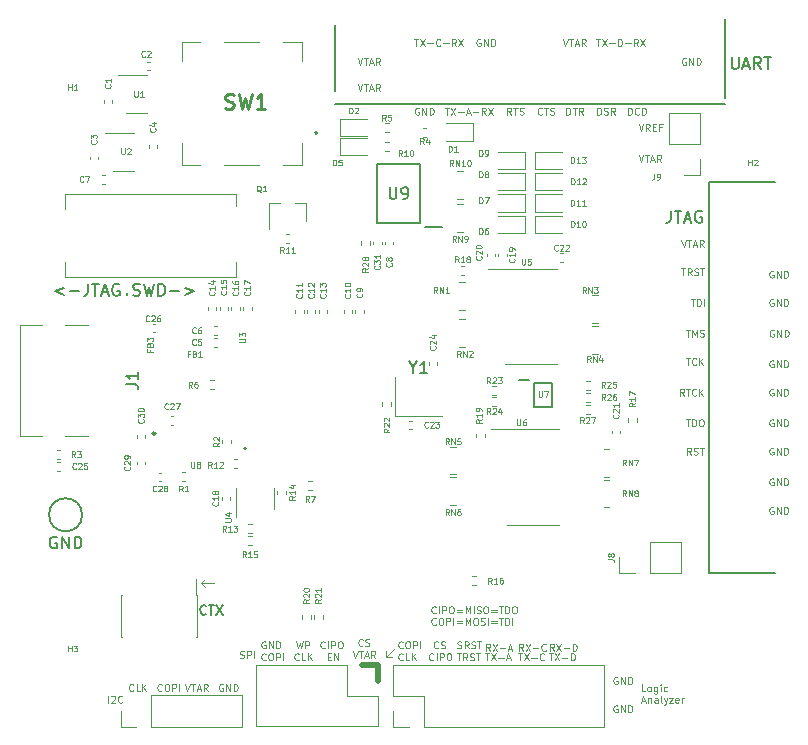
<source format=gbr>
%TF.GenerationSoftware,KiCad,Pcbnew,7.0.7*%
%TF.CreationDate,2024-05-31T12:22:19-07:00*%
%TF.ProjectId,Serberus,53657262-6572-4757-932e-6b696361645f,V2.2*%
%TF.SameCoordinates,Original*%
%TF.FileFunction,Legend,Top*%
%TF.FilePolarity,Positive*%
%FSLAX46Y46*%
G04 Gerber Fmt 4.6, Leading zero omitted, Abs format (unit mm)*
G04 Created by KiCad (PCBNEW 7.0.7) date 2024-05-31 12:22:19*
%MOMM*%
%LPD*%
G01*
G04 APERTURE LIST*
%ADD10C,0.150000*%
%ADD11C,0.100000*%
%ADD12C,0.200000*%
%ADD13C,0.125000*%
%ADD14C,0.254000*%
%ADD15C,0.120000*%
%ADD16C,0.500000*%
%ADD17C,0.225000*%
G04 APERTURE END LIST*
D10*
X122504762Y-92388152D02*
X121742857Y-92673866D01*
X121742857Y-92673866D02*
X122504762Y-92959580D01*
X122980952Y-92673866D02*
X123742857Y-92673866D01*
X124504761Y-92054819D02*
X124504761Y-92769104D01*
X124504761Y-92769104D02*
X124457142Y-92911961D01*
X124457142Y-92911961D02*
X124361904Y-93007200D01*
X124361904Y-93007200D02*
X124219047Y-93054819D01*
X124219047Y-93054819D02*
X124123809Y-93054819D01*
X124838095Y-92054819D02*
X125409523Y-92054819D01*
X125123809Y-93054819D02*
X125123809Y-92054819D01*
X125695238Y-92769104D02*
X126171428Y-92769104D01*
X125600000Y-93054819D02*
X125933333Y-92054819D01*
X125933333Y-92054819D02*
X126266666Y-93054819D01*
X127123809Y-92102438D02*
X127028571Y-92054819D01*
X127028571Y-92054819D02*
X126885714Y-92054819D01*
X126885714Y-92054819D02*
X126742857Y-92102438D01*
X126742857Y-92102438D02*
X126647619Y-92197676D01*
X126647619Y-92197676D02*
X126600000Y-92292914D01*
X126600000Y-92292914D02*
X126552381Y-92483390D01*
X126552381Y-92483390D02*
X126552381Y-92626247D01*
X126552381Y-92626247D02*
X126600000Y-92816723D01*
X126600000Y-92816723D02*
X126647619Y-92911961D01*
X126647619Y-92911961D02*
X126742857Y-93007200D01*
X126742857Y-93007200D02*
X126885714Y-93054819D01*
X126885714Y-93054819D02*
X126980952Y-93054819D01*
X126980952Y-93054819D02*
X127123809Y-93007200D01*
X127123809Y-93007200D02*
X127171428Y-92959580D01*
X127171428Y-92959580D02*
X127171428Y-92626247D01*
X127171428Y-92626247D02*
X126980952Y-92626247D01*
X128314286Y-93007200D02*
X128457143Y-93054819D01*
X128457143Y-93054819D02*
X128695238Y-93054819D01*
X128695238Y-93054819D02*
X128790476Y-93007200D01*
X128790476Y-93007200D02*
X128838095Y-92959580D01*
X128838095Y-92959580D02*
X128885714Y-92864342D01*
X128885714Y-92864342D02*
X128885714Y-92769104D01*
X128885714Y-92769104D02*
X128838095Y-92673866D01*
X128838095Y-92673866D02*
X128790476Y-92626247D01*
X128790476Y-92626247D02*
X128695238Y-92578628D01*
X128695238Y-92578628D02*
X128504762Y-92531009D01*
X128504762Y-92531009D02*
X128409524Y-92483390D01*
X128409524Y-92483390D02*
X128361905Y-92435771D01*
X128361905Y-92435771D02*
X128314286Y-92340533D01*
X128314286Y-92340533D02*
X128314286Y-92245295D01*
X128314286Y-92245295D02*
X128361905Y-92150057D01*
X128361905Y-92150057D02*
X128409524Y-92102438D01*
X128409524Y-92102438D02*
X128504762Y-92054819D01*
X128504762Y-92054819D02*
X128742857Y-92054819D01*
X128742857Y-92054819D02*
X128885714Y-92102438D01*
X129219048Y-92054819D02*
X129457143Y-93054819D01*
X129457143Y-93054819D02*
X129647619Y-92340533D01*
X129647619Y-92340533D02*
X129838095Y-93054819D01*
X129838095Y-93054819D02*
X130076191Y-92054819D01*
X130457143Y-93054819D02*
X130457143Y-92054819D01*
X130457143Y-92054819D02*
X130695238Y-92054819D01*
X130695238Y-92054819D02*
X130838095Y-92102438D01*
X130838095Y-92102438D02*
X130933333Y-92197676D01*
X130933333Y-92197676D02*
X130980952Y-92292914D01*
X130980952Y-92292914D02*
X131028571Y-92483390D01*
X131028571Y-92483390D02*
X131028571Y-92626247D01*
X131028571Y-92626247D02*
X130980952Y-92816723D01*
X130980952Y-92816723D02*
X130933333Y-92911961D01*
X130933333Y-92911961D02*
X130838095Y-93007200D01*
X130838095Y-93007200D02*
X130695238Y-93054819D01*
X130695238Y-93054819D02*
X130457143Y-93054819D01*
X131457143Y-92673866D02*
X132219048Y-92673866D01*
X132695238Y-92388152D02*
X133457143Y-92673866D01*
X133457143Y-92673866D02*
X132695238Y-92959580D01*
X173833333Y-85854819D02*
X173833333Y-86569104D01*
X173833333Y-86569104D02*
X173785714Y-86711961D01*
X173785714Y-86711961D02*
X173690476Y-86807200D01*
X173690476Y-86807200D02*
X173547619Y-86854819D01*
X173547619Y-86854819D02*
X173452381Y-86854819D01*
X174166667Y-85854819D02*
X174738095Y-85854819D01*
X174452381Y-86854819D02*
X174452381Y-85854819D01*
X175023810Y-86569104D02*
X175500000Y-86569104D01*
X174928572Y-86854819D02*
X175261905Y-85854819D01*
X175261905Y-85854819D02*
X175595238Y-86854819D01*
X176452381Y-85902438D02*
X176357143Y-85854819D01*
X176357143Y-85854819D02*
X176214286Y-85854819D01*
X176214286Y-85854819D02*
X176071429Y-85902438D01*
X176071429Y-85902438D02*
X175976191Y-85997676D01*
X175976191Y-85997676D02*
X175928572Y-86092914D01*
X175928572Y-86092914D02*
X175880953Y-86283390D01*
X175880953Y-86283390D02*
X175880953Y-86426247D01*
X175880953Y-86426247D02*
X175928572Y-86616723D01*
X175928572Y-86616723D02*
X175976191Y-86711961D01*
X175976191Y-86711961D02*
X176071429Y-86807200D01*
X176071429Y-86807200D02*
X176214286Y-86854819D01*
X176214286Y-86854819D02*
X176309524Y-86854819D01*
X176309524Y-86854819D02*
X176452381Y-86807200D01*
X176452381Y-86807200D02*
X176500000Y-86759580D01*
X176500000Y-86759580D02*
X176500000Y-86426247D01*
X176500000Y-86426247D02*
X176309524Y-86426247D01*
D11*
X169322931Y-127749942D02*
X169265789Y-127721371D01*
X169265789Y-127721371D02*
X169180074Y-127721371D01*
X169180074Y-127721371D02*
X169094360Y-127749942D01*
X169094360Y-127749942D02*
X169037217Y-127807085D01*
X169037217Y-127807085D02*
X169008646Y-127864228D01*
X169008646Y-127864228D02*
X168980074Y-127978514D01*
X168980074Y-127978514D02*
X168980074Y-128064228D01*
X168980074Y-128064228D02*
X169008646Y-128178514D01*
X169008646Y-128178514D02*
X169037217Y-128235657D01*
X169037217Y-128235657D02*
X169094360Y-128292800D01*
X169094360Y-128292800D02*
X169180074Y-128321371D01*
X169180074Y-128321371D02*
X169237217Y-128321371D01*
X169237217Y-128321371D02*
X169322931Y-128292800D01*
X169322931Y-128292800D02*
X169351503Y-128264228D01*
X169351503Y-128264228D02*
X169351503Y-128064228D01*
X169351503Y-128064228D02*
X169237217Y-128064228D01*
X169608646Y-128321371D02*
X169608646Y-127721371D01*
X169608646Y-127721371D02*
X169951503Y-128321371D01*
X169951503Y-128321371D02*
X169951503Y-127721371D01*
X170237217Y-128321371D02*
X170237217Y-127721371D01*
X170237217Y-127721371D02*
X170380074Y-127721371D01*
X170380074Y-127721371D02*
X170465788Y-127749942D01*
X170465788Y-127749942D02*
X170522931Y-127807085D01*
X170522931Y-127807085D02*
X170551502Y-127864228D01*
X170551502Y-127864228D02*
X170580074Y-127978514D01*
X170580074Y-127978514D02*
X170580074Y-128064228D01*
X170580074Y-128064228D02*
X170551502Y-128178514D01*
X170551502Y-128178514D02*
X170522931Y-128235657D01*
X170522931Y-128235657D02*
X170465788Y-128292800D01*
X170465788Y-128292800D02*
X170380074Y-128321371D01*
X170380074Y-128321371D02*
X170237217Y-128321371D01*
X182522931Y-90949942D02*
X182465789Y-90921371D01*
X182465789Y-90921371D02*
X182380074Y-90921371D01*
X182380074Y-90921371D02*
X182294360Y-90949942D01*
X182294360Y-90949942D02*
X182237217Y-91007085D01*
X182237217Y-91007085D02*
X182208646Y-91064228D01*
X182208646Y-91064228D02*
X182180074Y-91178514D01*
X182180074Y-91178514D02*
X182180074Y-91264228D01*
X182180074Y-91264228D02*
X182208646Y-91378514D01*
X182208646Y-91378514D02*
X182237217Y-91435657D01*
X182237217Y-91435657D02*
X182294360Y-91492800D01*
X182294360Y-91492800D02*
X182380074Y-91521371D01*
X182380074Y-91521371D02*
X182437217Y-91521371D01*
X182437217Y-91521371D02*
X182522931Y-91492800D01*
X182522931Y-91492800D02*
X182551503Y-91464228D01*
X182551503Y-91464228D02*
X182551503Y-91264228D01*
X182551503Y-91264228D02*
X182437217Y-91264228D01*
X182808646Y-91521371D02*
X182808646Y-90921371D01*
X182808646Y-90921371D02*
X183151503Y-91521371D01*
X183151503Y-91521371D02*
X183151503Y-90921371D01*
X183437217Y-91521371D02*
X183437217Y-90921371D01*
X183437217Y-90921371D02*
X183580074Y-90921371D01*
X183580074Y-90921371D02*
X183665788Y-90949942D01*
X183665788Y-90949942D02*
X183722931Y-91007085D01*
X183722931Y-91007085D02*
X183751502Y-91064228D01*
X183751502Y-91064228D02*
X183780074Y-91178514D01*
X183780074Y-91178514D02*
X183780074Y-91264228D01*
X183780074Y-91264228D02*
X183751502Y-91378514D01*
X183751502Y-91378514D02*
X183722931Y-91435657D01*
X183722931Y-91435657D02*
X183665788Y-91492800D01*
X183665788Y-91492800D02*
X183580074Y-91521371D01*
X183580074Y-91521371D02*
X183437217Y-91521371D01*
X160351503Y-77721371D02*
X160151503Y-77435657D01*
X160008646Y-77721371D02*
X160008646Y-77121371D01*
X160008646Y-77121371D02*
X160237217Y-77121371D01*
X160237217Y-77121371D02*
X160294360Y-77149942D01*
X160294360Y-77149942D02*
X160322931Y-77178514D01*
X160322931Y-77178514D02*
X160351503Y-77235657D01*
X160351503Y-77235657D02*
X160351503Y-77321371D01*
X160351503Y-77321371D02*
X160322931Y-77378514D01*
X160322931Y-77378514D02*
X160294360Y-77407085D01*
X160294360Y-77407085D02*
X160237217Y-77435657D01*
X160237217Y-77435657D02*
X160008646Y-77435657D01*
X160522931Y-77121371D02*
X160865789Y-77121371D01*
X160694360Y-77721371D02*
X160694360Y-77121371D01*
X161037217Y-77692800D02*
X161122932Y-77721371D01*
X161122932Y-77721371D02*
X161265789Y-77721371D01*
X161265789Y-77721371D02*
X161322932Y-77692800D01*
X161322932Y-77692800D02*
X161351503Y-77664228D01*
X161351503Y-77664228D02*
X161380074Y-77607085D01*
X161380074Y-77607085D02*
X161380074Y-77549942D01*
X161380074Y-77549942D02*
X161351503Y-77492800D01*
X161351503Y-77492800D02*
X161322932Y-77464228D01*
X161322932Y-77464228D02*
X161265789Y-77435657D01*
X161265789Y-77435657D02*
X161151503Y-77407085D01*
X161151503Y-77407085D02*
X161094360Y-77378514D01*
X161094360Y-77378514D02*
X161065789Y-77349942D01*
X161065789Y-77349942D02*
X161037217Y-77292800D01*
X161037217Y-77292800D02*
X161037217Y-77235657D01*
X161037217Y-77235657D02*
X161065789Y-77178514D01*
X161065789Y-77178514D02*
X161094360Y-77149942D01*
X161094360Y-77149942D02*
X161151503Y-77121371D01*
X161151503Y-77121371D02*
X161294360Y-77121371D01*
X161294360Y-77121371D02*
X161380074Y-77149942D01*
X130751503Y-126464228D02*
X130722931Y-126492800D01*
X130722931Y-126492800D02*
X130637217Y-126521371D01*
X130637217Y-126521371D02*
X130580074Y-126521371D01*
X130580074Y-126521371D02*
X130494360Y-126492800D01*
X130494360Y-126492800D02*
X130437217Y-126435657D01*
X130437217Y-126435657D02*
X130408646Y-126378514D01*
X130408646Y-126378514D02*
X130380074Y-126264228D01*
X130380074Y-126264228D02*
X130380074Y-126178514D01*
X130380074Y-126178514D02*
X130408646Y-126064228D01*
X130408646Y-126064228D02*
X130437217Y-126007085D01*
X130437217Y-126007085D02*
X130494360Y-125949942D01*
X130494360Y-125949942D02*
X130580074Y-125921371D01*
X130580074Y-125921371D02*
X130637217Y-125921371D01*
X130637217Y-125921371D02*
X130722931Y-125949942D01*
X130722931Y-125949942D02*
X130751503Y-125978514D01*
X131122931Y-125921371D02*
X131237217Y-125921371D01*
X131237217Y-125921371D02*
X131294360Y-125949942D01*
X131294360Y-125949942D02*
X131351503Y-126007085D01*
X131351503Y-126007085D02*
X131380074Y-126121371D01*
X131380074Y-126121371D02*
X131380074Y-126321371D01*
X131380074Y-126321371D02*
X131351503Y-126435657D01*
X131351503Y-126435657D02*
X131294360Y-126492800D01*
X131294360Y-126492800D02*
X131237217Y-126521371D01*
X131237217Y-126521371D02*
X131122931Y-126521371D01*
X131122931Y-126521371D02*
X131065789Y-126492800D01*
X131065789Y-126492800D02*
X131008646Y-126435657D01*
X131008646Y-126435657D02*
X130980074Y-126321371D01*
X130980074Y-126321371D02*
X130980074Y-126121371D01*
X130980074Y-126121371D02*
X131008646Y-126007085D01*
X131008646Y-126007085D02*
X131065789Y-125949942D01*
X131065789Y-125949942D02*
X131122931Y-125921371D01*
X131637217Y-126521371D02*
X131637217Y-125921371D01*
X131637217Y-125921371D02*
X131865788Y-125921371D01*
X131865788Y-125921371D02*
X131922931Y-125949942D01*
X131922931Y-125949942D02*
X131951502Y-125978514D01*
X131951502Y-125978514D02*
X131980074Y-126035657D01*
X131980074Y-126035657D02*
X131980074Y-126121371D01*
X131980074Y-126121371D02*
X131951502Y-126178514D01*
X131951502Y-126178514D02*
X131922931Y-126207085D01*
X131922931Y-126207085D02*
X131865788Y-126235657D01*
X131865788Y-126235657D02*
X131637217Y-126235657D01*
X132237217Y-126521371D02*
X132237217Y-125921371D01*
X151151503Y-122864228D02*
X151122931Y-122892800D01*
X151122931Y-122892800D02*
X151037217Y-122921371D01*
X151037217Y-122921371D02*
X150980074Y-122921371D01*
X150980074Y-122921371D02*
X150894360Y-122892800D01*
X150894360Y-122892800D02*
X150837217Y-122835657D01*
X150837217Y-122835657D02*
X150808646Y-122778514D01*
X150808646Y-122778514D02*
X150780074Y-122664228D01*
X150780074Y-122664228D02*
X150780074Y-122578514D01*
X150780074Y-122578514D02*
X150808646Y-122464228D01*
X150808646Y-122464228D02*
X150837217Y-122407085D01*
X150837217Y-122407085D02*
X150894360Y-122349942D01*
X150894360Y-122349942D02*
X150980074Y-122321371D01*
X150980074Y-122321371D02*
X151037217Y-122321371D01*
X151037217Y-122321371D02*
X151122931Y-122349942D01*
X151122931Y-122349942D02*
X151151503Y-122378514D01*
X151522931Y-122321371D02*
X151637217Y-122321371D01*
X151637217Y-122321371D02*
X151694360Y-122349942D01*
X151694360Y-122349942D02*
X151751503Y-122407085D01*
X151751503Y-122407085D02*
X151780074Y-122521371D01*
X151780074Y-122521371D02*
X151780074Y-122721371D01*
X151780074Y-122721371D02*
X151751503Y-122835657D01*
X151751503Y-122835657D02*
X151694360Y-122892800D01*
X151694360Y-122892800D02*
X151637217Y-122921371D01*
X151637217Y-122921371D02*
X151522931Y-122921371D01*
X151522931Y-122921371D02*
X151465789Y-122892800D01*
X151465789Y-122892800D02*
X151408646Y-122835657D01*
X151408646Y-122835657D02*
X151380074Y-122721371D01*
X151380074Y-122721371D02*
X151380074Y-122521371D01*
X151380074Y-122521371D02*
X151408646Y-122407085D01*
X151408646Y-122407085D02*
X151465789Y-122349942D01*
X151465789Y-122349942D02*
X151522931Y-122321371D01*
X152037217Y-122921371D02*
X152037217Y-122321371D01*
X152037217Y-122321371D02*
X152265788Y-122321371D01*
X152265788Y-122321371D02*
X152322931Y-122349942D01*
X152322931Y-122349942D02*
X152351502Y-122378514D01*
X152351502Y-122378514D02*
X152380074Y-122435657D01*
X152380074Y-122435657D02*
X152380074Y-122521371D01*
X152380074Y-122521371D02*
X152351502Y-122578514D01*
X152351502Y-122578514D02*
X152322931Y-122607085D01*
X152322931Y-122607085D02*
X152265788Y-122635657D01*
X152265788Y-122635657D02*
X152037217Y-122635657D01*
X152637217Y-122921371D02*
X152637217Y-122321371D01*
X182522931Y-93349942D02*
X182465789Y-93321371D01*
X182465789Y-93321371D02*
X182380074Y-93321371D01*
X182380074Y-93321371D02*
X182294360Y-93349942D01*
X182294360Y-93349942D02*
X182237217Y-93407085D01*
X182237217Y-93407085D02*
X182208646Y-93464228D01*
X182208646Y-93464228D02*
X182180074Y-93578514D01*
X182180074Y-93578514D02*
X182180074Y-93664228D01*
X182180074Y-93664228D02*
X182208646Y-93778514D01*
X182208646Y-93778514D02*
X182237217Y-93835657D01*
X182237217Y-93835657D02*
X182294360Y-93892800D01*
X182294360Y-93892800D02*
X182380074Y-93921371D01*
X182380074Y-93921371D02*
X182437217Y-93921371D01*
X182437217Y-93921371D02*
X182522931Y-93892800D01*
X182522931Y-93892800D02*
X182551503Y-93864228D01*
X182551503Y-93864228D02*
X182551503Y-93664228D01*
X182551503Y-93664228D02*
X182437217Y-93664228D01*
X182808646Y-93921371D02*
X182808646Y-93321371D01*
X182808646Y-93321371D02*
X183151503Y-93921371D01*
X183151503Y-93921371D02*
X183151503Y-93321371D01*
X183437217Y-93921371D02*
X183437217Y-93321371D01*
X183437217Y-93321371D02*
X183580074Y-93321371D01*
X183580074Y-93321371D02*
X183665788Y-93349942D01*
X183665788Y-93349942D02*
X183722931Y-93407085D01*
X183722931Y-93407085D02*
X183751502Y-93464228D01*
X183751502Y-93464228D02*
X183780074Y-93578514D01*
X183780074Y-93578514D02*
X183780074Y-93664228D01*
X183780074Y-93664228D02*
X183751502Y-93778514D01*
X183751502Y-93778514D02*
X183722931Y-93835657D01*
X183722931Y-93835657D02*
X183665788Y-93892800D01*
X183665788Y-93892800D02*
X183580074Y-93921371D01*
X183580074Y-93921371D02*
X183437217Y-93921371D01*
X144551503Y-122864228D02*
X144522931Y-122892800D01*
X144522931Y-122892800D02*
X144437217Y-122921371D01*
X144437217Y-122921371D02*
X144380074Y-122921371D01*
X144380074Y-122921371D02*
X144294360Y-122892800D01*
X144294360Y-122892800D02*
X144237217Y-122835657D01*
X144237217Y-122835657D02*
X144208646Y-122778514D01*
X144208646Y-122778514D02*
X144180074Y-122664228D01*
X144180074Y-122664228D02*
X144180074Y-122578514D01*
X144180074Y-122578514D02*
X144208646Y-122464228D01*
X144208646Y-122464228D02*
X144237217Y-122407085D01*
X144237217Y-122407085D02*
X144294360Y-122349942D01*
X144294360Y-122349942D02*
X144380074Y-122321371D01*
X144380074Y-122321371D02*
X144437217Y-122321371D01*
X144437217Y-122321371D02*
X144522931Y-122349942D01*
X144522931Y-122349942D02*
X144551503Y-122378514D01*
X144808646Y-122921371D02*
X144808646Y-122321371D01*
X145094360Y-122921371D02*
X145094360Y-122321371D01*
X145094360Y-122321371D02*
X145322931Y-122321371D01*
X145322931Y-122321371D02*
X145380074Y-122349942D01*
X145380074Y-122349942D02*
X145408645Y-122378514D01*
X145408645Y-122378514D02*
X145437217Y-122435657D01*
X145437217Y-122435657D02*
X145437217Y-122521371D01*
X145437217Y-122521371D02*
X145408645Y-122578514D01*
X145408645Y-122578514D02*
X145380074Y-122607085D01*
X145380074Y-122607085D02*
X145322931Y-122635657D01*
X145322931Y-122635657D02*
X145094360Y-122635657D01*
X145808645Y-122321371D02*
X145922931Y-122321371D01*
X145922931Y-122321371D02*
X145980074Y-122349942D01*
X145980074Y-122349942D02*
X146037217Y-122407085D01*
X146037217Y-122407085D02*
X146065788Y-122521371D01*
X146065788Y-122521371D02*
X146065788Y-122721371D01*
X146065788Y-122721371D02*
X146037217Y-122835657D01*
X146037217Y-122835657D02*
X145980074Y-122892800D01*
X145980074Y-122892800D02*
X145922931Y-122921371D01*
X145922931Y-122921371D02*
X145808645Y-122921371D01*
X145808645Y-122921371D02*
X145751503Y-122892800D01*
X145751503Y-122892800D02*
X145694360Y-122835657D01*
X145694360Y-122835657D02*
X145665788Y-122721371D01*
X145665788Y-122721371D02*
X145665788Y-122521371D01*
X145665788Y-122521371D02*
X145694360Y-122407085D01*
X145694360Y-122407085D02*
X145751503Y-122349942D01*
X145751503Y-122349942D02*
X145808645Y-122321371D01*
X155780074Y-122892800D02*
X155865789Y-122921371D01*
X155865789Y-122921371D02*
X156008646Y-122921371D01*
X156008646Y-122921371D02*
X156065789Y-122892800D01*
X156065789Y-122892800D02*
X156094360Y-122864228D01*
X156094360Y-122864228D02*
X156122931Y-122807085D01*
X156122931Y-122807085D02*
X156122931Y-122749942D01*
X156122931Y-122749942D02*
X156094360Y-122692800D01*
X156094360Y-122692800D02*
X156065789Y-122664228D01*
X156065789Y-122664228D02*
X156008646Y-122635657D01*
X156008646Y-122635657D02*
X155894360Y-122607085D01*
X155894360Y-122607085D02*
X155837217Y-122578514D01*
X155837217Y-122578514D02*
X155808646Y-122549942D01*
X155808646Y-122549942D02*
X155780074Y-122492800D01*
X155780074Y-122492800D02*
X155780074Y-122435657D01*
X155780074Y-122435657D02*
X155808646Y-122378514D01*
X155808646Y-122378514D02*
X155837217Y-122349942D01*
X155837217Y-122349942D02*
X155894360Y-122321371D01*
X155894360Y-122321371D02*
X156037217Y-122321371D01*
X156037217Y-122321371D02*
X156122931Y-122349942D01*
X156722932Y-122921371D02*
X156522932Y-122635657D01*
X156380075Y-122921371D02*
X156380075Y-122321371D01*
X156380075Y-122321371D02*
X156608646Y-122321371D01*
X156608646Y-122321371D02*
X156665789Y-122349942D01*
X156665789Y-122349942D02*
X156694360Y-122378514D01*
X156694360Y-122378514D02*
X156722932Y-122435657D01*
X156722932Y-122435657D02*
X156722932Y-122521371D01*
X156722932Y-122521371D02*
X156694360Y-122578514D01*
X156694360Y-122578514D02*
X156665789Y-122607085D01*
X156665789Y-122607085D02*
X156608646Y-122635657D01*
X156608646Y-122635657D02*
X156380075Y-122635657D01*
X156951503Y-122892800D02*
X157037218Y-122921371D01*
X157037218Y-122921371D02*
X157180075Y-122921371D01*
X157180075Y-122921371D02*
X157237218Y-122892800D01*
X157237218Y-122892800D02*
X157265789Y-122864228D01*
X157265789Y-122864228D02*
X157294360Y-122807085D01*
X157294360Y-122807085D02*
X157294360Y-122749942D01*
X157294360Y-122749942D02*
X157265789Y-122692800D01*
X157265789Y-122692800D02*
X157237218Y-122664228D01*
X157237218Y-122664228D02*
X157180075Y-122635657D01*
X157180075Y-122635657D02*
X157065789Y-122607085D01*
X157065789Y-122607085D02*
X157008646Y-122578514D01*
X157008646Y-122578514D02*
X156980075Y-122549942D01*
X156980075Y-122549942D02*
X156951503Y-122492800D01*
X156951503Y-122492800D02*
X156951503Y-122435657D01*
X156951503Y-122435657D02*
X156980075Y-122378514D01*
X156980075Y-122378514D02*
X157008646Y-122349942D01*
X157008646Y-122349942D02*
X157065789Y-122321371D01*
X157065789Y-122321371D02*
X157208646Y-122321371D01*
X157208646Y-122321371D02*
X157294360Y-122349942D01*
X157465789Y-122321371D02*
X157808647Y-122321371D01*
X157637218Y-122921371D02*
X157637218Y-122321371D01*
X158551503Y-123121371D02*
X158351503Y-122835657D01*
X158208646Y-123121371D02*
X158208646Y-122521371D01*
X158208646Y-122521371D02*
X158437217Y-122521371D01*
X158437217Y-122521371D02*
X158494360Y-122549942D01*
X158494360Y-122549942D02*
X158522931Y-122578514D01*
X158522931Y-122578514D02*
X158551503Y-122635657D01*
X158551503Y-122635657D02*
X158551503Y-122721371D01*
X158551503Y-122721371D02*
X158522931Y-122778514D01*
X158522931Y-122778514D02*
X158494360Y-122807085D01*
X158494360Y-122807085D02*
X158437217Y-122835657D01*
X158437217Y-122835657D02*
X158208646Y-122835657D01*
X158751503Y-122521371D02*
X159151503Y-123121371D01*
X159151503Y-122521371D02*
X158751503Y-123121371D01*
X159380075Y-122892800D02*
X159837218Y-122892800D01*
X160094360Y-122949942D02*
X160380075Y-122949942D01*
X160037217Y-123121371D02*
X160237217Y-122521371D01*
X160237217Y-122521371D02*
X160437217Y-123121371D01*
X147322931Y-75121371D02*
X147522931Y-75721371D01*
X147522931Y-75721371D02*
X147722931Y-75121371D01*
X147837217Y-75121371D02*
X148180075Y-75121371D01*
X148008646Y-75721371D02*
X148008646Y-75121371D01*
X148351503Y-75549942D02*
X148637218Y-75549942D01*
X148294360Y-75721371D02*
X148494360Y-75121371D01*
X148494360Y-75121371D02*
X148694360Y-75721371D01*
X149237218Y-75721371D02*
X149037218Y-75435657D01*
X148894361Y-75721371D02*
X148894361Y-75121371D01*
X148894361Y-75121371D02*
X149122932Y-75121371D01*
X149122932Y-75121371D02*
X149180075Y-75149942D01*
X149180075Y-75149942D02*
X149208646Y-75178514D01*
X149208646Y-75178514D02*
X149237218Y-75235657D01*
X149237218Y-75235657D02*
X149237218Y-75321371D01*
X149237218Y-75321371D02*
X149208646Y-75378514D01*
X149208646Y-75378514D02*
X149180075Y-75407085D01*
X149180075Y-75407085D02*
X149122932Y-75435657D01*
X149122932Y-75435657D02*
X148894361Y-75435657D01*
X153751503Y-123864228D02*
X153722931Y-123892800D01*
X153722931Y-123892800D02*
X153637217Y-123921371D01*
X153637217Y-123921371D02*
X153580074Y-123921371D01*
X153580074Y-123921371D02*
X153494360Y-123892800D01*
X153494360Y-123892800D02*
X153437217Y-123835657D01*
X153437217Y-123835657D02*
X153408646Y-123778514D01*
X153408646Y-123778514D02*
X153380074Y-123664228D01*
X153380074Y-123664228D02*
X153380074Y-123578514D01*
X153380074Y-123578514D02*
X153408646Y-123464228D01*
X153408646Y-123464228D02*
X153437217Y-123407085D01*
X153437217Y-123407085D02*
X153494360Y-123349942D01*
X153494360Y-123349942D02*
X153580074Y-123321371D01*
X153580074Y-123321371D02*
X153637217Y-123321371D01*
X153637217Y-123321371D02*
X153722931Y-123349942D01*
X153722931Y-123349942D02*
X153751503Y-123378514D01*
X154008646Y-123921371D02*
X154008646Y-123321371D01*
X154294360Y-123921371D02*
X154294360Y-123321371D01*
X154294360Y-123321371D02*
X154522931Y-123321371D01*
X154522931Y-123321371D02*
X154580074Y-123349942D01*
X154580074Y-123349942D02*
X154608645Y-123378514D01*
X154608645Y-123378514D02*
X154637217Y-123435657D01*
X154637217Y-123435657D02*
X154637217Y-123521371D01*
X154637217Y-123521371D02*
X154608645Y-123578514D01*
X154608645Y-123578514D02*
X154580074Y-123607085D01*
X154580074Y-123607085D02*
X154522931Y-123635657D01*
X154522931Y-123635657D02*
X154294360Y-123635657D01*
X155008645Y-123321371D02*
X155122931Y-123321371D01*
X155122931Y-123321371D02*
X155180074Y-123349942D01*
X155180074Y-123349942D02*
X155237217Y-123407085D01*
X155237217Y-123407085D02*
X155265788Y-123521371D01*
X155265788Y-123521371D02*
X155265788Y-123721371D01*
X155265788Y-123721371D02*
X155237217Y-123835657D01*
X155237217Y-123835657D02*
X155180074Y-123892800D01*
X155180074Y-123892800D02*
X155122931Y-123921371D01*
X155122931Y-123921371D02*
X155008645Y-123921371D01*
X155008645Y-123921371D02*
X154951503Y-123892800D01*
X154951503Y-123892800D02*
X154894360Y-123835657D01*
X154894360Y-123835657D02*
X154865788Y-123721371D01*
X154865788Y-123721371D02*
X154865788Y-123521371D01*
X154865788Y-123521371D02*
X154894360Y-123407085D01*
X154894360Y-123407085D02*
X154951503Y-123349942D01*
X154951503Y-123349942D02*
X155008645Y-123321371D01*
X147322931Y-72921371D02*
X147522931Y-73521371D01*
X147522931Y-73521371D02*
X147722931Y-72921371D01*
X147837217Y-72921371D02*
X148180075Y-72921371D01*
X148008646Y-73521371D02*
X148008646Y-72921371D01*
X148351503Y-73349942D02*
X148637218Y-73349942D01*
X148294360Y-73521371D02*
X148494360Y-72921371D01*
X148494360Y-72921371D02*
X148694360Y-73521371D01*
X149237218Y-73521371D02*
X149037218Y-73235657D01*
X148894361Y-73521371D02*
X148894361Y-72921371D01*
X148894361Y-72921371D02*
X149122932Y-72921371D01*
X149122932Y-72921371D02*
X149180075Y-72949942D01*
X149180075Y-72949942D02*
X149208646Y-72978514D01*
X149208646Y-72978514D02*
X149237218Y-73035657D01*
X149237218Y-73035657D02*
X149237218Y-73121371D01*
X149237218Y-73121371D02*
X149208646Y-73178514D01*
X149208646Y-73178514D02*
X149180075Y-73207085D01*
X149180075Y-73207085D02*
X149122932Y-73235657D01*
X149122932Y-73235657D02*
X148894361Y-73235657D01*
X174722931Y-90721371D02*
X175065789Y-90721371D01*
X174894360Y-91321371D02*
X174894360Y-90721371D01*
X175608646Y-91321371D02*
X175408646Y-91035657D01*
X175265789Y-91321371D02*
X175265789Y-90721371D01*
X175265789Y-90721371D02*
X175494360Y-90721371D01*
X175494360Y-90721371D02*
X175551503Y-90749942D01*
X175551503Y-90749942D02*
X175580074Y-90778514D01*
X175580074Y-90778514D02*
X175608646Y-90835657D01*
X175608646Y-90835657D02*
X175608646Y-90921371D01*
X175608646Y-90921371D02*
X175580074Y-90978514D01*
X175580074Y-90978514D02*
X175551503Y-91007085D01*
X175551503Y-91007085D02*
X175494360Y-91035657D01*
X175494360Y-91035657D02*
X175265789Y-91035657D01*
X175837217Y-91292800D02*
X175922932Y-91321371D01*
X175922932Y-91321371D02*
X176065789Y-91321371D01*
X176065789Y-91321371D02*
X176122932Y-91292800D01*
X176122932Y-91292800D02*
X176151503Y-91264228D01*
X176151503Y-91264228D02*
X176180074Y-91207085D01*
X176180074Y-91207085D02*
X176180074Y-91149942D01*
X176180074Y-91149942D02*
X176151503Y-91092800D01*
X176151503Y-91092800D02*
X176122932Y-91064228D01*
X176122932Y-91064228D02*
X176065789Y-91035657D01*
X176065789Y-91035657D02*
X175951503Y-91007085D01*
X175951503Y-91007085D02*
X175894360Y-90978514D01*
X175894360Y-90978514D02*
X175865789Y-90949942D01*
X175865789Y-90949942D02*
X175837217Y-90892800D01*
X175837217Y-90892800D02*
X175837217Y-90835657D01*
X175837217Y-90835657D02*
X175865789Y-90778514D01*
X175865789Y-90778514D02*
X175894360Y-90749942D01*
X175894360Y-90749942D02*
X175951503Y-90721371D01*
X175951503Y-90721371D02*
X176094360Y-90721371D01*
X176094360Y-90721371D02*
X176180074Y-90749942D01*
X176351503Y-90721371D02*
X176694361Y-90721371D01*
X176522932Y-91321371D02*
X176522932Y-90721371D01*
X126208646Y-127521371D02*
X126208646Y-126921371D01*
X126465788Y-126978514D02*
X126494360Y-126949942D01*
X126494360Y-126949942D02*
X126551503Y-126921371D01*
X126551503Y-126921371D02*
X126694360Y-126921371D01*
X126694360Y-126921371D02*
X126751503Y-126949942D01*
X126751503Y-126949942D02*
X126780074Y-126978514D01*
X126780074Y-126978514D02*
X126808645Y-127035657D01*
X126808645Y-127035657D02*
X126808645Y-127092800D01*
X126808645Y-127092800D02*
X126780074Y-127178514D01*
X126780074Y-127178514D02*
X126437217Y-127521371D01*
X126437217Y-127521371D02*
X126808645Y-127521371D01*
X127408646Y-127464228D02*
X127380074Y-127492800D01*
X127380074Y-127492800D02*
X127294360Y-127521371D01*
X127294360Y-127521371D02*
X127237217Y-127521371D01*
X127237217Y-127521371D02*
X127151503Y-127492800D01*
X127151503Y-127492800D02*
X127094360Y-127435657D01*
X127094360Y-127435657D02*
X127065789Y-127378514D01*
X127065789Y-127378514D02*
X127037217Y-127264228D01*
X127037217Y-127264228D02*
X127037217Y-127178514D01*
X127037217Y-127178514D02*
X127065789Y-127064228D01*
X127065789Y-127064228D02*
X127094360Y-127007085D01*
X127094360Y-127007085D02*
X127151503Y-126949942D01*
X127151503Y-126949942D02*
X127237217Y-126921371D01*
X127237217Y-126921371D02*
X127294360Y-126921371D01*
X127294360Y-126921371D02*
X127380074Y-126949942D01*
X127380074Y-126949942D02*
X127408646Y-126978514D01*
X139551503Y-123864228D02*
X139522931Y-123892800D01*
X139522931Y-123892800D02*
X139437217Y-123921371D01*
X139437217Y-123921371D02*
X139380074Y-123921371D01*
X139380074Y-123921371D02*
X139294360Y-123892800D01*
X139294360Y-123892800D02*
X139237217Y-123835657D01*
X139237217Y-123835657D02*
X139208646Y-123778514D01*
X139208646Y-123778514D02*
X139180074Y-123664228D01*
X139180074Y-123664228D02*
X139180074Y-123578514D01*
X139180074Y-123578514D02*
X139208646Y-123464228D01*
X139208646Y-123464228D02*
X139237217Y-123407085D01*
X139237217Y-123407085D02*
X139294360Y-123349942D01*
X139294360Y-123349942D02*
X139380074Y-123321371D01*
X139380074Y-123321371D02*
X139437217Y-123321371D01*
X139437217Y-123321371D02*
X139522931Y-123349942D01*
X139522931Y-123349942D02*
X139551503Y-123378514D01*
X139922931Y-123321371D02*
X140037217Y-123321371D01*
X140037217Y-123321371D02*
X140094360Y-123349942D01*
X140094360Y-123349942D02*
X140151503Y-123407085D01*
X140151503Y-123407085D02*
X140180074Y-123521371D01*
X140180074Y-123521371D02*
X140180074Y-123721371D01*
X140180074Y-123721371D02*
X140151503Y-123835657D01*
X140151503Y-123835657D02*
X140094360Y-123892800D01*
X140094360Y-123892800D02*
X140037217Y-123921371D01*
X140037217Y-123921371D02*
X139922931Y-123921371D01*
X139922931Y-123921371D02*
X139865789Y-123892800D01*
X139865789Y-123892800D02*
X139808646Y-123835657D01*
X139808646Y-123835657D02*
X139780074Y-123721371D01*
X139780074Y-123721371D02*
X139780074Y-123521371D01*
X139780074Y-123521371D02*
X139808646Y-123407085D01*
X139808646Y-123407085D02*
X139865789Y-123349942D01*
X139865789Y-123349942D02*
X139922931Y-123321371D01*
X140437217Y-123921371D02*
X140437217Y-123321371D01*
X140437217Y-123321371D02*
X140665788Y-123321371D01*
X140665788Y-123321371D02*
X140722931Y-123349942D01*
X140722931Y-123349942D02*
X140751502Y-123378514D01*
X140751502Y-123378514D02*
X140780074Y-123435657D01*
X140780074Y-123435657D02*
X140780074Y-123521371D01*
X140780074Y-123521371D02*
X140751502Y-123578514D01*
X140751502Y-123578514D02*
X140722931Y-123607085D01*
X140722931Y-123607085D02*
X140665788Y-123635657D01*
X140665788Y-123635657D02*
X140437217Y-123635657D01*
X141037217Y-123921371D02*
X141037217Y-123321371D01*
X147751503Y-122664228D02*
X147722931Y-122692800D01*
X147722931Y-122692800D02*
X147637217Y-122721371D01*
X147637217Y-122721371D02*
X147580074Y-122721371D01*
X147580074Y-122721371D02*
X147494360Y-122692800D01*
X147494360Y-122692800D02*
X147437217Y-122635657D01*
X147437217Y-122635657D02*
X147408646Y-122578514D01*
X147408646Y-122578514D02*
X147380074Y-122464228D01*
X147380074Y-122464228D02*
X147380074Y-122378514D01*
X147380074Y-122378514D02*
X147408646Y-122264228D01*
X147408646Y-122264228D02*
X147437217Y-122207085D01*
X147437217Y-122207085D02*
X147494360Y-122149942D01*
X147494360Y-122149942D02*
X147580074Y-122121371D01*
X147580074Y-122121371D02*
X147637217Y-122121371D01*
X147637217Y-122121371D02*
X147722931Y-122149942D01*
X147722931Y-122149942D02*
X147751503Y-122178514D01*
X147980074Y-122692800D02*
X148065789Y-122721371D01*
X148065789Y-122721371D02*
X148208646Y-122721371D01*
X148208646Y-122721371D02*
X148265789Y-122692800D01*
X148265789Y-122692800D02*
X148294360Y-122664228D01*
X148294360Y-122664228D02*
X148322931Y-122607085D01*
X148322931Y-122607085D02*
X148322931Y-122549942D01*
X148322931Y-122549942D02*
X148294360Y-122492800D01*
X148294360Y-122492800D02*
X148265789Y-122464228D01*
X148265789Y-122464228D02*
X148208646Y-122435657D01*
X148208646Y-122435657D02*
X148094360Y-122407085D01*
X148094360Y-122407085D02*
X148037217Y-122378514D01*
X148037217Y-122378514D02*
X148008646Y-122349942D01*
X148008646Y-122349942D02*
X147980074Y-122292800D01*
X147980074Y-122292800D02*
X147980074Y-122235657D01*
X147980074Y-122235657D02*
X148008646Y-122178514D01*
X148008646Y-122178514D02*
X148037217Y-122149942D01*
X148037217Y-122149942D02*
X148094360Y-122121371D01*
X148094360Y-122121371D02*
X148237217Y-122121371D01*
X148237217Y-122121371D02*
X148322931Y-122149942D01*
X132722931Y-125921371D02*
X132922931Y-126521371D01*
X132922931Y-126521371D02*
X133122931Y-125921371D01*
X133237217Y-125921371D02*
X133580075Y-125921371D01*
X133408646Y-126521371D02*
X133408646Y-125921371D01*
X133751503Y-126349942D02*
X134037218Y-126349942D01*
X133694360Y-126521371D02*
X133894360Y-125921371D01*
X133894360Y-125921371D02*
X134094360Y-126521371D01*
X134637218Y-126521371D02*
X134437218Y-126235657D01*
X134294361Y-126521371D02*
X134294361Y-125921371D01*
X134294361Y-125921371D02*
X134522932Y-125921371D01*
X134522932Y-125921371D02*
X134580075Y-125949942D01*
X134580075Y-125949942D02*
X134608646Y-125978514D01*
X134608646Y-125978514D02*
X134637218Y-126035657D01*
X134637218Y-126035657D02*
X134637218Y-126121371D01*
X134637218Y-126121371D02*
X134608646Y-126178514D01*
X134608646Y-126178514D02*
X134580075Y-126207085D01*
X134580075Y-126207085D02*
X134522932Y-126235657D01*
X134522932Y-126235657D02*
X134294361Y-126235657D01*
X137380074Y-123692800D02*
X137465789Y-123721371D01*
X137465789Y-123721371D02*
X137608646Y-123721371D01*
X137608646Y-123721371D02*
X137665789Y-123692800D01*
X137665789Y-123692800D02*
X137694360Y-123664228D01*
X137694360Y-123664228D02*
X137722931Y-123607085D01*
X137722931Y-123607085D02*
X137722931Y-123549942D01*
X137722931Y-123549942D02*
X137694360Y-123492800D01*
X137694360Y-123492800D02*
X137665789Y-123464228D01*
X137665789Y-123464228D02*
X137608646Y-123435657D01*
X137608646Y-123435657D02*
X137494360Y-123407085D01*
X137494360Y-123407085D02*
X137437217Y-123378514D01*
X137437217Y-123378514D02*
X137408646Y-123349942D01*
X137408646Y-123349942D02*
X137380074Y-123292800D01*
X137380074Y-123292800D02*
X137380074Y-123235657D01*
X137380074Y-123235657D02*
X137408646Y-123178514D01*
X137408646Y-123178514D02*
X137437217Y-123149942D01*
X137437217Y-123149942D02*
X137494360Y-123121371D01*
X137494360Y-123121371D02*
X137637217Y-123121371D01*
X137637217Y-123121371D02*
X137722931Y-123149942D01*
X137980075Y-123721371D02*
X137980075Y-123121371D01*
X137980075Y-123121371D02*
X138208646Y-123121371D01*
X138208646Y-123121371D02*
X138265789Y-123149942D01*
X138265789Y-123149942D02*
X138294360Y-123178514D01*
X138294360Y-123178514D02*
X138322932Y-123235657D01*
X138322932Y-123235657D02*
X138322932Y-123321371D01*
X138322932Y-123321371D02*
X138294360Y-123378514D01*
X138294360Y-123378514D02*
X138265789Y-123407085D01*
X138265789Y-123407085D02*
X138208646Y-123435657D01*
X138208646Y-123435657D02*
X137980075Y-123435657D01*
X138580075Y-123721371D02*
X138580075Y-123121371D01*
D12*
X121838095Y-113499838D02*
X121742857Y-113452219D01*
X121742857Y-113452219D02*
X121600000Y-113452219D01*
X121600000Y-113452219D02*
X121457143Y-113499838D01*
X121457143Y-113499838D02*
X121361905Y-113595076D01*
X121361905Y-113595076D02*
X121314286Y-113690314D01*
X121314286Y-113690314D02*
X121266667Y-113880790D01*
X121266667Y-113880790D02*
X121266667Y-114023647D01*
X121266667Y-114023647D02*
X121314286Y-114214123D01*
X121314286Y-114214123D02*
X121361905Y-114309361D01*
X121361905Y-114309361D02*
X121457143Y-114404600D01*
X121457143Y-114404600D02*
X121600000Y-114452219D01*
X121600000Y-114452219D02*
X121695238Y-114452219D01*
X121695238Y-114452219D02*
X121838095Y-114404600D01*
X121838095Y-114404600D02*
X121885714Y-114356980D01*
X121885714Y-114356980D02*
X121885714Y-114023647D01*
X121885714Y-114023647D02*
X121695238Y-114023647D01*
X122314286Y-114452219D02*
X122314286Y-113452219D01*
X122314286Y-113452219D02*
X122885714Y-114452219D01*
X122885714Y-114452219D02*
X122885714Y-113452219D01*
X123361905Y-114452219D02*
X123361905Y-113452219D01*
X123361905Y-113452219D02*
X123600000Y-113452219D01*
X123600000Y-113452219D02*
X123742857Y-113499838D01*
X123742857Y-113499838D02*
X123838095Y-113595076D01*
X123838095Y-113595076D02*
X123885714Y-113690314D01*
X123885714Y-113690314D02*
X123933333Y-113880790D01*
X123933333Y-113880790D02*
X123933333Y-114023647D01*
X123933333Y-114023647D02*
X123885714Y-114214123D01*
X123885714Y-114214123D02*
X123838095Y-114309361D01*
X123838095Y-114309361D02*
X123742857Y-114404600D01*
X123742857Y-114404600D02*
X123600000Y-114452219D01*
X123600000Y-114452219D02*
X123361905Y-114452219D01*
D11*
X175122931Y-103521371D02*
X175465789Y-103521371D01*
X175294360Y-104121371D02*
X175294360Y-103521371D01*
X175665789Y-104121371D02*
X175665789Y-103521371D01*
X175665789Y-103521371D02*
X175808646Y-103521371D01*
X175808646Y-103521371D02*
X175894360Y-103549942D01*
X175894360Y-103549942D02*
X175951503Y-103607085D01*
X175951503Y-103607085D02*
X175980074Y-103664228D01*
X175980074Y-103664228D02*
X176008646Y-103778514D01*
X176008646Y-103778514D02*
X176008646Y-103864228D01*
X176008646Y-103864228D02*
X175980074Y-103978514D01*
X175980074Y-103978514D02*
X175951503Y-104035657D01*
X175951503Y-104035657D02*
X175894360Y-104092800D01*
X175894360Y-104092800D02*
X175808646Y-104121371D01*
X175808646Y-104121371D02*
X175665789Y-104121371D01*
X176380074Y-103521371D02*
X176494360Y-103521371D01*
X176494360Y-103521371D02*
X176551503Y-103549942D01*
X176551503Y-103549942D02*
X176608646Y-103607085D01*
X176608646Y-103607085D02*
X176637217Y-103721371D01*
X176637217Y-103721371D02*
X176637217Y-103921371D01*
X176637217Y-103921371D02*
X176608646Y-104035657D01*
X176608646Y-104035657D02*
X176551503Y-104092800D01*
X176551503Y-104092800D02*
X176494360Y-104121371D01*
X176494360Y-104121371D02*
X176380074Y-104121371D01*
X176380074Y-104121371D02*
X176322932Y-104092800D01*
X176322932Y-104092800D02*
X176265789Y-104035657D01*
X176265789Y-104035657D02*
X176237217Y-103921371D01*
X176237217Y-103921371D02*
X176237217Y-103721371D01*
X176237217Y-103721371D02*
X176265789Y-103607085D01*
X176265789Y-103607085D02*
X176322932Y-103549942D01*
X176322932Y-103549942D02*
X176380074Y-103521371D01*
X167608646Y-77721371D02*
X167608646Y-77121371D01*
X167608646Y-77121371D02*
X167751503Y-77121371D01*
X167751503Y-77121371D02*
X167837217Y-77149942D01*
X167837217Y-77149942D02*
X167894360Y-77207085D01*
X167894360Y-77207085D02*
X167922931Y-77264228D01*
X167922931Y-77264228D02*
X167951503Y-77378514D01*
X167951503Y-77378514D02*
X167951503Y-77464228D01*
X167951503Y-77464228D02*
X167922931Y-77578514D01*
X167922931Y-77578514D02*
X167894360Y-77635657D01*
X167894360Y-77635657D02*
X167837217Y-77692800D01*
X167837217Y-77692800D02*
X167751503Y-77721371D01*
X167751503Y-77721371D02*
X167608646Y-77721371D01*
X168180074Y-77692800D02*
X168265789Y-77721371D01*
X168265789Y-77721371D02*
X168408646Y-77721371D01*
X168408646Y-77721371D02*
X168465789Y-77692800D01*
X168465789Y-77692800D02*
X168494360Y-77664228D01*
X168494360Y-77664228D02*
X168522931Y-77607085D01*
X168522931Y-77607085D02*
X168522931Y-77549942D01*
X168522931Y-77549942D02*
X168494360Y-77492800D01*
X168494360Y-77492800D02*
X168465789Y-77464228D01*
X168465789Y-77464228D02*
X168408646Y-77435657D01*
X168408646Y-77435657D02*
X168294360Y-77407085D01*
X168294360Y-77407085D02*
X168237217Y-77378514D01*
X168237217Y-77378514D02*
X168208646Y-77349942D01*
X168208646Y-77349942D02*
X168180074Y-77292800D01*
X168180074Y-77292800D02*
X168180074Y-77235657D01*
X168180074Y-77235657D02*
X168208646Y-77178514D01*
X168208646Y-77178514D02*
X168237217Y-77149942D01*
X168237217Y-77149942D02*
X168294360Y-77121371D01*
X168294360Y-77121371D02*
X168437217Y-77121371D01*
X168437217Y-77121371D02*
X168522931Y-77149942D01*
X169122932Y-77721371D02*
X168922932Y-77435657D01*
X168780075Y-77721371D02*
X168780075Y-77121371D01*
X168780075Y-77121371D02*
X169008646Y-77121371D01*
X169008646Y-77121371D02*
X169065789Y-77149942D01*
X169065789Y-77149942D02*
X169094360Y-77178514D01*
X169094360Y-77178514D02*
X169122932Y-77235657D01*
X169122932Y-77235657D02*
X169122932Y-77321371D01*
X169122932Y-77321371D02*
X169094360Y-77378514D01*
X169094360Y-77378514D02*
X169065789Y-77407085D01*
X169065789Y-77407085D02*
X169008646Y-77435657D01*
X169008646Y-77435657D02*
X168780075Y-77435657D01*
D10*
X179004762Y-72854819D02*
X179004762Y-73664342D01*
X179004762Y-73664342D02*
X179052381Y-73759580D01*
X179052381Y-73759580D02*
X179100000Y-73807200D01*
X179100000Y-73807200D02*
X179195238Y-73854819D01*
X179195238Y-73854819D02*
X179385714Y-73854819D01*
X179385714Y-73854819D02*
X179480952Y-73807200D01*
X179480952Y-73807200D02*
X179528571Y-73759580D01*
X179528571Y-73759580D02*
X179576190Y-73664342D01*
X179576190Y-73664342D02*
X179576190Y-72854819D01*
X180004762Y-73569104D02*
X180480952Y-73569104D01*
X179909524Y-73854819D02*
X180242857Y-72854819D01*
X180242857Y-72854819D02*
X180576190Y-73854819D01*
X181480952Y-73854819D02*
X181147619Y-73378628D01*
X180909524Y-73854819D02*
X180909524Y-72854819D01*
X180909524Y-72854819D02*
X181290476Y-72854819D01*
X181290476Y-72854819D02*
X181385714Y-72902438D01*
X181385714Y-72902438D02*
X181433333Y-72950057D01*
X181433333Y-72950057D02*
X181480952Y-73045295D01*
X181480952Y-73045295D02*
X181480952Y-73188152D01*
X181480952Y-73188152D02*
X181433333Y-73283390D01*
X181433333Y-73283390D02*
X181385714Y-73331009D01*
X181385714Y-73331009D02*
X181290476Y-73378628D01*
X181290476Y-73378628D02*
X180909524Y-73378628D01*
X181766667Y-72854819D02*
X182338095Y-72854819D01*
X182052381Y-73854819D02*
X182052381Y-72854819D01*
D11*
X160922931Y-123321371D02*
X161265789Y-123321371D01*
X161094360Y-123921371D02*
X161094360Y-123321371D01*
X161408646Y-123321371D02*
X161808646Y-123921371D01*
X161808646Y-123321371D02*
X161408646Y-123921371D01*
X162037218Y-123692800D02*
X162494361Y-123692800D01*
X163122932Y-123864228D02*
X163094360Y-123892800D01*
X163094360Y-123892800D02*
X163008646Y-123921371D01*
X163008646Y-123921371D02*
X162951503Y-123921371D01*
X162951503Y-123921371D02*
X162865789Y-123892800D01*
X162865789Y-123892800D02*
X162808646Y-123835657D01*
X162808646Y-123835657D02*
X162780075Y-123778514D01*
X162780075Y-123778514D02*
X162751503Y-123664228D01*
X162751503Y-123664228D02*
X162751503Y-123578514D01*
X162751503Y-123578514D02*
X162780075Y-123464228D01*
X162780075Y-123464228D02*
X162808646Y-123407085D01*
X162808646Y-123407085D02*
X162865789Y-123349942D01*
X162865789Y-123349942D02*
X162951503Y-123321371D01*
X162951503Y-123321371D02*
X163008646Y-123321371D01*
X163008646Y-123321371D02*
X163094360Y-123349942D01*
X163094360Y-123349942D02*
X163122932Y-123378514D01*
X158122931Y-123321371D02*
X158465789Y-123321371D01*
X158294360Y-123921371D02*
X158294360Y-123321371D01*
X158608646Y-123321371D02*
X159008646Y-123921371D01*
X159008646Y-123321371D02*
X158608646Y-123921371D01*
X159237218Y-123692800D02*
X159694361Y-123692800D01*
X159951503Y-123749942D02*
X160237218Y-123749942D01*
X159894360Y-123921371D02*
X160094360Y-123321371D01*
X160094360Y-123321371D02*
X160294360Y-123921371D01*
X146922931Y-123121371D02*
X147122931Y-123721371D01*
X147122931Y-123721371D02*
X147322931Y-123121371D01*
X147437217Y-123121371D02*
X147780075Y-123121371D01*
X147608646Y-123721371D02*
X147608646Y-123121371D01*
X147951503Y-123549942D02*
X148237218Y-123549942D01*
X147894360Y-123721371D02*
X148094360Y-123121371D01*
X148094360Y-123121371D02*
X148294360Y-123721371D01*
X148837218Y-123721371D02*
X148637218Y-123435657D01*
X148494361Y-123721371D02*
X148494361Y-123121371D01*
X148494361Y-123121371D02*
X148722932Y-123121371D01*
X148722932Y-123121371D02*
X148780075Y-123149942D01*
X148780075Y-123149942D02*
X148808646Y-123178514D01*
X148808646Y-123178514D02*
X148837218Y-123235657D01*
X148837218Y-123235657D02*
X148837218Y-123321371D01*
X148837218Y-123321371D02*
X148808646Y-123378514D01*
X148808646Y-123378514D02*
X148780075Y-123407085D01*
X148780075Y-123407085D02*
X148722932Y-123435657D01*
X148722932Y-123435657D02*
X148494361Y-123435657D01*
X155722931Y-123321371D02*
X156065789Y-123321371D01*
X155894360Y-123921371D02*
X155894360Y-123321371D01*
X156608646Y-123921371D02*
X156408646Y-123635657D01*
X156265789Y-123921371D02*
X156265789Y-123321371D01*
X156265789Y-123321371D02*
X156494360Y-123321371D01*
X156494360Y-123321371D02*
X156551503Y-123349942D01*
X156551503Y-123349942D02*
X156580074Y-123378514D01*
X156580074Y-123378514D02*
X156608646Y-123435657D01*
X156608646Y-123435657D02*
X156608646Y-123521371D01*
X156608646Y-123521371D02*
X156580074Y-123578514D01*
X156580074Y-123578514D02*
X156551503Y-123607085D01*
X156551503Y-123607085D02*
X156494360Y-123635657D01*
X156494360Y-123635657D02*
X156265789Y-123635657D01*
X156837217Y-123892800D02*
X156922932Y-123921371D01*
X156922932Y-123921371D02*
X157065789Y-123921371D01*
X157065789Y-123921371D02*
X157122932Y-123892800D01*
X157122932Y-123892800D02*
X157151503Y-123864228D01*
X157151503Y-123864228D02*
X157180074Y-123807085D01*
X157180074Y-123807085D02*
X157180074Y-123749942D01*
X157180074Y-123749942D02*
X157151503Y-123692800D01*
X157151503Y-123692800D02*
X157122932Y-123664228D01*
X157122932Y-123664228D02*
X157065789Y-123635657D01*
X157065789Y-123635657D02*
X156951503Y-123607085D01*
X156951503Y-123607085D02*
X156894360Y-123578514D01*
X156894360Y-123578514D02*
X156865789Y-123549942D01*
X156865789Y-123549942D02*
X156837217Y-123492800D01*
X156837217Y-123492800D02*
X156837217Y-123435657D01*
X156837217Y-123435657D02*
X156865789Y-123378514D01*
X156865789Y-123378514D02*
X156894360Y-123349942D01*
X156894360Y-123349942D02*
X156951503Y-123321371D01*
X156951503Y-123321371D02*
X157094360Y-123321371D01*
X157094360Y-123321371D02*
X157180074Y-123349942D01*
X157351503Y-123321371D02*
X157694361Y-123321371D01*
X157522932Y-123921371D02*
X157522932Y-123321371D01*
X175122931Y-72949942D02*
X175065789Y-72921371D01*
X175065789Y-72921371D02*
X174980074Y-72921371D01*
X174980074Y-72921371D02*
X174894360Y-72949942D01*
X174894360Y-72949942D02*
X174837217Y-73007085D01*
X174837217Y-73007085D02*
X174808646Y-73064228D01*
X174808646Y-73064228D02*
X174780074Y-73178514D01*
X174780074Y-73178514D02*
X174780074Y-73264228D01*
X174780074Y-73264228D02*
X174808646Y-73378514D01*
X174808646Y-73378514D02*
X174837217Y-73435657D01*
X174837217Y-73435657D02*
X174894360Y-73492800D01*
X174894360Y-73492800D02*
X174980074Y-73521371D01*
X174980074Y-73521371D02*
X175037217Y-73521371D01*
X175037217Y-73521371D02*
X175122931Y-73492800D01*
X175122931Y-73492800D02*
X175151503Y-73464228D01*
X175151503Y-73464228D02*
X175151503Y-73264228D01*
X175151503Y-73264228D02*
X175037217Y-73264228D01*
X175408646Y-73521371D02*
X175408646Y-72921371D01*
X175408646Y-72921371D02*
X175751503Y-73521371D01*
X175751503Y-73521371D02*
X175751503Y-72921371D01*
X176037217Y-73521371D02*
X176037217Y-72921371D01*
X176037217Y-72921371D02*
X176180074Y-72921371D01*
X176180074Y-72921371D02*
X176265788Y-72949942D01*
X176265788Y-72949942D02*
X176322931Y-73007085D01*
X176322931Y-73007085D02*
X176351502Y-73064228D01*
X176351502Y-73064228D02*
X176380074Y-73178514D01*
X176380074Y-73178514D02*
X176380074Y-73264228D01*
X176380074Y-73264228D02*
X176351502Y-73378514D01*
X176351502Y-73378514D02*
X176322931Y-73435657D01*
X176322931Y-73435657D02*
X176265788Y-73492800D01*
X176265788Y-73492800D02*
X176180074Y-73521371D01*
X176180074Y-73521371D02*
X176037217Y-73521371D01*
X153951503Y-120864228D02*
X153922931Y-120892800D01*
X153922931Y-120892800D02*
X153837217Y-120921371D01*
X153837217Y-120921371D02*
X153780074Y-120921371D01*
X153780074Y-120921371D02*
X153694360Y-120892800D01*
X153694360Y-120892800D02*
X153637217Y-120835657D01*
X153637217Y-120835657D02*
X153608646Y-120778514D01*
X153608646Y-120778514D02*
X153580074Y-120664228D01*
X153580074Y-120664228D02*
X153580074Y-120578514D01*
X153580074Y-120578514D02*
X153608646Y-120464228D01*
X153608646Y-120464228D02*
X153637217Y-120407085D01*
X153637217Y-120407085D02*
X153694360Y-120349942D01*
X153694360Y-120349942D02*
X153780074Y-120321371D01*
X153780074Y-120321371D02*
X153837217Y-120321371D01*
X153837217Y-120321371D02*
X153922931Y-120349942D01*
X153922931Y-120349942D02*
X153951503Y-120378514D01*
X154322931Y-120321371D02*
X154437217Y-120321371D01*
X154437217Y-120321371D02*
X154494360Y-120349942D01*
X154494360Y-120349942D02*
X154551503Y-120407085D01*
X154551503Y-120407085D02*
X154580074Y-120521371D01*
X154580074Y-120521371D02*
X154580074Y-120721371D01*
X154580074Y-120721371D02*
X154551503Y-120835657D01*
X154551503Y-120835657D02*
X154494360Y-120892800D01*
X154494360Y-120892800D02*
X154437217Y-120921371D01*
X154437217Y-120921371D02*
X154322931Y-120921371D01*
X154322931Y-120921371D02*
X154265789Y-120892800D01*
X154265789Y-120892800D02*
X154208646Y-120835657D01*
X154208646Y-120835657D02*
X154180074Y-120721371D01*
X154180074Y-120721371D02*
X154180074Y-120521371D01*
X154180074Y-120521371D02*
X154208646Y-120407085D01*
X154208646Y-120407085D02*
X154265789Y-120349942D01*
X154265789Y-120349942D02*
X154322931Y-120321371D01*
X154837217Y-120921371D02*
X154837217Y-120321371D01*
X154837217Y-120321371D02*
X155065788Y-120321371D01*
X155065788Y-120321371D02*
X155122931Y-120349942D01*
X155122931Y-120349942D02*
X155151502Y-120378514D01*
X155151502Y-120378514D02*
X155180074Y-120435657D01*
X155180074Y-120435657D02*
X155180074Y-120521371D01*
X155180074Y-120521371D02*
X155151502Y-120578514D01*
X155151502Y-120578514D02*
X155122931Y-120607085D01*
X155122931Y-120607085D02*
X155065788Y-120635657D01*
X155065788Y-120635657D02*
X154837217Y-120635657D01*
X155437217Y-120921371D02*
X155437217Y-120321371D01*
X155722931Y-120607085D02*
X156180074Y-120607085D01*
X156180074Y-120778514D02*
X155722931Y-120778514D01*
X156465788Y-120921371D02*
X156465788Y-120321371D01*
X156465788Y-120321371D02*
X156665788Y-120749942D01*
X156665788Y-120749942D02*
X156865788Y-120321371D01*
X156865788Y-120321371D02*
X156865788Y-120921371D01*
X157265787Y-120321371D02*
X157380073Y-120321371D01*
X157380073Y-120321371D02*
X157437216Y-120349942D01*
X157437216Y-120349942D02*
X157494359Y-120407085D01*
X157494359Y-120407085D02*
X157522930Y-120521371D01*
X157522930Y-120521371D02*
X157522930Y-120721371D01*
X157522930Y-120721371D02*
X157494359Y-120835657D01*
X157494359Y-120835657D02*
X157437216Y-120892800D01*
X157437216Y-120892800D02*
X157380073Y-120921371D01*
X157380073Y-120921371D02*
X157265787Y-120921371D01*
X157265787Y-120921371D02*
X157208645Y-120892800D01*
X157208645Y-120892800D02*
X157151502Y-120835657D01*
X157151502Y-120835657D02*
X157122930Y-120721371D01*
X157122930Y-120721371D02*
X157122930Y-120521371D01*
X157122930Y-120521371D02*
X157151502Y-120407085D01*
X157151502Y-120407085D02*
X157208645Y-120349942D01*
X157208645Y-120349942D02*
X157265787Y-120321371D01*
X157751501Y-120892800D02*
X157837216Y-120921371D01*
X157837216Y-120921371D02*
X157980073Y-120921371D01*
X157980073Y-120921371D02*
X158037216Y-120892800D01*
X158037216Y-120892800D02*
X158065787Y-120864228D01*
X158065787Y-120864228D02*
X158094358Y-120807085D01*
X158094358Y-120807085D02*
X158094358Y-120749942D01*
X158094358Y-120749942D02*
X158065787Y-120692800D01*
X158065787Y-120692800D02*
X158037216Y-120664228D01*
X158037216Y-120664228D02*
X157980073Y-120635657D01*
X157980073Y-120635657D02*
X157865787Y-120607085D01*
X157865787Y-120607085D02*
X157808644Y-120578514D01*
X157808644Y-120578514D02*
X157780073Y-120549942D01*
X157780073Y-120549942D02*
X157751501Y-120492800D01*
X157751501Y-120492800D02*
X157751501Y-120435657D01*
X157751501Y-120435657D02*
X157780073Y-120378514D01*
X157780073Y-120378514D02*
X157808644Y-120349942D01*
X157808644Y-120349942D02*
X157865787Y-120321371D01*
X157865787Y-120321371D02*
X158008644Y-120321371D01*
X158008644Y-120321371D02*
X158094358Y-120349942D01*
X158351502Y-120921371D02*
X158351502Y-120321371D01*
X158637216Y-120607085D02*
X159094359Y-120607085D01*
X159094359Y-120778514D02*
X158637216Y-120778514D01*
X159294358Y-120321371D02*
X159637216Y-120321371D01*
X159465787Y-120921371D02*
X159465787Y-120321371D01*
X159837216Y-120921371D02*
X159837216Y-120321371D01*
X159837216Y-120321371D02*
X159980073Y-120321371D01*
X159980073Y-120321371D02*
X160065787Y-120349942D01*
X160065787Y-120349942D02*
X160122930Y-120407085D01*
X160122930Y-120407085D02*
X160151501Y-120464228D01*
X160151501Y-120464228D02*
X160180073Y-120578514D01*
X160180073Y-120578514D02*
X160180073Y-120664228D01*
X160180073Y-120664228D02*
X160151501Y-120778514D01*
X160151501Y-120778514D02*
X160122930Y-120835657D01*
X160122930Y-120835657D02*
X160065787Y-120892800D01*
X160065787Y-120892800D02*
X159980073Y-120921371D01*
X159980073Y-120921371D02*
X159837216Y-120921371D01*
X160437216Y-120921371D02*
X160437216Y-120321371D01*
X152522931Y-77149942D02*
X152465789Y-77121371D01*
X152465789Y-77121371D02*
X152380074Y-77121371D01*
X152380074Y-77121371D02*
X152294360Y-77149942D01*
X152294360Y-77149942D02*
X152237217Y-77207085D01*
X152237217Y-77207085D02*
X152208646Y-77264228D01*
X152208646Y-77264228D02*
X152180074Y-77378514D01*
X152180074Y-77378514D02*
X152180074Y-77464228D01*
X152180074Y-77464228D02*
X152208646Y-77578514D01*
X152208646Y-77578514D02*
X152237217Y-77635657D01*
X152237217Y-77635657D02*
X152294360Y-77692800D01*
X152294360Y-77692800D02*
X152380074Y-77721371D01*
X152380074Y-77721371D02*
X152437217Y-77721371D01*
X152437217Y-77721371D02*
X152522931Y-77692800D01*
X152522931Y-77692800D02*
X152551503Y-77664228D01*
X152551503Y-77664228D02*
X152551503Y-77464228D01*
X152551503Y-77464228D02*
X152437217Y-77464228D01*
X152808646Y-77721371D02*
X152808646Y-77121371D01*
X152808646Y-77121371D02*
X153151503Y-77721371D01*
X153151503Y-77721371D02*
X153151503Y-77121371D01*
X153437217Y-77721371D02*
X153437217Y-77121371D01*
X153437217Y-77121371D02*
X153580074Y-77121371D01*
X153580074Y-77121371D02*
X153665788Y-77149942D01*
X153665788Y-77149942D02*
X153722931Y-77207085D01*
X153722931Y-77207085D02*
X153751502Y-77264228D01*
X153751502Y-77264228D02*
X153780074Y-77378514D01*
X153780074Y-77378514D02*
X153780074Y-77464228D01*
X153780074Y-77464228D02*
X153751502Y-77578514D01*
X153751502Y-77578514D02*
X153722931Y-77635657D01*
X153722931Y-77635657D02*
X153665788Y-77692800D01*
X153665788Y-77692800D02*
X153580074Y-77721371D01*
X153580074Y-77721371D02*
X153437217Y-77721371D01*
X182561740Y-95949942D02*
X182504598Y-95921371D01*
X182504598Y-95921371D02*
X182418883Y-95921371D01*
X182418883Y-95921371D02*
X182333169Y-95949942D01*
X182333169Y-95949942D02*
X182276026Y-96007085D01*
X182276026Y-96007085D02*
X182247455Y-96064228D01*
X182247455Y-96064228D02*
X182218883Y-96178514D01*
X182218883Y-96178514D02*
X182218883Y-96264228D01*
X182218883Y-96264228D02*
X182247455Y-96378514D01*
X182247455Y-96378514D02*
X182276026Y-96435657D01*
X182276026Y-96435657D02*
X182333169Y-96492800D01*
X182333169Y-96492800D02*
X182418883Y-96521371D01*
X182418883Y-96521371D02*
X182476026Y-96521371D01*
X182476026Y-96521371D02*
X182561740Y-96492800D01*
X182561740Y-96492800D02*
X182590312Y-96464228D01*
X182590312Y-96464228D02*
X182590312Y-96264228D01*
X182590312Y-96264228D02*
X182476026Y-96264228D01*
X182847455Y-96521371D02*
X182847455Y-95921371D01*
X182847455Y-95921371D02*
X183190312Y-96521371D01*
X183190312Y-96521371D02*
X183190312Y-95921371D01*
X183476026Y-96521371D02*
X183476026Y-95921371D01*
X183476026Y-95921371D02*
X183618883Y-95921371D01*
X183618883Y-95921371D02*
X183704597Y-95949942D01*
X183704597Y-95949942D02*
X183761740Y-96007085D01*
X183761740Y-96007085D02*
X183790311Y-96064228D01*
X183790311Y-96064228D02*
X183818883Y-96178514D01*
X183818883Y-96178514D02*
X183818883Y-96264228D01*
X183818883Y-96264228D02*
X183790311Y-96378514D01*
X183790311Y-96378514D02*
X183761740Y-96435657D01*
X183761740Y-96435657D02*
X183704597Y-96492800D01*
X183704597Y-96492800D02*
X183618883Y-96521371D01*
X183618883Y-96521371D02*
X183476026Y-96521371D01*
X182522931Y-105949942D02*
X182465789Y-105921371D01*
X182465789Y-105921371D02*
X182380074Y-105921371D01*
X182380074Y-105921371D02*
X182294360Y-105949942D01*
X182294360Y-105949942D02*
X182237217Y-106007085D01*
X182237217Y-106007085D02*
X182208646Y-106064228D01*
X182208646Y-106064228D02*
X182180074Y-106178514D01*
X182180074Y-106178514D02*
X182180074Y-106264228D01*
X182180074Y-106264228D02*
X182208646Y-106378514D01*
X182208646Y-106378514D02*
X182237217Y-106435657D01*
X182237217Y-106435657D02*
X182294360Y-106492800D01*
X182294360Y-106492800D02*
X182380074Y-106521371D01*
X182380074Y-106521371D02*
X182437217Y-106521371D01*
X182437217Y-106521371D02*
X182522931Y-106492800D01*
X182522931Y-106492800D02*
X182551503Y-106464228D01*
X182551503Y-106464228D02*
X182551503Y-106264228D01*
X182551503Y-106264228D02*
X182437217Y-106264228D01*
X182808646Y-106521371D02*
X182808646Y-105921371D01*
X182808646Y-105921371D02*
X183151503Y-106521371D01*
X183151503Y-106521371D02*
X183151503Y-105921371D01*
X183437217Y-106521371D02*
X183437217Y-105921371D01*
X183437217Y-105921371D02*
X183580074Y-105921371D01*
X183580074Y-105921371D02*
X183665788Y-105949942D01*
X183665788Y-105949942D02*
X183722931Y-106007085D01*
X183722931Y-106007085D02*
X183751502Y-106064228D01*
X183751502Y-106064228D02*
X183780074Y-106178514D01*
X183780074Y-106178514D02*
X183780074Y-106264228D01*
X183780074Y-106264228D02*
X183751502Y-106378514D01*
X183751502Y-106378514D02*
X183722931Y-106435657D01*
X183722931Y-106435657D02*
X183665788Y-106492800D01*
X183665788Y-106492800D02*
X183580074Y-106521371D01*
X183580074Y-106521371D02*
X183437217Y-106521371D01*
X175122931Y-95921371D02*
X175465789Y-95921371D01*
X175294360Y-96521371D02*
X175294360Y-95921371D01*
X175665789Y-96521371D02*
X175665789Y-95921371D01*
X175665789Y-95921371D02*
X175865789Y-96349942D01*
X175865789Y-96349942D02*
X176065789Y-95921371D01*
X176065789Y-95921371D02*
X176065789Y-96521371D01*
X176322931Y-96492800D02*
X176408646Y-96521371D01*
X176408646Y-96521371D02*
X176551503Y-96521371D01*
X176551503Y-96521371D02*
X176608646Y-96492800D01*
X176608646Y-96492800D02*
X176637217Y-96464228D01*
X176637217Y-96464228D02*
X176665788Y-96407085D01*
X176665788Y-96407085D02*
X176665788Y-96349942D01*
X176665788Y-96349942D02*
X176637217Y-96292800D01*
X176637217Y-96292800D02*
X176608646Y-96264228D01*
X176608646Y-96264228D02*
X176551503Y-96235657D01*
X176551503Y-96235657D02*
X176437217Y-96207085D01*
X176437217Y-96207085D02*
X176380074Y-96178514D01*
X176380074Y-96178514D02*
X176351503Y-96149942D01*
X176351503Y-96149942D02*
X176322931Y-96092800D01*
X176322931Y-96092800D02*
X176322931Y-96035657D01*
X176322931Y-96035657D02*
X176351503Y-95978514D01*
X176351503Y-95978514D02*
X176380074Y-95949942D01*
X176380074Y-95949942D02*
X176437217Y-95921371D01*
X176437217Y-95921371D02*
X176580074Y-95921371D01*
X176580074Y-95921371D02*
X176665788Y-95949942D01*
X175551503Y-106521371D02*
X175351503Y-106235657D01*
X175208646Y-106521371D02*
X175208646Y-105921371D01*
X175208646Y-105921371D02*
X175437217Y-105921371D01*
X175437217Y-105921371D02*
X175494360Y-105949942D01*
X175494360Y-105949942D02*
X175522931Y-105978514D01*
X175522931Y-105978514D02*
X175551503Y-106035657D01*
X175551503Y-106035657D02*
X175551503Y-106121371D01*
X175551503Y-106121371D02*
X175522931Y-106178514D01*
X175522931Y-106178514D02*
X175494360Y-106207085D01*
X175494360Y-106207085D02*
X175437217Y-106235657D01*
X175437217Y-106235657D02*
X175208646Y-106235657D01*
X175780074Y-106492800D02*
X175865789Y-106521371D01*
X175865789Y-106521371D02*
X176008646Y-106521371D01*
X176008646Y-106521371D02*
X176065789Y-106492800D01*
X176065789Y-106492800D02*
X176094360Y-106464228D01*
X176094360Y-106464228D02*
X176122931Y-106407085D01*
X176122931Y-106407085D02*
X176122931Y-106349942D01*
X176122931Y-106349942D02*
X176094360Y-106292800D01*
X176094360Y-106292800D02*
X176065789Y-106264228D01*
X176065789Y-106264228D02*
X176008646Y-106235657D01*
X176008646Y-106235657D02*
X175894360Y-106207085D01*
X175894360Y-106207085D02*
X175837217Y-106178514D01*
X175837217Y-106178514D02*
X175808646Y-106149942D01*
X175808646Y-106149942D02*
X175780074Y-106092800D01*
X175780074Y-106092800D02*
X175780074Y-106035657D01*
X175780074Y-106035657D02*
X175808646Y-105978514D01*
X175808646Y-105978514D02*
X175837217Y-105949942D01*
X175837217Y-105949942D02*
X175894360Y-105921371D01*
X175894360Y-105921371D02*
X176037217Y-105921371D01*
X176037217Y-105921371D02*
X176122931Y-105949942D01*
X176294360Y-105921371D02*
X176637218Y-105921371D01*
X176465789Y-106521371D02*
X176465789Y-105921371D01*
X151151503Y-123864228D02*
X151122931Y-123892800D01*
X151122931Y-123892800D02*
X151037217Y-123921371D01*
X151037217Y-123921371D02*
X150980074Y-123921371D01*
X150980074Y-123921371D02*
X150894360Y-123892800D01*
X150894360Y-123892800D02*
X150837217Y-123835657D01*
X150837217Y-123835657D02*
X150808646Y-123778514D01*
X150808646Y-123778514D02*
X150780074Y-123664228D01*
X150780074Y-123664228D02*
X150780074Y-123578514D01*
X150780074Y-123578514D02*
X150808646Y-123464228D01*
X150808646Y-123464228D02*
X150837217Y-123407085D01*
X150837217Y-123407085D02*
X150894360Y-123349942D01*
X150894360Y-123349942D02*
X150980074Y-123321371D01*
X150980074Y-123321371D02*
X151037217Y-123321371D01*
X151037217Y-123321371D02*
X151122931Y-123349942D01*
X151122931Y-123349942D02*
X151151503Y-123378514D01*
X151694360Y-123921371D02*
X151408646Y-123921371D01*
X151408646Y-123921371D02*
X151408646Y-123321371D01*
X151894360Y-123921371D02*
X151894360Y-123321371D01*
X152237217Y-123921371D02*
X151980074Y-123578514D01*
X152237217Y-123321371D02*
X151894360Y-123664228D01*
X171122931Y-81121371D02*
X171322931Y-81721371D01*
X171322931Y-81721371D02*
X171522931Y-81121371D01*
X171637217Y-81121371D02*
X171980075Y-81121371D01*
X171808646Y-81721371D02*
X171808646Y-81121371D01*
X172151503Y-81549942D02*
X172437218Y-81549942D01*
X172094360Y-81721371D02*
X172294360Y-81121371D01*
X172294360Y-81121371D02*
X172494360Y-81721371D01*
X173037218Y-81721371D02*
X172837218Y-81435657D01*
X172694361Y-81721371D02*
X172694361Y-81121371D01*
X172694361Y-81121371D02*
X172922932Y-81121371D01*
X172922932Y-81121371D02*
X172980075Y-81149942D01*
X172980075Y-81149942D02*
X173008646Y-81178514D01*
X173008646Y-81178514D02*
X173037218Y-81235657D01*
X173037218Y-81235657D02*
X173037218Y-81321371D01*
X173037218Y-81321371D02*
X173008646Y-81378514D01*
X173008646Y-81378514D02*
X172980075Y-81407085D01*
X172980075Y-81407085D02*
X172922932Y-81435657D01*
X172922932Y-81435657D02*
X172694361Y-81435657D01*
X182522931Y-110949942D02*
X182465789Y-110921371D01*
X182465789Y-110921371D02*
X182380074Y-110921371D01*
X182380074Y-110921371D02*
X182294360Y-110949942D01*
X182294360Y-110949942D02*
X182237217Y-111007085D01*
X182237217Y-111007085D02*
X182208646Y-111064228D01*
X182208646Y-111064228D02*
X182180074Y-111178514D01*
X182180074Y-111178514D02*
X182180074Y-111264228D01*
X182180074Y-111264228D02*
X182208646Y-111378514D01*
X182208646Y-111378514D02*
X182237217Y-111435657D01*
X182237217Y-111435657D02*
X182294360Y-111492800D01*
X182294360Y-111492800D02*
X182380074Y-111521371D01*
X182380074Y-111521371D02*
X182437217Y-111521371D01*
X182437217Y-111521371D02*
X182522931Y-111492800D01*
X182522931Y-111492800D02*
X182551503Y-111464228D01*
X182551503Y-111464228D02*
X182551503Y-111264228D01*
X182551503Y-111264228D02*
X182437217Y-111264228D01*
X182808646Y-111521371D02*
X182808646Y-110921371D01*
X182808646Y-110921371D02*
X183151503Y-111521371D01*
X183151503Y-111521371D02*
X183151503Y-110921371D01*
X183437217Y-111521371D02*
X183437217Y-110921371D01*
X183437217Y-110921371D02*
X183580074Y-110921371D01*
X183580074Y-110921371D02*
X183665788Y-110949942D01*
X183665788Y-110949942D02*
X183722931Y-111007085D01*
X183722931Y-111007085D02*
X183751502Y-111064228D01*
X183751502Y-111064228D02*
X183780074Y-111178514D01*
X183780074Y-111178514D02*
X183780074Y-111264228D01*
X183780074Y-111264228D02*
X183751502Y-111378514D01*
X183751502Y-111378514D02*
X183722931Y-111435657D01*
X183722931Y-111435657D02*
X183665788Y-111492800D01*
X183665788Y-111492800D02*
X183580074Y-111521371D01*
X183580074Y-111521371D02*
X183437217Y-111521371D01*
X171122931Y-78521371D02*
X171322931Y-79121371D01*
X171322931Y-79121371D02*
X171522931Y-78521371D01*
X172065789Y-79121371D02*
X171865789Y-78835657D01*
X171722932Y-79121371D02*
X171722932Y-78521371D01*
X171722932Y-78521371D02*
X171951503Y-78521371D01*
X171951503Y-78521371D02*
X172008646Y-78549942D01*
X172008646Y-78549942D02*
X172037217Y-78578514D01*
X172037217Y-78578514D02*
X172065789Y-78635657D01*
X172065789Y-78635657D02*
X172065789Y-78721371D01*
X172065789Y-78721371D02*
X172037217Y-78778514D01*
X172037217Y-78778514D02*
X172008646Y-78807085D01*
X172008646Y-78807085D02*
X171951503Y-78835657D01*
X171951503Y-78835657D02*
X171722932Y-78835657D01*
X172322932Y-78807085D02*
X172522932Y-78807085D01*
X172608646Y-79121371D02*
X172322932Y-79121371D01*
X172322932Y-79121371D02*
X172322932Y-78521371D01*
X172322932Y-78521371D02*
X172608646Y-78521371D01*
X173065789Y-78807085D02*
X172865789Y-78807085D01*
X172865789Y-79121371D02*
X172865789Y-78521371D01*
X172865789Y-78521371D02*
X173151503Y-78521371D01*
X167522931Y-71321371D02*
X167865789Y-71321371D01*
X167694360Y-71921371D02*
X167694360Y-71321371D01*
X168008646Y-71321371D02*
X168408646Y-71921371D01*
X168408646Y-71321371D02*
X168008646Y-71921371D01*
X168637218Y-71692800D02*
X169094361Y-71692800D01*
X169380075Y-71921371D02*
X169380075Y-71321371D01*
X169380075Y-71321371D02*
X169522932Y-71321371D01*
X169522932Y-71321371D02*
X169608646Y-71349942D01*
X169608646Y-71349942D02*
X169665789Y-71407085D01*
X169665789Y-71407085D02*
X169694360Y-71464228D01*
X169694360Y-71464228D02*
X169722932Y-71578514D01*
X169722932Y-71578514D02*
X169722932Y-71664228D01*
X169722932Y-71664228D02*
X169694360Y-71778514D01*
X169694360Y-71778514D02*
X169665789Y-71835657D01*
X169665789Y-71835657D02*
X169608646Y-71892800D01*
X169608646Y-71892800D02*
X169522932Y-71921371D01*
X169522932Y-71921371D02*
X169380075Y-71921371D01*
X169980075Y-71692800D02*
X170437218Y-71692800D01*
X171065789Y-71921371D02*
X170865789Y-71635657D01*
X170722932Y-71921371D02*
X170722932Y-71321371D01*
X170722932Y-71321371D02*
X170951503Y-71321371D01*
X170951503Y-71321371D02*
X171008646Y-71349942D01*
X171008646Y-71349942D02*
X171037217Y-71378514D01*
X171037217Y-71378514D02*
X171065789Y-71435657D01*
X171065789Y-71435657D02*
X171065789Y-71521371D01*
X171065789Y-71521371D02*
X171037217Y-71578514D01*
X171037217Y-71578514D02*
X171008646Y-71607085D01*
X171008646Y-71607085D02*
X170951503Y-71635657D01*
X170951503Y-71635657D02*
X170722932Y-71635657D01*
X171265789Y-71321371D02*
X171665789Y-71921371D01*
X171665789Y-71321371D02*
X171265789Y-71921371D01*
X170208646Y-77721371D02*
X170208646Y-77121371D01*
X170208646Y-77121371D02*
X170351503Y-77121371D01*
X170351503Y-77121371D02*
X170437217Y-77149942D01*
X170437217Y-77149942D02*
X170494360Y-77207085D01*
X170494360Y-77207085D02*
X170522931Y-77264228D01*
X170522931Y-77264228D02*
X170551503Y-77378514D01*
X170551503Y-77378514D02*
X170551503Y-77464228D01*
X170551503Y-77464228D02*
X170522931Y-77578514D01*
X170522931Y-77578514D02*
X170494360Y-77635657D01*
X170494360Y-77635657D02*
X170437217Y-77692800D01*
X170437217Y-77692800D02*
X170351503Y-77721371D01*
X170351503Y-77721371D02*
X170208646Y-77721371D01*
X171151503Y-77664228D02*
X171122931Y-77692800D01*
X171122931Y-77692800D02*
X171037217Y-77721371D01*
X171037217Y-77721371D02*
X170980074Y-77721371D01*
X170980074Y-77721371D02*
X170894360Y-77692800D01*
X170894360Y-77692800D02*
X170837217Y-77635657D01*
X170837217Y-77635657D02*
X170808646Y-77578514D01*
X170808646Y-77578514D02*
X170780074Y-77464228D01*
X170780074Y-77464228D02*
X170780074Y-77378514D01*
X170780074Y-77378514D02*
X170808646Y-77264228D01*
X170808646Y-77264228D02*
X170837217Y-77207085D01*
X170837217Y-77207085D02*
X170894360Y-77149942D01*
X170894360Y-77149942D02*
X170980074Y-77121371D01*
X170980074Y-77121371D02*
X171037217Y-77121371D01*
X171037217Y-77121371D02*
X171122931Y-77149942D01*
X171122931Y-77149942D02*
X171151503Y-77178514D01*
X171408646Y-77721371D02*
X171408646Y-77121371D01*
X171408646Y-77121371D02*
X171551503Y-77121371D01*
X171551503Y-77121371D02*
X171637217Y-77149942D01*
X171637217Y-77149942D02*
X171694360Y-77207085D01*
X171694360Y-77207085D02*
X171722931Y-77264228D01*
X171722931Y-77264228D02*
X171751503Y-77378514D01*
X171751503Y-77378514D02*
X171751503Y-77464228D01*
X171751503Y-77464228D02*
X171722931Y-77578514D01*
X171722931Y-77578514D02*
X171694360Y-77635657D01*
X171694360Y-77635657D02*
X171637217Y-77692800D01*
X171637217Y-77692800D02*
X171551503Y-77721371D01*
X171551503Y-77721371D02*
X171408646Y-77721371D01*
X169322931Y-125349942D02*
X169265789Y-125321371D01*
X169265789Y-125321371D02*
X169180074Y-125321371D01*
X169180074Y-125321371D02*
X169094360Y-125349942D01*
X169094360Y-125349942D02*
X169037217Y-125407085D01*
X169037217Y-125407085D02*
X169008646Y-125464228D01*
X169008646Y-125464228D02*
X168980074Y-125578514D01*
X168980074Y-125578514D02*
X168980074Y-125664228D01*
X168980074Y-125664228D02*
X169008646Y-125778514D01*
X169008646Y-125778514D02*
X169037217Y-125835657D01*
X169037217Y-125835657D02*
X169094360Y-125892800D01*
X169094360Y-125892800D02*
X169180074Y-125921371D01*
X169180074Y-125921371D02*
X169237217Y-125921371D01*
X169237217Y-125921371D02*
X169322931Y-125892800D01*
X169322931Y-125892800D02*
X169351503Y-125864228D01*
X169351503Y-125864228D02*
X169351503Y-125664228D01*
X169351503Y-125664228D02*
X169237217Y-125664228D01*
X169608646Y-125921371D02*
X169608646Y-125321371D01*
X169608646Y-125321371D02*
X169951503Y-125921371D01*
X169951503Y-125921371D02*
X169951503Y-125321371D01*
X170237217Y-125921371D02*
X170237217Y-125321371D01*
X170237217Y-125321371D02*
X170380074Y-125321371D01*
X170380074Y-125321371D02*
X170465788Y-125349942D01*
X170465788Y-125349942D02*
X170522931Y-125407085D01*
X170522931Y-125407085D02*
X170551502Y-125464228D01*
X170551502Y-125464228D02*
X170580074Y-125578514D01*
X170580074Y-125578514D02*
X170580074Y-125664228D01*
X170580074Y-125664228D02*
X170551502Y-125778514D01*
X170551502Y-125778514D02*
X170522931Y-125835657D01*
X170522931Y-125835657D02*
X170465788Y-125892800D01*
X170465788Y-125892800D02*
X170380074Y-125921371D01*
X170380074Y-125921371D02*
X170237217Y-125921371D01*
X182522931Y-108549942D02*
X182465789Y-108521371D01*
X182465789Y-108521371D02*
X182380074Y-108521371D01*
X182380074Y-108521371D02*
X182294360Y-108549942D01*
X182294360Y-108549942D02*
X182237217Y-108607085D01*
X182237217Y-108607085D02*
X182208646Y-108664228D01*
X182208646Y-108664228D02*
X182180074Y-108778514D01*
X182180074Y-108778514D02*
X182180074Y-108864228D01*
X182180074Y-108864228D02*
X182208646Y-108978514D01*
X182208646Y-108978514D02*
X182237217Y-109035657D01*
X182237217Y-109035657D02*
X182294360Y-109092800D01*
X182294360Y-109092800D02*
X182380074Y-109121371D01*
X182380074Y-109121371D02*
X182437217Y-109121371D01*
X182437217Y-109121371D02*
X182522931Y-109092800D01*
X182522931Y-109092800D02*
X182551503Y-109064228D01*
X182551503Y-109064228D02*
X182551503Y-108864228D01*
X182551503Y-108864228D02*
X182437217Y-108864228D01*
X182808646Y-109121371D02*
X182808646Y-108521371D01*
X182808646Y-108521371D02*
X183151503Y-109121371D01*
X183151503Y-109121371D02*
X183151503Y-108521371D01*
X183437217Y-109121371D02*
X183437217Y-108521371D01*
X183437217Y-108521371D02*
X183580074Y-108521371D01*
X183580074Y-108521371D02*
X183665788Y-108549942D01*
X183665788Y-108549942D02*
X183722931Y-108607085D01*
X183722931Y-108607085D02*
X183751502Y-108664228D01*
X183751502Y-108664228D02*
X183780074Y-108778514D01*
X183780074Y-108778514D02*
X183780074Y-108864228D01*
X183780074Y-108864228D02*
X183751502Y-108978514D01*
X183751502Y-108978514D02*
X183722931Y-109035657D01*
X183722931Y-109035657D02*
X183665788Y-109092800D01*
X183665788Y-109092800D02*
X183580074Y-109121371D01*
X183580074Y-109121371D02*
X183437217Y-109121371D01*
X165008646Y-77721371D02*
X165008646Y-77121371D01*
X165008646Y-77121371D02*
X165151503Y-77121371D01*
X165151503Y-77121371D02*
X165237217Y-77149942D01*
X165237217Y-77149942D02*
X165294360Y-77207085D01*
X165294360Y-77207085D02*
X165322931Y-77264228D01*
X165322931Y-77264228D02*
X165351503Y-77378514D01*
X165351503Y-77378514D02*
X165351503Y-77464228D01*
X165351503Y-77464228D02*
X165322931Y-77578514D01*
X165322931Y-77578514D02*
X165294360Y-77635657D01*
X165294360Y-77635657D02*
X165237217Y-77692800D01*
X165237217Y-77692800D02*
X165151503Y-77721371D01*
X165151503Y-77721371D02*
X165008646Y-77721371D01*
X165522931Y-77121371D02*
X165865789Y-77121371D01*
X165694360Y-77721371D02*
X165694360Y-77121371D01*
X166408646Y-77721371D02*
X166208646Y-77435657D01*
X166065789Y-77721371D02*
X166065789Y-77121371D01*
X166065789Y-77121371D02*
X166294360Y-77121371D01*
X166294360Y-77121371D02*
X166351503Y-77149942D01*
X166351503Y-77149942D02*
X166380074Y-77178514D01*
X166380074Y-77178514D02*
X166408646Y-77235657D01*
X166408646Y-77235657D02*
X166408646Y-77321371D01*
X166408646Y-77321371D02*
X166380074Y-77378514D01*
X166380074Y-77378514D02*
X166351503Y-77407085D01*
X166351503Y-77407085D02*
X166294360Y-77435657D01*
X166294360Y-77435657D02*
X166065789Y-77435657D01*
X142351503Y-123864228D02*
X142322931Y-123892800D01*
X142322931Y-123892800D02*
X142237217Y-123921371D01*
X142237217Y-123921371D02*
X142180074Y-123921371D01*
X142180074Y-123921371D02*
X142094360Y-123892800D01*
X142094360Y-123892800D02*
X142037217Y-123835657D01*
X142037217Y-123835657D02*
X142008646Y-123778514D01*
X142008646Y-123778514D02*
X141980074Y-123664228D01*
X141980074Y-123664228D02*
X141980074Y-123578514D01*
X141980074Y-123578514D02*
X142008646Y-123464228D01*
X142008646Y-123464228D02*
X142037217Y-123407085D01*
X142037217Y-123407085D02*
X142094360Y-123349942D01*
X142094360Y-123349942D02*
X142180074Y-123321371D01*
X142180074Y-123321371D02*
X142237217Y-123321371D01*
X142237217Y-123321371D02*
X142322931Y-123349942D01*
X142322931Y-123349942D02*
X142351503Y-123378514D01*
X142894360Y-123921371D02*
X142608646Y-123921371D01*
X142608646Y-123921371D02*
X142608646Y-123321371D01*
X143094360Y-123921371D02*
X143094360Y-123321371D01*
X143437217Y-123921371D02*
X143180074Y-123578514D01*
X143437217Y-123321371D02*
X143094360Y-123664228D01*
X171694360Y-126555371D02*
X171408646Y-126555371D01*
X171408646Y-126555371D02*
X171408646Y-125955371D01*
X171980074Y-126555371D02*
X171922931Y-126526800D01*
X171922931Y-126526800D02*
X171894360Y-126498228D01*
X171894360Y-126498228D02*
X171865788Y-126441085D01*
X171865788Y-126441085D02*
X171865788Y-126269657D01*
X171865788Y-126269657D02*
X171894360Y-126212514D01*
X171894360Y-126212514D02*
X171922931Y-126183942D01*
X171922931Y-126183942D02*
X171980074Y-126155371D01*
X171980074Y-126155371D02*
X172065788Y-126155371D01*
X172065788Y-126155371D02*
X172122931Y-126183942D01*
X172122931Y-126183942D02*
X172151503Y-126212514D01*
X172151503Y-126212514D02*
X172180074Y-126269657D01*
X172180074Y-126269657D02*
X172180074Y-126441085D01*
X172180074Y-126441085D02*
X172151503Y-126498228D01*
X172151503Y-126498228D02*
X172122931Y-126526800D01*
X172122931Y-126526800D02*
X172065788Y-126555371D01*
X172065788Y-126555371D02*
X171980074Y-126555371D01*
X172694360Y-126155371D02*
X172694360Y-126641085D01*
X172694360Y-126641085D02*
X172665788Y-126698228D01*
X172665788Y-126698228D02*
X172637217Y-126726800D01*
X172637217Y-126726800D02*
X172580074Y-126755371D01*
X172580074Y-126755371D02*
X172494360Y-126755371D01*
X172494360Y-126755371D02*
X172437217Y-126726800D01*
X172694360Y-126526800D02*
X172637217Y-126555371D01*
X172637217Y-126555371D02*
X172522931Y-126555371D01*
X172522931Y-126555371D02*
X172465788Y-126526800D01*
X172465788Y-126526800D02*
X172437217Y-126498228D01*
X172437217Y-126498228D02*
X172408645Y-126441085D01*
X172408645Y-126441085D02*
X172408645Y-126269657D01*
X172408645Y-126269657D02*
X172437217Y-126212514D01*
X172437217Y-126212514D02*
X172465788Y-126183942D01*
X172465788Y-126183942D02*
X172522931Y-126155371D01*
X172522931Y-126155371D02*
X172637217Y-126155371D01*
X172637217Y-126155371D02*
X172694360Y-126183942D01*
X172980074Y-126555371D02*
X172980074Y-126155371D01*
X172980074Y-125955371D02*
X172951502Y-125983942D01*
X172951502Y-125983942D02*
X172980074Y-126012514D01*
X172980074Y-126012514D02*
X173008645Y-125983942D01*
X173008645Y-125983942D02*
X172980074Y-125955371D01*
X172980074Y-125955371D02*
X172980074Y-126012514D01*
X173522931Y-126526800D02*
X173465788Y-126555371D01*
X173465788Y-126555371D02*
X173351502Y-126555371D01*
X173351502Y-126555371D02*
X173294359Y-126526800D01*
X173294359Y-126526800D02*
X173265788Y-126498228D01*
X173265788Y-126498228D02*
X173237216Y-126441085D01*
X173237216Y-126441085D02*
X173237216Y-126269657D01*
X173237216Y-126269657D02*
X173265788Y-126212514D01*
X173265788Y-126212514D02*
X173294359Y-126183942D01*
X173294359Y-126183942D02*
X173351502Y-126155371D01*
X173351502Y-126155371D02*
X173465788Y-126155371D01*
X173465788Y-126155371D02*
X173522931Y-126183942D01*
X171380074Y-127349942D02*
X171665789Y-127349942D01*
X171322931Y-127521371D02*
X171522931Y-126921371D01*
X171522931Y-126921371D02*
X171722931Y-127521371D01*
X171922932Y-127121371D02*
X171922932Y-127521371D01*
X171922932Y-127178514D02*
X171951503Y-127149942D01*
X171951503Y-127149942D02*
X172008646Y-127121371D01*
X172008646Y-127121371D02*
X172094360Y-127121371D01*
X172094360Y-127121371D02*
X172151503Y-127149942D01*
X172151503Y-127149942D02*
X172180075Y-127207085D01*
X172180075Y-127207085D02*
X172180075Y-127521371D01*
X172722932Y-127521371D02*
X172722932Y-127207085D01*
X172722932Y-127207085D02*
X172694360Y-127149942D01*
X172694360Y-127149942D02*
X172637217Y-127121371D01*
X172637217Y-127121371D02*
X172522932Y-127121371D01*
X172522932Y-127121371D02*
X172465789Y-127149942D01*
X172722932Y-127492800D02*
X172665789Y-127521371D01*
X172665789Y-127521371D02*
X172522932Y-127521371D01*
X172522932Y-127521371D02*
X172465789Y-127492800D01*
X172465789Y-127492800D02*
X172437217Y-127435657D01*
X172437217Y-127435657D02*
X172437217Y-127378514D01*
X172437217Y-127378514D02*
X172465789Y-127321371D01*
X172465789Y-127321371D02*
X172522932Y-127292800D01*
X172522932Y-127292800D02*
X172665789Y-127292800D01*
X172665789Y-127292800D02*
X172722932Y-127264228D01*
X173094360Y-127521371D02*
X173037217Y-127492800D01*
X173037217Y-127492800D02*
X173008646Y-127435657D01*
X173008646Y-127435657D02*
X173008646Y-126921371D01*
X173265789Y-127121371D02*
X173408646Y-127521371D01*
X173551503Y-127121371D02*
X173408646Y-127521371D01*
X173408646Y-127521371D02*
X173351503Y-127664228D01*
X173351503Y-127664228D02*
X173322932Y-127692800D01*
X173322932Y-127692800D02*
X173265789Y-127721371D01*
X173722932Y-127121371D02*
X174037218Y-127121371D01*
X174037218Y-127121371D02*
X173722932Y-127521371D01*
X173722932Y-127521371D02*
X174037218Y-127521371D01*
X174494360Y-127492800D02*
X174437217Y-127521371D01*
X174437217Y-127521371D02*
X174322932Y-127521371D01*
X174322932Y-127521371D02*
X174265789Y-127492800D01*
X174265789Y-127492800D02*
X174237217Y-127435657D01*
X174237217Y-127435657D02*
X174237217Y-127207085D01*
X174237217Y-127207085D02*
X174265789Y-127149942D01*
X174265789Y-127149942D02*
X174322932Y-127121371D01*
X174322932Y-127121371D02*
X174437217Y-127121371D01*
X174437217Y-127121371D02*
X174494360Y-127149942D01*
X174494360Y-127149942D02*
X174522932Y-127207085D01*
X174522932Y-127207085D02*
X174522932Y-127264228D01*
X174522932Y-127264228D02*
X174237217Y-127321371D01*
X174780075Y-127521371D02*
X174780075Y-127121371D01*
X174780075Y-127235657D02*
X174808646Y-127178514D01*
X174808646Y-127178514D02*
X174837218Y-127149942D01*
X174837218Y-127149942D02*
X174894360Y-127121371D01*
X174894360Y-127121371D02*
X174951503Y-127121371D01*
X157722931Y-71349942D02*
X157665789Y-71321371D01*
X157665789Y-71321371D02*
X157580074Y-71321371D01*
X157580074Y-71321371D02*
X157494360Y-71349942D01*
X157494360Y-71349942D02*
X157437217Y-71407085D01*
X157437217Y-71407085D02*
X157408646Y-71464228D01*
X157408646Y-71464228D02*
X157380074Y-71578514D01*
X157380074Y-71578514D02*
X157380074Y-71664228D01*
X157380074Y-71664228D02*
X157408646Y-71778514D01*
X157408646Y-71778514D02*
X157437217Y-71835657D01*
X157437217Y-71835657D02*
X157494360Y-71892800D01*
X157494360Y-71892800D02*
X157580074Y-71921371D01*
X157580074Y-71921371D02*
X157637217Y-71921371D01*
X157637217Y-71921371D02*
X157722931Y-71892800D01*
X157722931Y-71892800D02*
X157751503Y-71864228D01*
X157751503Y-71864228D02*
X157751503Y-71664228D01*
X157751503Y-71664228D02*
X157637217Y-71664228D01*
X158008646Y-71921371D02*
X158008646Y-71321371D01*
X158008646Y-71321371D02*
X158351503Y-71921371D01*
X158351503Y-71921371D02*
X158351503Y-71321371D01*
X158637217Y-71921371D02*
X158637217Y-71321371D01*
X158637217Y-71321371D02*
X158780074Y-71321371D01*
X158780074Y-71321371D02*
X158865788Y-71349942D01*
X158865788Y-71349942D02*
X158922931Y-71407085D01*
X158922931Y-71407085D02*
X158951502Y-71464228D01*
X158951502Y-71464228D02*
X158980074Y-71578514D01*
X158980074Y-71578514D02*
X158980074Y-71664228D01*
X158980074Y-71664228D02*
X158951502Y-71778514D01*
X158951502Y-71778514D02*
X158922931Y-71835657D01*
X158922931Y-71835657D02*
X158865788Y-71892800D01*
X158865788Y-71892800D02*
X158780074Y-71921371D01*
X158780074Y-71921371D02*
X158637217Y-71921371D01*
X144808646Y-123607085D02*
X145008646Y-123607085D01*
X145094360Y-123921371D02*
X144808646Y-123921371D01*
X144808646Y-123921371D02*
X144808646Y-123321371D01*
X144808646Y-123321371D02*
X145094360Y-123321371D01*
X145351503Y-123921371D02*
X145351503Y-123321371D01*
X145351503Y-123321371D02*
X145694360Y-123921371D01*
X145694360Y-123921371D02*
X145694360Y-123321371D01*
X128351503Y-126464228D02*
X128322931Y-126492800D01*
X128322931Y-126492800D02*
X128237217Y-126521371D01*
X128237217Y-126521371D02*
X128180074Y-126521371D01*
X128180074Y-126521371D02*
X128094360Y-126492800D01*
X128094360Y-126492800D02*
X128037217Y-126435657D01*
X128037217Y-126435657D02*
X128008646Y-126378514D01*
X128008646Y-126378514D02*
X127980074Y-126264228D01*
X127980074Y-126264228D02*
X127980074Y-126178514D01*
X127980074Y-126178514D02*
X128008646Y-126064228D01*
X128008646Y-126064228D02*
X128037217Y-126007085D01*
X128037217Y-126007085D02*
X128094360Y-125949942D01*
X128094360Y-125949942D02*
X128180074Y-125921371D01*
X128180074Y-125921371D02*
X128237217Y-125921371D01*
X128237217Y-125921371D02*
X128322931Y-125949942D01*
X128322931Y-125949942D02*
X128351503Y-125978514D01*
X128894360Y-126521371D02*
X128608646Y-126521371D01*
X128608646Y-126521371D02*
X128608646Y-125921371D01*
X129094360Y-126521371D02*
X129094360Y-125921371D01*
X129437217Y-126521371D02*
X129180074Y-126178514D01*
X129437217Y-125921371D02*
X129094360Y-126264228D01*
X142151503Y-122321371D02*
X142294360Y-122921371D01*
X142294360Y-122921371D02*
X142408646Y-122492800D01*
X142408646Y-122492800D02*
X142522931Y-122921371D01*
X142522931Y-122921371D02*
X142665789Y-122321371D01*
X142894360Y-122921371D02*
X142894360Y-122321371D01*
X142894360Y-122321371D02*
X143122931Y-122321371D01*
X143122931Y-122321371D02*
X143180074Y-122349942D01*
X143180074Y-122349942D02*
X143208645Y-122378514D01*
X143208645Y-122378514D02*
X143237217Y-122435657D01*
X143237217Y-122435657D02*
X143237217Y-122521371D01*
X143237217Y-122521371D02*
X143208645Y-122578514D01*
X143208645Y-122578514D02*
X143180074Y-122607085D01*
X143180074Y-122607085D02*
X143122931Y-122635657D01*
X143122931Y-122635657D02*
X142894360Y-122635657D01*
X182522931Y-98549942D02*
X182465789Y-98521371D01*
X182465789Y-98521371D02*
X182380074Y-98521371D01*
X182380074Y-98521371D02*
X182294360Y-98549942D01*
X182294360Y-98549942D02*
X182237217Y-98607085D01*
X182237217Y-98607085D02*
X182208646Y-98664228D01*
X182208646Y-98664228D02*
X182180074Y-98778514D01*
X182180074Y-98778514D02*
X182180074Y-98864228D01*
X182180074Y-98864228D02*
X182208646Y-98978514D01*
X182208646Y-98978514D02*
X182237217Y-99035657D01*
X182237217Y-99035657D02*
X182294360Y-99092800D01*
X182294360Y-99092800D02*
X182380074Y-99121371D01*
X182380074Y-99121371D02*
X182437217Y-99121371D01*
X182437217Y-99121371D02*
X182522931Y-99092800D01*
X182522931Y-99092800D02*
X182551503Y-99064228D01*
X182551503Y-99064228D02*
X182551503Y-98864228D01*
X182551503Y-98864228D02*
X182437217Y-98864228D01*
X182808646Y-99121371D02*
X182808646Y-98521371D01*
X182808646Y-98521371D02*
X183151503Y-99121371D01*
X183151503Y-99121371D02*
X183151503Y-98521371D01*
X183437217Y-99121371D02*
X183437217Y-98521371D01*
X183437217Y-98521371D02*
X183580074Y-98521371D01*
X183580074Y-98521371D02*
X183665788Y-98549942D01*
X183665788Y-98549942D02*
X183722931Y-98607085D01*
X183722931Y-98607085D02*
X183751502Y-98664228D01*
X183751502Y-98664228D02*
X183780074Y-98778514D01*
X183780074Y-98778514D02*
X183780074Y-98864228D01*
X183780074Y-98864228D02*
X183751502Y-98978514D01*
X183751502Y-98978514D02*
X183722931Y-99035657D01*
X183722931Y-99035657D02*
X183665788Y-99092800D01*
X183665788Y-99092800D02*
X183580074Y-99121371D01*
X183580074Y-99121371D02*
X183437217Y-99121371D01*
X154722931Y-77121371D02*
X155065789Y-77121371D01*
X154894360Y-77721371D02*
X154894360Y-77121371D01*
X155208646Y-77121371D02*
X155608646Y-77721371D01*
X155608646Y-77121371D02*
X155208646Y-77721371D01*
X155837218Y-77492800D02*
X156294361Y-77492800D01*
X156551503Y-77549942D02*
X156837218Y-77549942D01*
X156494360Y-77721371D02*
X156694360Y-77121371D01*
X156694360Y-77121371D02*
X156894360Y-77721371D01*
X157094361Y-77492800D02*
X157551504Y-77492800D01*
X158180075Y-77721371D02*
X157980075Y-77435657D01*
X157837218Y-77721371D02*
X157837218Y-77121371D01*
X157837218Y-77121371D02*
X158065789Y-77121371D01*
X158065789Y-77121371D02*
X158122932Y-77149942D01*
X158122932Y-77149942D02*
X158151503Y-77178514D01*
X158151503Y-77178514D02*
X158180075Y-77235657D01*
X158180075Y-77235657D02*
X158180075Y-77321371D01*
X158180075Y-77321371D02*
X158151503Y-77378514D01*
X158151503Y-77378514D02*
X158122932Y-77407085D01*
X158122932Y-77407085D02*
X158065789Y-77435657D01*
X158065789Y-77435657D02*
X157837218Y-77435657D01*
X158380075Y-77121371D02*
X158780075Y-77721371D01*
X158780075Y-77121371D02*
X158380075Y-77721371D01*
X139522931Y-122349942D02*
X139465789Y-122321371D01*
X139465789Y-122321371D02*
X139380074Y-122321371D01*
X139380074Y-122321371D02*
X139294360Y-122349942D01*
X139294360Y-122349942D02*
X139237217Y-122407085D01*
X139237217Y-122407085D02*
X139208646Y-122464228D01*
X139208646Y-122464228D02*
X139180074Y-122578514D01*
X139180074Y-122578514D02*
X139180074Y-122664228D01*
X139180074Y-122664228D02*
X139208646Y-122778514D01*
X139208646Y-122778514D02*
X139237217Y-122835657D01*
X139237217Y-122835657D02*
X139294360Y-122892800D01*
X139294360Y-122892800D02*
X139380074Y-122921371D01*
X139380074Y-122921371D02*
X139437217Y-122921371D01*
X139437217Y-122921371D02*
X139522931Y-122892800D01*
X139522931Y-122892800D02*
X139551503Y-122864228D01*
X139551503Y-122864228D02*
X139551503Y-122664228D01*
X139551503Y-122664228D02*
X139437217Y-122664228D01*
X139808646Y-122921371D02*
X139808646Y-122321371D01*
X139808646Y-122321371D02*
X140151503Y-122921371D01*
X140151503Y-122921371D02*
X140151503Y-122321371D01*
X140437217Y-122921371D02*
X140437217Y-122321371D01*
X140437217Y-122321371D02*
X140580074Y-122321371D01*
X140580074Y-122321371D02*
X140665788Y-122349942D01*
X140665788Y-122349942D02*
X140722931Y-122407085D01*
X140722931Y-122407085D02*
X140751502Y-122464228D01*
X140751502Y-122464228D02*
X140780074Y-122578514D01*
X140780074Y-122578514D02*
X140780074Y-122664228D01*
X140780074Y-122664228D02*
X140751502Y-122778514D01*
X140751502Y-122778514D02*
X140722931Y-122835657D01*
X140722931Y-122835657D02*
X140665788Y-122892800D01*
X140665788Y-122892800D02*
X140580074Y-122921371D01*
X140580074Y-122921371D02*
X140437217Y-122921371D01*
X163522931Y-123321371D02*
X163865789Y-123321371D01*
X163694360Y-123921371D02*
X163694360Y-123321371D01*
X164008646Y-123321371D02*
X164408646Y-123921371D01*
X164408646Y-123321371D02*
X164008646Y-123921371D01*
X164637218Y-123692800D02*
X165094361Y-123692800D01*
X165380075Y-123921371D02*
X165380075Y-123321371D01*
X165380075Y-123321371D02*
X165522932Y-123321371D01*
X165522932Y-123321371D02*
X165608646Y-123349942D01*
X165608646Y-123349942D02*
X165665789Y-123407085D01*
X165665789Y-123407085D02*
X165694360Y-123464228D01*
X165694360Y-123464228D02*
X165722932Y-123578514D01*
X165722932Y-123578514D02*
X165722932Y-123664228D01*
X165722932Y-123664228D02*
X165694360Y-123778514D01*
X165694360Y-123778514D02*
X165665789Y-123835657D01*
X165665789Y-123835657D02*
X165608646Y-123892800D01*
X165608646Y-123892800D02*
X165522932Y-123921371D01*
X165522932Y-123921371D02*
X165380075Y-123921371D01*
X154151503Y-122864228D02*
X154122931Y-122892800D01*
X154122931Y-122892800D02*
X154037217Y-122921371D01*
X154037217Y-122921371D02*
X153980074Y-122921371D01*
X153980074Y-122921371D02*
X153894360Y-122892800D01*
X153894360Y-122892800D02*
X153837217Y-122835657D01*
X153837217Y-122835657D02*
X153808646Y-122778514D01*
X153808646Y-122778514D02*
X153780074Y-122664228D01*
X153780074Y-122664228D02*
X153780074Y-122578514D01*
X153780074Y-122578514D02*
X153808646Y-122464228D01*
X153808646Y-122464228D02*
X153837217Y-122407085D01*
X153837217Y-122407085D02*
X153894360Y-122349942D01*
X153894360Y-122349942D02*
X153980074Y-122321371D01*
X153980074Y-122321371D02*
X154037217Y-122321371D01*
X154037217Y-122321371D02*
X154122931Y-122349942D01*
X154122931Y-122349942D02*
X154151503Y-122378514D01*
X154380074Y-122892800D02*
X154465789Y-122921371D01*
X154465789Y-122921371D02*
X154608646Y-122921371D01*
X154608646Y-122921371D02*
X154665789Y-122892800D01*
X154665789Y-122892800D02*
X154694360Y-122864228D01*
X154694360Y-122864228D02*
X154722931Y-122807085D01*
X154722931Y-122807085D02*
X154722931Y-122749942D01*
X154722931Y-122749942D02*
X154694360Y-122692800D01*
X154694360Y-122692800D02*
X154665789Y-122664228D01*
X154665789Y-122664228D02*
X154608646Y-122635657D01*
X154608646Y-122635657D02*
X154494360Y-122607085D01*
X154494360Y-122607085D02*
X154437217Y-122578514D01*
X154437217Y-122578514D02*
X154408646Y-122549942D01*
X154408646Y-122549942D02*
X154380074Y-122492800D01*
X154380074Y-122492800D02*
X154380074Y-122435657D01*
X154380074Y-122435657D02*
X154408646Y-122378514D01*
X154408646Y-122378514D02*
X154437217Y-122349942D01*
X154437217Y-122349942D02*
X154494360Y-122321371D01*
X154494360Y-122321371D02*
X154637217Y-122321371D01*
X154637217Y-122321371D02*
X154722931Y-122349942D01*
X153951503Y-119898228D02*
X153922931Y-119926800D01*
X153922931Y-119926800D02*
X153837217Y-119955371D01*
X153837217Y-119955371D02*
X153780074Y-119955371D01*
X153780074Y-119955371D02*
X153694360Y-119926800D01*
X153694360Y-119926800D02*
X153637217Y-119869657D01*
X153637217Y-119869657D02*
X153608646Y-119812514D01*
X153608646Y-119812514D02*
X153580074Y-119698228D01*
X153580074Y-119698228D02*
X153580074Y-119612514D01*
X153580074Y-119612514D02*
X153608646Y-119498228D01*
X153608646Y-119498228D02*
X153637217Y-119441085D01*
X153637217Y-119441085D02*
X153694360Y-119383942D01*
X153694360Y-119383942D02*
X153780074Y-119355371D01*
X153780074Y-119355371D02*
X153837217Y-119355371D01*
X153837217Y-119355371D02*
X153922931Y-119383942D01*
X153922931Y-119383942D02*
X153951503Y-119412514D01*
X154208646Y-119955371D02*
X154208646Y-119355371D01*
X154494360Y-119955371D02*
X154494360Y-119355371D01*
X154494360Y-119355371D02*
X154722931Y-119355371D01*
X154722931Y-119355371D02*
X154780074Y-119383942D01*
X154780074Y-119383942D02*
X154808645Y-119412514D01*
X154808645Y-119412514D02*
X154837217Y-119469657D01*
X154837217Y-119469657D02*
X154837217Y-119555371D01*
X154837217Y-119555371D02*
X154808645Y-119612514D01*
X154808645Y-119612514D02*
X154780074Y-119641085D01*
X154780074Y-119641085D02*
X154722931Y-119669657D01*
X154722931Y-119669657D02*
X154494360Y-119669657D01*
X155208645Y-119355371D02*
X155322931Y-119355371D01*
X155322931Y-119355371D02*
X155380074Y-119383942D01*
X155380074Y-119383942D02*
X155437217Y-119441085D01*
X155437217Y-119441085D02*
X155465788Y-119555371D01*
X155465788Y-119555371D02*
X155465788Y-119755371D01*
X155465788Y-119755371D02*
X155437217Y-119869657D01*
X155437217Y-119869657D02*
X155380074Y-119926800D01*
X155380074Y-119926800D02*
X155322931Y-119955371D01*
X155322931Y-119955371D02*
X155208645Y-119955371D01*
X155208645Y-119955371D02*
X155151503Y-119926800D01*
X155151503Y-119926800D02*
X155094360Y-119869657D01*
X155094360Y-119869657D02*
X155065788Y-119755371D01*
X155065788Y-119755371D02*
X155065788Y-119555371D01*
X155065788Y-119555371D02*
X155094360Y-119441085D01*
X155094360Y-119441085D02*
X155151503Y-119383942D01*
X155151503Y-119383942D02*
X155208645Y-119355371D01*
X155722931Y-119641085D02*
X156180074Y-119641085D01*
X156180074Y-119812514D02*
X155722931Y-119812514D01*
X156465788Y-119955371D02*
X156465788Y-119355371D01*
X156465788Y-119355371D02*
X156665788Y-119783942D01*
X156665788Y-119783942D02*
X156865788Y-119355371D01*
X156865788Y-119355371D02*
X156865788Y-119955371D01*
X157151502Y-119955371D02*
X157151502Y-119355371D01*
X157408644Y-119926800D02*
X157494359Y-119955371D01*
X157494359Y-119955371D02*
X157637216Y-119955371D01*
X157637216Y-119955371D02*
X157694359Y-119926800D01*
X157694359Y-119926800D02*
X157722930Y-119898228D01*
X157722930Y-119898228D02*
X157751501Y-119841085D01*
X157751501Y-119841085D02*
X157751501Y-119783942D01*
X157751501Y-119783942D02*
X157722930Y-119726800D01*
X157722930Y-119726800D02*
X157694359Y-119698228D01*
X157694359Y-119698228D02*
X157637216Y-119669657D01*
X157637216Y-119669657D02*
X157522930Y-119641085D01*
X157522930Y-119641085D02*
X157465787Y-119612514D01*
X157465787Y-119612514D02*
X157437216Y-119583942D01*
X157437216Y-119583942D02*
X157408644Y-119526800D01*
X157408644Y-119526800D02*
X157408644Y-119469657D01*
X157408644Y-119469657D02*
X157437216Y-119412514D01*
X157437216Y-119412514D02*
X157465787Y-119383942D01*
X157465787Y-119383942D02*
X157522930Y-119355371D01*
X157522930Y-119355371D02*
X157665787Y-119355371D01*
X157665787Y-119355371D02*
X157751501Y-119383942D01*
X158122930Y-119355371D02*
X158237216Y-119355371D01*
X158237216Y-119355371D02*
X158294359Y-119383942D01*
X158294359Y-119383942D02*
X158351502Y-119441085D01*
X158351502Y-119441085D02*
X158380073Y-119555371D01*
X158380073Y-119555371D02*
X158380073Y-119755371D01*
X158380073Y-119755371D02*
X158351502Y-119869657D01*
X158351502Y-119869657D02*
X158294359Y-119926800D01*
X158294359Y-119926800D02*
X158237216Y-119955371D01*
X158237216Y-119955371D02*
X158122930Y-119955371D01*
X158122930Y-119955371D02*
X158065788Y-119926800D01*
X158065788Y-119926800D02*
X158008645Y-119869657D01*
X158008645Y-119869657D02*
X157980073Y-119755371D01*
X157980073Y-119755371D02*
X157980073Y-119555371D01*
X157980073Y-119555371D02*
X158008645Y-119441085D01*
X158008645Y-119441085D02*
X158065788Y-119383942D01*
X158065788Y-119383942D02*
X158122930Y-119355371D01*
X158637216Y-119641085D02*
X159094359Y-119641085D01*
X159094359Y-119812514D02*
X158637216Y-119812514D01*
X159294358Y-119355371D02*
X159637216Y-119355371D01*
X159465787Y-119955371D02*
X159465787Y-119355371D01*
X159837216Y-119955371D02*
X159837216Y-119355371D01*
X159837216Y-119355371D02*
X159980073Y-119355371D01*
X159980073Y-119355371D02*
X160065787Y-119383942D01*
X160065787Y-119383942D02*
X160122930Y-119441085D01*
X160122930Y-119441085D02*
X160151501Y-119498228D01*
X160151501Y-119498228D02*
X160180073Y-119612514D01*
X160180073Y-119612514D02*
X160180073Y-119698228D01*
X160180073Y-119698228D02*
X160151501Y-119812514D01*
X160151501Y-119812514D02*
X160122930Y-119869657D01*
X160122930Y-119869657D02*
X160065787Y-119926800D01*
X160065787Y-119926800D02*
X159980073Y-119955371D01*
X159980073Y-119955371D02*
X159837216Y-119955371D01*
X160551501Y-119355371D02*
X160665787Y-119355371D01*
X160665787Y-119355371D02*
X160722930Y-119383942D01*
X160722930Y-119383942D02*
X160780073Y-119441085D01*
X160780073Y-119441085D02*
X160808644Y-119555371D01*
X160808644Y-119555371D02*
X160808644Y-119755371D01*
X160808644Y-119755371D02*
X160780073Y-119869657D01*
X160780073Y-119869657D02*
X160722930Y-119926800D01*
X160722930Y-119926800D02*
X160665787Y-119955371D01*
X160665787Y-119955371D02*
X160551501Y-119955371D01*
X160551501Y-119955371D02*
X160494359Y-119926800D01*
X160494359Y-119926800D02*
X160437216Y-119869657D01*
X160437216Y-119869657D02*
X160408644Y-119755371D01*
X160408644Y-119755371D02*
X160408644Y-119555371D01*
X160408644Y-119555371D02*
X160437216Y-119441085D01*
X160437216Y-119441085D02*
X160494359Y-119383942D01*
X160494359Y-119383942D02*
X160551501Y-119355371D01*
X175122931Y-98321371D02*
X175465789Y-98321371D01*
X175294360Y-98921371D02*
X175294360Y-98321371D01*
X176008646Y-98864228D02*
X175980074Y-98892800D01*
X175980074Y-98892800D02*
X175894360Y-98921371D01*
X175894360Y-98921371D02*
X175837217Y-98921371D01*
X175837217Y-98921371D02*
X175751503Y-98892800D01*
X175751503Y-98892800D02*
X175694360Y-98835657D01*
X175694360Y-98835657D02*
X175665789Y-98778514D01*
X175665789Y-98778514D02*
X175637217Y-98664228D01*
X175637217Y-98664228D02*
X175637217Y-98578514D01*
X175637217Y-98578514D02*
X175665789Y-98464228D01*
X175665789Y-98464228D02*
X175694360Y-98407085D01*
X175694360Y-98407085D02*
X175751503Y-98349942D01*
X175751503Y-98349942D02*
X175837217Y-98321371D01*
X175837217Y-98321371D02*
X175894360Y-98321371D01*
X175894360Y-98321371D02*
X175980074Y-98349942D01*
X175980074Y-98349942D02*
X176008646Y-98378514D01*
X176265789Y-98921371D02*
X176265789Y-98321371D01*
X176608646Y-98921371D02*
X176351503Y-98578514D01*
X176608646Y-98321371D02*
X176265789Y-98664228D01*
X163951503Y-123121371D02*
X163751503Y-122835657D01*
X163608646Y-123121371D02*
X163608646Y-122521371D01*
X163608646Y-122521371D02*
X163837217Y-122521371D01*
X163837217Y-122521371D02*
X163894360Y-122549942D01*
X163894360Y-122549942D02*
X163922931Y-122578514D01*
X163922931Y-122578514D02*
X163951503Y-122635657D01*
X163951503Y-122635657D02*
X163951503Y-122721371D01*
X163951503Y-122721371D02*
X163922931Y-122778514D01*
X163922931Y-122778514D02*
X163894360Y-122807085D01*
X163894360Y-122807085D02*
X163837217Y-122835657D01*
X163837217Y-122835657D02*
X163608646Y-122835657D01*
X164151503Y-122521371D02*
X164551503Y-123121371D01*
X164551503Y-122521371D02*
X164151503Y-123121371D01*
X164780075Y-122892800D02*
X165237218Y-122892800D01*
X165522932Y-123121371D02*
X165522932Y-122521371D01*
X165522932Y-122521371D02*
X165665789Y-122521371D01*
X165665789Y-122521371D02*
X165751503Y-122549942D01*
X165751503Y-122549942D02*
X165808646Y-122607085D01*
X165808646Y-122607085D02*
X165837217Y-122664228D01*
X165837217Y-122664228D02*
X165865789Y-122778514D01*
X165865789Y-122778514D02*
X165865789Y-122864228D01*
X165865789Y-122864228D02*
X165837217Y-122978514D01*
X165837217Y-122978514D02*
X165808646Y-123035657D01*
X165808646Y-123035657D02*
X165751503Y-123092800D01*
X165751503Y-123092800D02*
X165665789Y-123121371D01*
X165665789Y-123121371D02*
X165522932Y-123121371D01*
X174722931Y-88321371D02*
X174922931Y-88921371D01*
X174922931Y-88921371D02*
X175122931Y-88321371D01*
X175237217Y-88321371D02*
X175580075Y-88321371D01*
X175408646Y-88921371D02*
X175408646Y-88321371D01*
X175751503Y-88749942D02*
X176037218Y-88749942D01*
X175694360Y-88921371D02*
X175894360Y-88321371D01*
X175894360Y-88321371D02*
X176094360Y-88921371D01*
X176637218Y-88921371D02*
X176437218Y-88635657D01*
X176294361Y-88921371D02*
X176294361Y-88321371D01*
X176294361Y-88321371D02*
X176522932Y-88321371D01*
X176522932Y-88321371D02*
X176580075Y-88349942D01*
X176580075Y-88349942D02*
X176608646Y-88378514D01*
X176608646Y-88378514D02*
X176637218Y-88435657D01*
X176637218Y-88435657D02*
X176637218Y-88521371D01*
X176637218Y-88521371D02*
X176608646Y-88578514D01*
X176608646Y-88578514D02*
X176580075Y-88607085D01*
X176580075Y-88607085D02*
X176522932Y-88635657D01*
X176522932Y-88635657D02*
X176294361Y-88635657D01*
X182522931Y-103549942D02*
X182465789Y-103521371D01*
X182465789Y-103521371D02*
X182380074Y-103521371D01*
X182380074Y-103521371D02*
X182294360Y-103549942D01*
X182294360Y-103549942D02*
X182237217Y-103607085D01*
X182237217Y-103607085D02*
X182208646Y-103664228D01*
X182208646Y-103664228D02*
X182180074Y-103778514D01*
X182180074Y-103778514D02*
X182180074Y-103864228D01*
X182180074Y-103864228D02*
X182208646Y-103978514D01*
X182208646Y-103978514D02*
X182237217Y-104035657D01*
X182237217Y-104035657D02*
X182294360Y-104092800D01*
X182294360Y-104092800D02*
X182380074Y-104121371D01*
X182380074Y-104121371D02*
X182437217Y-104121371D01*
X182437217Y-104121371D02*
X182522931Y-104092800D01*
X182522931Y-104092800D02*
X182551503Y-104064228D01*
X182551503Y-104064228D02*
X182551503Y-103864228D01*
X182551503Y-103864228D02*
X182437217Y-103864228D01*
X182808646Y-104121371D02*
X182808646Y-103521371D01*
X182808646Y-103521371D02*
X183151503Y-104121371D01*
X183151503Y-104121371D02*
X183151503Y-103521371D01*
X183437217Y-104121371D02*
X183437217Y-103521371D01*
X183437217Y-103521371D02*
X183580074Y-103521371D01*
X183580074Y-103521371D02*
X183665788Y-103549942D01*
X183665788Y-103549942D02*
X183722931Y-103607085D01*
X183722931Y-103607085D02*
X183751502Y-103664228D01*
X183751502Y-103664228D02*
X183780074Y-103778514D01*
X183780074Y-103778514D02*
X183780074Y-103864228D01*
X183780074Y-103864228D02*
X183751502Y-103978514D01*
X183751502Y-103978514D02*
X183722931Y-104035657D01*
X183722931Y-104035657D02*
X183665788Y-104092800D01*
X183665788Y-104092800D02*
X183580074Y-104121371D01*
X183580074Y-104121371D02*
X183437217Y-104121371D01*
X135922931Y-125949942D02*
X135865789Y-125921371D01*
X135865789Y-125921371D02*
X135780074Y-125921371D01*
X135780074Y-125921371D02*
X135694360Y-125949942D01*
X135694360Y-125949942D02*
X135637217Y-126007085D01*
X135637217Y-126007085D02*
X135608646Y-126064228D01*
X135608646Y-126064228D02*
X135580074Y-126178514D01*
X135580074Y-126178514D02*
X135580074Y-126264228D01*
X135580074Y-126264228D02*
X135608646Y-126378514D01*
X135608646Y-126378514D02*
X135637217Y-126435657D01*
X135637217Y-126435657D02*
X135694360Y-126492800D01*
X135694360Y-126492800D02*
X135780074Y-126521371D01*
X135780074Y-126521371D02*
X135837217Y-126521371D01*
X135837217Y-126521371D02*
X135922931Y-126492800D01*
X135922931Y-126492800D02*
X135951503Y-126464228D01*
X135951503Y-126464228D02*
X135951503Y-126264228D01*
X135951503Y-126264228D02*
X135837217Y-126264228D01*
X136208646Y-126521371D02*
X136208646Y-125921371D01*
X136208646Y-125921371D02*
X136551503Y-126521371D01*
X136551503Y-126521371D02*
X136551503Y-125921371D01*
X136837217Y-126521371D02*
X136837217Y-125921371D01*
X136837217Y-125921371D02*
X136980074Y-125921371D01*
X136980074Y-125921371D02*
X137065788Y-125949942D01*
X137065788Y-125949942D02*
X137122931Y-126007085D01*
X137122931Y-126007085D02*
X137151502Y-126064228D01*
X137151502Y-126064228D02*
X137180074Y-126178514D01*
X137180074Y-126178514D02*
X137180074Y-126264228D01*
X137180074Y-126264228D02*
X137151502Y-126378514D01*
X137151502Y-126378514D02*
X137122931Y-126435657D01*
X137122931Y-126435657D02*
X137065788Y-126492800D01*
X137065788Y-126492800D02*
X136980074Y-126521371D01*
X136980074Y-126521371D02*
X136837217Y-126521371D01*
X174951503Y-101521371D02*
X174751503Y-101235657D01*
X174608646Y-101521371D02*
X174608646Y-100921371D01*
X174608646Y-100921371D02*
X174837217Y-100921371D01*
X174837217Y-100921371D02*
X174894360Y-100949942D01*
X174894360Y-100949942D02*
X174922931Y-100978514D01*
X174922931Y-100978514D02*
X174951503Y-101035657D01*
X174951503Y-101035657D02*
X174951503Y-101121371D01*
X174951503Y-101121371D02*
X174922931Y-101178514D01*
X174922931Y-101178514D02*
X174894360Y-101207085D01*
X174894360Y-101207085D02*
X174837217Y-101235657D01*
X174837217Y-101235657D02*
X174608646Y-101235657D01*
X175122931Y-100921371D02*
X175465789Y-100921371D01*
X175294360Y-101521371D02*
X175294360Y-100921371D01*
X176008646Y-101464228D02*
X175980074Y-101492800D01*
X175980074Y-101492800D02*
X175894360Y-101521371D01*
X175894360Y-101521371D02*
X175837217Y-101521371D01*
X175837217Y-101521371D02*
X175751503Y-101492800D01*
X175751503Y-101492800D02*
X175694360Y-101435657D01*
X175694360Y-101435657D02*
X175665789Y-101378514D01*
X175665789Y-101378514D02*
X175637217Y-101264228D01*
X175637217Y-101264228D02*
X175637217Y-101178514D01*
X175637217Y-101178514D02*
X175665789Y-101064228D01*
X175665789Y-101064228D02*
X175694360Y-101007085D01*
X175694360Y-101007085D02*
X175751503Y-100949942D01*
X175751503Y-100949942D02*
X175837217Y-100921371D01*
X175837217Y-100921371D02*
X175894360Y-100921371D01*
X175894360Y-100921371D02*
X175980074Y-100949942D01*
X175980074Y-100949942D02*
X176008646Y-100978514D01*
X176265789Y-101521371D02*
X176265789Y-100921371D01*
X176608646Y-101521371D02*
X176351503Y-101178514D01*
X176608646Y-100921371D02*
X176265789Y-101264228D01*
X182522931Y-100949942D02*
X182465789Y-100921371D01*
X182465789Y-100921371D02*
X182380074Y-100921371D01*
X182380074Y-100921371D02*
X182294360Y-100949942D01*
X182294360Y-100949942D02*
X182237217Y-101007085D01*
X182237217Y-101007085D02*
X182208646Y-101064228D01*
X182208646Y-101064228D02*
X182180074Y-101178514D01*
X182180074Y-101178514D02*
X182180074Y-101264228D01*
X182180074Y-101264228D02*
X182208646Y-101378514D01*
X182208646Y-101378514D02*
X182237217Y-101435657D01*
X182237217Y-101435657D02*
X182294360Y-101492800D01*
X182294360Y-101492800D02*
X182380074Y-101521371D01*
X182380074Y-101521371D02*
X182437217Y-101521371D01*
X182437217Y-101521371D02*
X182522931Y-101492800D01*
X182522931Y-101492800D02*
X182551503Y-101464228D01*
X182551503Y-101464228D02*
X182551503Y-101264228D01*
X182551503Y-101264228D02*
X182437217Y-101264228D01*
X182808646Y-101521371D02*
X182808646Y-100921371D01*
X182808646Y-100921371D02*
X183151503Y-101521371D01*
X183151503Y-101521371D02*
X183151503Y-100921371D01*
X183437217Y-101521371D02*
X183437217Y-100921371D01*
X183437217Y-100921371D02*
X183580074Y-100921371D01*
X183580074Y-100921371D02*
X183665788Y-100949942D01*
X183665788Y-100949942D02*
X183722931Y-101007085D01*
X183722931Y-101007085D02*
X183751502Y-101064228D01*
X183751502Y-101064228D02*
X183780074Y-101178514D01*
X183780074Y-101178514D02*
X183780074Y-101264228D01*
X183780074Y-101264228D02*
X183751502Y-101378514D01*
X183751502Y-101378514D02*
X183722931Y-101435657D01*
X183722931Y-101435657D02*
X183665788Y-101492800D01*
X183665788Y-101492800D02*
X183580074Y-101521371D01*
X183580074Y-101521371D02*
X183437217Y-101521371D01*
X161351503Y-123121371D02*
X161151503Y-122835657D01*
X161008646Y-123121371D02*
X161008646Y-122521371D01*
X161008646Y-122521371D02*
X161237217Y-122521371D01*
X161237217Y-122521371D02*
X161294360Y-122549942D01*
X161294360Y-122549942D02*
X161322931Y-122578514D01*
X161322931Y-122578514D02*
X161351503Y-122635657D01*
X161351503Y-122635657D02*
X161351503Y-122721371D01*
X161351503Y-122721371D02*
X161322931Y-122778514D01*
X161322931Y-122778514D02*
X161294360Y-122807085D01*
X161294360Y-122807085D02*
X161237217Y-122835657D01*
X161237217Y-122835657D02*
X161008646Y-122835657D01*
X161551503Y-122521371D02*
X161951503Y-123121371D01*
X161951503Y-122521371D02*
X161551503Y-123121371D01*
X162180075Y-122892800D02*
X162637218Y-122892800D01*
X163265789Y-123064228D02*
X163237217Y-123092800D01*
X163237217Y-123092800D02*
X163151503Y-123121371D01*
X163151503Y-123121371D02*
X163094360Y-123121371D01*
X163094360Y-123121371D02*
X163008646Y-123092800D01*
X163008646Y-123092800D02*
X162951503Y-123035657D01*
X162951503Y-123035657D02*
X162922932Y-122978514D01*
X162922932Y-122978514D02*
X162894360Y-122864228D01*
X162894360Y-122864228D02*
X162894360Y-122778514D01*
X162894360Y-122778514D02*
X162922932Y-122664228D01*
X162922932Y-122664228D02*
X162951503Y-122607085D01*
X162951503Y-122607085D02*
X163008646Y-122549942D01*
X163008646Y-122549942D02*
X163094360Y-122521371D01*
X163094360Y-122521371D02*
X163151503Y-122521371D01*
X163151503Y-122521371D02*
X163237217Y-122549942D01*
X163237217Y-122549942D02*
X163265789Y-122578514D01*
X162951503Y-77664228D02*
X162922931Y-77692800D01*
X162922931Y-77692800D02*
X162837217Y-77721371D01*
X162837217Y-77721371D02*
X162780074Y-77721371D01*
X162780074Y-77721371D02*
X162694360Y-77692800D01*
X162694360Y-77692800D02*
X162637217Y-77635657D01*
X162637217Y-77635657D02*
X162608646Y-77578514D01*
X162608646Y-77578514D02*
X162580074Y-77464228D01*
X162580074Y-77464228D02*
X162580074Y-77378514D01*
X162580074Y-77378514D02*
X162608646Y-77264228D01*
X162608646Y-77264228D02*
X162637217Y-77207085D01*
X162637217Y-77207085D02*
X162694360Y-77149942D01*
X162694360Y-77149942D02*
X162780074Y-77121371D01*
X162780074Y-77121371D02*
X162837217Y-77121371D01*
X162837217Y-77121371D02*
X162922931Y-77149942D01*
X162922931Y-77149942D02*
X162951503Y-77178514D01*
X163122931Y-77121371D02*
X163465789Y-77121371D01*
X163294360Y-77721371D02*
X163294360Y-77121371D01*
X163637217Y-77692800D02*
X163722932Y-77721371D01*
X163722932Y-77721371D02*
X163865789Y-77721371D01*
X163865789Y-77721371D02*
X163922932Y-77692800D01*
X163922932Y-77692800D02*
X163951503Y-77664228D01*
X163951503Y-77664228D02*
X163980074Y-77607085D01*
X163980074Y-77607085D02*
X163980074Y-77549942D01*
X163980074Y-77549942D02*
X163951503Y-77492800D01*
X163951503Y-77492800D02*
X163922932Y-77464228D01*
X163922932Y-77464228D02*
X163865789Y-77435657D01*
X163865789Y-77435657D02*
X163751503Y-77407085D01*
X163751503Y-77407085D02*
X163694360Y-77378514D01*
X163694360Y-77378514D02*
X163665789Y-77349942D01*
X163665789Y-77349942D02*
X163637217Y-77292800D01*
X163637217Y-77292800D02*
X163637217Y-77235657D01*
X163637217Y-77235657D02*
X163665789Y-77178514D01*
X163665789Y-77178514D02*
X163694360Y-77149942D01*
X163694360Y-77149942D02*
X163751503Y-77121371D01*
X163751503Y-77121371D02*
X163894360Y-77121371D01*
X163894360Y-77121371D02*
X163980074Y-77149942D01*
D10*
X134496988Y-119968104D02*
X134458892Y-120006200D01*
X134458892Y-120006200D02*
X134344607Y-120044295D01*
X134344607Y-120044295D02*
X134268416Y-120044295D01*
X134268416Y-120044295D02*
X134154130Y-120006200D01*
X134154130Y-120006200D02*
X134077940Y-119930009D01*
X134077940Y-119930009D02*
X134039845Y-119853819D01*
X134039845Y-119853819D02*
X134001749Y-119701438D01*
X134001749Y-119701438D02*
X134001749Y-119587152D01*
X134001749Y-119587152D02*
X134039845Y-119434771D01*
X134039845Y-119434771D02*
X134077940Y-119358580D01*
X134077940Y-119358580D02*
X134154130Y-119282390D01*
X134154130Y-119282390D02*
X134268416Y-119244295D01*
X134268416Y-119244295D02*
X134344607Y-119244295D01*
X134344607Y-119244295D02*
X134458892Y-119282390D01*
X134458892Y-119282390D02*
X134496988Y-119320485D01*
X134725559Y-119244295D02*
X135182702Y-119244295D01*
X134954130Y-120044295D02*
X134954130Y-119244295D01*
X135373178Y-119244295D02*
X135906512Y-120044295D01*
X135906512Y-119244295D02*
X135373178Y-120044295D01*
D11*
X175522931Y-93321371D02*
X175865789Y-93321371D01*
X175694360Y-93921371D02*
X175694360Y-93321371D01*
X176065789Y-93921371D02*
X176065789Y-93321371D01*
X176065789Y-93321371D02*
X176208646Y-93321371D01*
X176208646Y-93321371D02*
X176294360Y-93349942D01*
X176294360Y-93349942D02*
X176351503Y-93407085D01*
X176351503Y-93407085D02*
X176380074Y-93464228D01*
X176380074Y-93464228D02*
X176408646Y-93578514D01*
X176408646Y-93578514D02*
X176408646Y-93664228D01*
X176408646Y-93664228D02*
X176380074Y-93778514D01*
X176380074Y-93778514D02*
X176351503Y-93835657D01*
X176351503Y-93835657D02*
X176294360Y-93892800D01*
X176294360Y-93892800D02*
X176208646Y-93921371D01*
X176208646Y-93921371D02*
X176065789Y-93921371D01*
X176665789Y-93921371D02*
X176665789Y-93321371D01*
X164722931Y-71321371D02*
X164922931Y-71921371D01*
X164922931Y-71921371D02*
X165122931Y-71321371D01*
X165237217Y-71321371D02*
X165580075Y-71321371D01*
X165408646Y-71921371D02*
X165408646Y-71321371D01*
X165751503Y-71749942D02*
X166037218Y-71749942D01*
X165694360Y-71921371D02*
X165894360Y-71321371D01*
X165894360Y-71321371D02*
X166094360Y-71921371D01*
X166637218Y-71921371D02*
X166437218Y-71635657D01*
X166294361Y-71921371D02*
X166294361Y-71321371D01*
X166294361Y-71321371D02*
X166522932Y-71321371D01*
X166522932Y-71321371D02*
X166580075Y-71349942D01*
X166580075Y-71349942D02*
X166608646Y-71378514D01*
X166608646Y-71378514D02*
X166637218Y-71435657D01*
X166637218Y-71435657D02*
X166637218Y-71521371D01*
X166637218Y-71521371D02*
X166608646Y-71578514D01*
X166608646Y-71578514D02*
X166580075Y-71607085D01*
X166580075Y-71607085D02*
X166522932Y-71635657D01*
X166522932Y-71635657D02*
X166294361Y-71635657D01*
X152122931Y-71321371D02*
X152465789Y-71321371D01*
X152294360Y-71921371D02*
X152294360Y-71321371D01*
X152608646Y-71321371D02*
X153008646Y-71921371D01*
X153008646Y-71321371D02*
X152608646Y-71921371D01*
X153237218Y-71692800D02*
X153694361Y-71692800D01*
X154322932Y-71864228D02*
X154294360Y-71892800D01*
X154294360Y-71892800D02*
X154208646Y-71921371D01*
X154208646Y-71921371D02*
X154151503Y-71921371D01*
X154151503Y-71921371D02*
X154065789Y-71892800D01*
X154065789Y-71892800D02*
X154008646Y-71835657D01*
X154008646Y-71835657D02*
X153980075Y-71778514D01*
X153980075Y-71778514D02*
X153951503Y-71664228D01*
X153951503Y-71664228D02*
X153951503Y-71578514D01*
X153951503Y-71578514D02*
X153980075Y-71464228D01*
X153980075Y-71464228D02*
X154008646Y-71407085D01*
X154008646Y-71407085D02*
X154065789Y-71349942D01*
X154065789Y-71349942D02*
X154151503Y-71321371D01*
X154151503Y-71321371D02*
X154208646Y-71321371D01*
X154208646Y-71321371D02*
X154294360Y-71349942D01*
X154294360Y-71349942D02*
X154322932Y-71378514D01*
X154580075Y-71692800D02*
X155037218Y-71692800D01*
X155665789Y-71921371D02*
X155465789Y-71635657D01*
X155322932Y-71921371D02*
X155322932Y-71321371D01*
X155322932Y-71321371D02*
X155551503Y-71321371D01*
X155551503Y-71321371D02*
X155608646Y-71349942D01*
X155608646Y-71349942D02*
X155637217Y-71378514D01*
X155637217Y-71378514D02*
X155665789Y-71435657D01*
X155665789Y-71435657D02*
X155665789Y-71521371D01*
X155665789Y-71521371D02*
X155637217Y-71578514D01*
X155637217Y-71578514D02*
X155608646Y-71607085D01*
X155608646Y-71607085D02*
X155551503Y-71635657D01*
X155551503Y-71635657D02*
X155322932Y-71635657D01*
X155865789Y-71321371D02*
X156265789Y-71921371D01*
X156265789Y-71321371D02*
X155865789Y-71921371D01*
D13*
X170824809Y-102121428D02*
X170586714Y-102288094D01*
X170824809Y-102407142D02*
X170324809Y-102407142D01*
X170324809Y-102407142D02*
X170324809Y-102216666D01*
X170324809Y-102216666D02*
X170348619Y-102169047D01*
X170348619Y-102169047D02*
X170372428Y-102145237D01*
X170372428Y-102145237D02*
X170420047Y-102121428D01*
X170420047Y-102121428D02*
X170491476Y-102121428D01*
X170491476Y-102121428D02*
X170539095Y-102145237D01*
X170539095Y-102145237D02*
X170562904Y-102169047D01*
X170562904Y-102169047D02*
X170586714Y-102216666D01*
X170586714Y-102216666D02*
X170586714Y-102407142D01*
X170824809Y-101645237D02*
X170824809Y-101930951D01*
X170824809Y-101788094D02*
X170324809Y-101788094D01*
X170324809Y-101788094D02*
X170396238Y-101835713D01*
X170396238Y-101835713D02*
X170443857Y-101883332D01*
X170443857Y-101883332D02*
X170467666Y-101930951D01*
X170324809Y-101478571D02*
X170324809Y-101145238D01*
X170324809Y-101145238D02*
X170824809Y-101359523D01*
X134978571Y-107624809D02*
X134811905Y-107386714D01*
X134692857Y-107624809D02*
X134692857Y-107124809D01*
X134692857Y-107124809D02*
X134883333Y-107124809D01*
X134883333Y-107124809D02*
X134930952Y-107148619D01*
X134930952Y-107148619D02*
X134954762Y-107172428D01*
X134954762Y-107172428D02*
X134978571Y-107220047D01*
X134978571Y-107220047D02*
X134978571Y-107291476D01*
X134978571Y-107291476D02*
X134954762Y-107339095D01*
X134954762Y-107339095D02*
X134930952Y-107362904D01*
X134930952Y-107362904D02*
X134883333Y-107386714D01*
X134883333Y-107386714D02*
X134692857Y-107386714D01*
X135454762Y-107624809D02*
X135169048Y-107624809D01*
X135311905Y-107624809D02*
X135311905Y-107124809D01*
X135311905Y-107124809D02*
X135264286Y-107196238D01*
X135264286Y-107196238D02*
X135216667Y-107243857D01*
X135216667Y-107243857D02*
X135169048Y-107267666D01*
X135645238Y-107172428D02*
X135669047Y-107148619D01*
X135669047Y-107148619D02*
X135716666Y-107124809D01*
X135716666Y-107124809D02*
X135835714Y-107124809D01*
X135835714Y-107124809D02*
X135883333Y-107148619D01*
X135883333Y-107148619D02*
X135907142Y-107172428D01*
X135907142Y-107172428D02*
X135930952Y-107220047D01*
X135930952Y-107220047D02*
X135930952Y-107267666D01*
X135930952Y-107267666D02*
X135907142Y-107339095D01*
X135907142Y-107339095D02*
X135621428Y-107624809D01*
X135621428Y-107624809D02*
X135930952Y-107624809D01*
X133631666Y-97177190D02*
X133607857Y-97201000D01*
X133607857Y-97201000D02*
X133536428Y-97224809D01*
X133536428Y-97224809D02*
X133488809Y-97224809D01*
X133488809Y-97224809D02*
X133417381Y-97201000D01*
X133417381Y-97201000D02*
X133369762Y-97153380D01*
X133369762Y-97153380D02*
X133345952Y-97105761D01*
X133345952Y-97105761D02*
X133322143Y-97010523D01*
X133322143Y-97010523D02*
X133322143Y-96939095D01*
X133322143Y-96939095D02*
X133345952Y-96843857D01*
X133345952Y-96843857D02*
X133369762Y-96796238D01*
X133369762Y-96796238D02*
X133417381Y-96748619D01*
X133417381Y-96748619D02*
X133488809Y-96724809D01*
X133488809Y-96724809D02*
X133536428Y-96724809D01*
X133536428Y-96724809D02*
X133607857Y-96748619D01*
X133607857Y-96748619D02*
X133631666Y-96772428D01*
X134084047Y-96724809D02*
X133845952Y-96724809D01*
X133845952Y-96724809D02*
X133822143Y-96962904D01*
X133822143Y-96962904D02*
X133845952Y-96939095D01*
X133845952Y-96939095D02*
X133893571Y-96915285D01*
X133893571Y-96915285D02*
X134012619Y-96915285D01*
X134012619Y-96915285D02*
X134060238Y-96939095D01*
X134060238Y-96939095D02*
X134084047Y-96962904D01*
X134084047Y-96962904D02*
X134107857Y-97010523D01*
X134107857Y-97010523D02*
X134107857Y-97129571D01*
X134107857Y-97129571D02*
X134084047Y-97177190D01*
X134084047Y-97177190D02*
X134060238Y-97201000D01*
X134060238Y-97201000D02*
X134012619Y-97224809D01*
X134012619Y-97224809D02*
X133893571Y-97224809D01*
X133893571Y-97224809D02*
X133845952Y-97201000D01*
X133845952Y-97201000D02*
X133822143Y-97177190D01*
X157777190Y-89721428D02*
X157801000Y-89745237D01*
X157801000Y-89745237D02*
X157824809Y-89816666D01*
X157824809Y-89816666D02*
X157824809Y-89864285D01*
X157824809Y-89864285D02*
X157801000Y-89935713D01*
X157801000Y-89935713D02*
X157753380Y-89983332D01*
X157753380Y-89983332D02*
X157705761Y-90007142D01*
X157705761Y-90007142D02*
X157610523Y-90030951D01*
X157610523Y-90030951D02*
X157539095Y-90030951D01*
X157539095Y-90030951D02*
X157443857Y-90007142D01*
X157443857Y-90007142D02*
X157396238Y-89983332D01*
X157396238Y-89983332D02*
X157348619Y-89935713D01*
X157348619Y-89935713D02*
X157324809Y-89864285D01*
X157324809Y-89864285D02*
X157324809Y-89816666D01*
X157324809Y-89816666D02*
X157348619Y-89745237D01*
X157348619Y-89745237D02*
X157372428Y-89721428D01*
X157372428Y-89530951D02*
X157348619Y-89507142D01*
X157348619Y-89507142D02*
X157324809Y-89459523D01*
X157324809Y-89459523D02*
X157324809Y-89340475D01*
X157324809Y-89340475D02*
X157348619Y-89292856D01*
X157348619Y-89292856D02*
X157372428Y-89269047D01*
X157372428Y-89269047D02*
X157420047Y-89245237D01*
X157420047Y-89245237D02*
X157467666Y-89245237D01*
X157467666Y-89245237D02*
X157539095Y-89269047D01*
X157539095Y-89269047D02*
X157824809Y-89554761D01*
X157824809Y-89554761D02*
X157824809Y-89245237D01*
X157324809Y-88935714D02*
X157324809Y-88888095D01*
X157324809Y-88888095D02*
X157348619Y-88840476D01*
X157348619Y-88840476D02*
X157372428Y-88816666D01*
X157372428Y-88816666D02*
X157420047Y-88792857D01*
X157420047Y-88792857D02*
X157515285Y-88769047D01*
X157515285Y-88769047D02*
X157634333Y-88769047D01*
X157634333Y-88769047D02*
X157729571Y-88792857D01*
X157729571Y-88792857D02*
X157777190Y-88816666D01*
X157777190Y-88816666D02*
X157801000Y-88840476D01*
X157801000Y-88840476D02*
X157824809Y-88888095D01*
X157824809Y-88888095D02*
X157824809Y-88935714D01*
X157824809Y-88935714D02*
X157801000Y-88983333D01*
X157801000Y-88983333D02*
X157777190Y-89007142D01*
X157777190Y-89007142D02*
X157729571Y-89030952D01*
X157729571Y-89030952D02*
X157634333Y-89054761D01*
X157634333Y-89054761D02*
X157515285Y-89054761D01*
X157515285Y-89054761D02*
X157420047Y-89030952D01*
X157420047Y-89030952D02*
X157372428Y-89007142D01*
X157372428Y-89007142D02*
X157348619Y-88983333D01*
X157348619Y-88983333D02*
X157324809Y-88935714D01*
X125177190Y-79883333D02*
X125201000Y-79907142D01*
X125201000Y-79907142D02*
X125224809Y-79978571D01*
X125224809Y-79978571D02*
X125224809Y-80026190D01*
X125224809Y-80026190D02*
X125201000Y-80097618D01*
X125201000Y-80097618D02*
X125153380Y-80145237D01*
X125153380Y-80145237D02*
X125105761Y-80169047D01*
X125105761Y-80169047D02*
X125010523Y-80192856D01*
X125010523Y-80192856D02*
X124939095Y-80192856D01*
X124939095Y-80192856D02*
X124843857Y-80169047D01*
X124843857Y-80169047D02*
X124796238Y-80145237D01*
X124796238Y-80145237D02*
X124748619Y-80097618D01*
X124748619Y-80097618D02*
X124724809Y-80026190D01*
X124724809Y-80026190D02*
X124724809Y-79978571D01*
X124724809Y-79978571D02*
X124748619Y-79907142D01*
X124748619Y-79907142D02*
X124772428Y-79883333D01*
X124724809Y-79716666D02*
X124724809Y-79407142D01*
X124724809Y-79407142D02*
X124915285Y-79573809D01*
X124915285Y-79573809D02*
X124915285Y-79502380D01*
X124915285Y-79502380D02*
X124939095Y-79454761D01*
X124939095Y-79454761D02*
X124962904Y-79430952D01*
X124962904Y-79430952D02*
X125010523Y-79407142D01*
X125010523Y-79407142D02*
X125129571Y-79407142D01*
X125129571Y-79407142D02*
X125177190Y-79430952D01*
X125177190Y-79430952D02*
X125201000Y-79454761D01*
X125201000Y-79454761D02*
X125224809Y-79502380D01*
X125224809Y-79502380D02*
X125224809Y-79645237D01*
X125224809Y-79645237D02*
X125201000Y-79692856D01*
X125201000Y-79692856D02*
X125177190Y-79716666D01*
D11*
X155054761Y-111626109D02*
X154888095Y-111388014D01*
X154769047Y-111626109D02*
X154769047Y-111126109D01*
X154769047Y-111126109D02*
X154959523Y-111126109D01*
X154959523Y-111126109D02*
X155007142Y-111149919D01*
X155007142Y-111149919D02*
X155030952Y-111173728D01*
X155030952Y-111173728D02*
X155054761Y-111221347D01*
X155054761Y-111221347D02*
X155054761Y-111292776D01*
X155054761Y-111292776D02*
X155030952Y-111340395D01*
X155030952Y-111340395D02*
X155007142Y-111364204D01*
X155007142Y-111364204D02*
X154959523Y-111388014D01*
X154959523Y-111388014D02*
X154769047Y-111388014D01*
X155269047Y-111626109D02*
X155269047Y-111126109D01*
X155269047Y-111126109D02*
X155554761Y-111626109D01*
X155554761Y-111626109D02*
X155554761Y-111126109D01*
X156007143Y-111126109D02*
X155911905Y-111126109D01*
X155911905Y-111126109D02*
X155864286Y-111149919D01*
X155864286Y-111149919D02*
X155840476Y-111173728D01*
X155840476Y-111173728D02*
X155792857Y-111245157D01*
X155792857Y-111245157D02*
X155769048Y-111340395D01*
X155769048Y-111340395D02*
X155769048Y-111530871D01*
X155769048Y-111530871D02*
X155792857Y-111578490D01*
X155792857Y-111578490D02*
X155816667Y-111602300D01*
X155816667Y-111602300D02*
X155864286Y-111626109D01*
X155864286Y-111626109D02*
X155959524Y-111626109D01*
X155959524Y-111626109D02*
X156007143Y-111602300D01*
X156007143Y-111602300D02*
X156030952Y-111578490D01*
X156030952Y-111578490D02*
X156054762Y-111530871D01*
X156054762Y-111530871D02*
X156054762Y-111411823D01*
X156054762Y-111411823D02*
X156030952Y-111364204D01*
X156030952Y-111364204D02*
X156007143Y-111340395D01*
X156007143Y-111340395D02*
X155959524Y-111316585D01*
X155959524Y-111316585D02*
X155864286Y-111316585D01*
X155864286Y-111316585D02*
X155816667Y-111340395D01*
X155816667Y-111340395D02*
X155792857Y-111364204D01*
X155792857Y-111364204D02*
X155769048Y-111411823D01*
D13*
X137177190Y-92721428D02*
X137201000Y-92745237D01*
X137201000Y-92745237D02*
X137224809Y-92816666D01*
X137224809Y-92816666D02*
X137224809Y-92864285D01*
X137224809Y-92864285D02*
X137201000Y-92935713D01*
X137201000Y-92935713D02*
X137153380Y-92983332D01*
X137153380Y-92983332D02*
X137105761Y-93007142D01*
X137105761Y-93007142D02*
X137010523Y-93030951D01*
X137010523Y-93030951D02*
X136939095Y-93030951D01*
X136939095Y-93030951D02*
X136843857Y-93007142D01*
X136843857Y-93007142D02*
X136796238Y-92983332D01*
X136796238Y-92983332D02*
X136748619Y-92935713D01*
X136748619Y-92935713D02*
X136724809Y-92864285D01*
X136724809Y-92864285D02*
X136724809Y-92816666D01*
X136724809Y-92816666D02*
X136748619Y-92745237D01*
X136748619Y-92745237D02*
X136772428Y-92721428D01*
X137224809Y-92245237D02*
X137224809Y-92530951D01*
X137224809Y-92388094D02*
X136724809Y-92388094D01*
X136724809Y-92388094D02*
X136796238Y-92435713D01*
X136796238Y-92435713D02*
X136843857Y-92483332D01*
X136843857Y-92483332D02*
X136867666Y-92530951D01*
X136724809Y-91816666D02*
X136724809Y-91911904D01*
X136724809Y-91911904D02*
X136748619Y-91959523D01*
X136748619Y-91959523D02*
X136772428Y-91983333D01*
X136772428Y-91983333D02*
X136843857Y-92030952D01*
X136843857Y-92030952D02*
X136939095Y-92054761D01*
X136939095Y-92054761D02*
X137129571Y-92054761D01*
X137129571Y-92054761D02*
X137177190Y-92030952D01*
X137177190Y-92030952D02*
X137201000Y-92007142D01*
X137201000Y-92007142D02*
X137224809Y-91959523D01*
X137224809Y-91959523D02*
X137224809Y-91864285D01*
X137224809Y-91864285D02*
X137201000Y-91816666D01*
X137201000Y-91816666D02*
X137177190Y-91792857D01*
X137177190Y-91792857D02*
X137129571Y-91769047D01*
X137129571Y-91769047D02*
X137010523Y-91769047D01*
X137010523Y-91769047D02*
X136962904Y-91792857D01*
X136962904Y-91792857D02*
X136939095Y-91816666D01*
X136939095Y-91816666D02*
X136915285Y-91864285D01*
X136915285Y-91864285D02*
X136915285Y-91959523D01*
X136915285Y-91959523D02*
X136939095Y-92007142D01*
X136939095Y-92007142D02*
X136962904Y-92030952D01*
X136962904Y-92030952D02*
X137010523Y-92054761D01*
D11*
X162644047Y-101126109D02*
X162644047Y-101530871D01*
X162644047Y-101530871D02*
X162667857Y-101578490D01*
X162667857Y-101578490D02*
X162691666Y-101602300D01*
X162691666Y-101602300D02*
X162739285Y-101626109D01*
X162739285Y-101626109D02*
X162834523Y-101626109D01*
X162834523Y-101626109D02*
X162882142Y-101602300D01*
X162882142Y-101602300D02*
X162905952Y-101578490D01*
X162905952Y-101578490D02*
X162929761Y-101530871D01*
X162929761Y-101530871D02*
X162929761Y-101126109D01*
X163120238Y-101126109D02*
X163453571Y-101126109D01*
X163453571Y-101126109D02*
X163239286Y-101626109D01*
X136126109Y-112180952D02*
X136530871Y-112180952D01*
X136530871Y-112180952D02*
X136578490Y-112157142D01*
X136578490Y-112157142D02*
X136602300Y-112133333D01*
X136602300Y-112133333D02*
X136626109Y-112085714D01*
X136626109Y-112085714D02*
X136626109Y-111990476D01*
X136626109Y-111990476D02*
X136602300Y-111942857D01*
X136602300Y-111942857D02*
X136578490Y-111919047D01*
X136578490Y-111919047D02*
X136530871Y-111895238D01*
X136530871Y-111895238D02*
X136126109Y-111895238D01*
X136292776Y-111442856D02*
X136626109Y-111442856D01*
X136102300Y-111561904D02*
X136459442Y-111680951D01*
X136459442Y-111680951D02*
X136459442Y-111371428D01*
D13*
X168278571Y-101874809D02*
X168111905Y-101636714D01*
X167992857Y-101874809D02*
X167992857Y-101374809D01*
X167992857Y-101374809D02*
X168183333Y-101374809D01*
X168183333Y-101374809D02*
X168230952Y-101398619D01*
X168230952Y-101398619D02*
X168254762Y-101422428D01*
X168254762Y-101422428D02*
X168278571Y-101470047D01*
X168278571Y-101470047D02*
X168278571Y-101541476D01*
X168278571Y-101541476D02*
X168254762Y-101589095D01*
X168254762Y-101589095D02*
X168230952Y-101612904D01*
X168230952Y-101612904D02*
X168183333Y-101636714D01*
X168183333Y-101636714D02*
X167992857Y-101636714D01*
X168469048Y-101422428D02*
X168492857Y-101398619D01*
X168492857Y-101398619D02*
X168540476Y-101374809D01*
X168540476Y-101374809D02*
X168659524Y-101374809D01*
X168659524Y-101374809D02*
X168707143Y-101398619D01*
X168707143Y-101398619D02*
X168730952Y-101422428D01*
X168730952Y-101422428D02*
X168754762Y-101470047D01*
X168754762Y-101470047D02*
X168754762Y-101517666D01*
X168754762Y-101517666D02*
X168730952Y-101589095D01*
X168730952Y-101589095D02*
X168445238Y-101874809D01*
X168445238Y-101874809D02*
X168754762Y-101874809D01*
X169183333Y-101374809D02*
X169088095Y-101374809D01*
X169088095Y-101374809D02*
X169040476Y-101398619D01*
X169040476Y-101398619D02*
X169016666Y-101422428D01*
X169016666Y-101422428D02*
X168969047Y-101493857D01*
X168969047Y-101493857D02*
X168945238Y-101589095D01*
X168945238Y-101589095D02*
X168945238Y-101779571D01*
X168945238Y-101779571D02*
X168969047Y-101827190D01*
X168969047Y-101827190D02*
X168992857Y-101851000D01*
X168992857Y-101851000D02*
X169040476Y-101874809D01*
X169040476Y-101874809D02*
X169135714Y-101874809D01*
X169135714Y-101874809D02*
X169183333Y-101851000D01*
X169183333Y-101851000D02*
X169207142Y-101827190D01*
X169207142Y-101827190D02*
X169230952Y-101779571D01*
X169230952Y-101779571D02*
X169230952Y-101660523D01*
X169230952Y-101660523D02*
X169207142Y-101612904D01*
X169207142Y-101612904D02*
X169183333Y-101589095D01*
X169183333Y-101589095D02*
X169135714Y-101565285D01*
X169135714Y-101565285D02*
X169040476Y-101565285D01*
X169040476Y-101565285D02*
X168992857Y-101589095D01*
X168992857Y-101589095D02*
X168969047Y-101612904D01*
X168969047Y-101612904D02*
X168945238Y-101660523D01*
X165417857Y-83624809D02*
X165417857Y-83124809D01*
X165417857Y-83124809D02*
X165536905Y-83124809D01*
X165536905Y-83124809D02*
X165608333Y-83148619D01*
X165608333Y-83148619D02*
X165655952Y-83196238D01*
X165655952Y-83196238D02*
X165679762Y-83243857D01*
X165679762Y-83243857D02*
X165703571Y-83339095D01*
X165703571Y-83339095D02*
X165703571Y-83410523D01*
X165703571Y-83410523D02*
X165679762Y-83505761D01*
X165679762Y-83505761D02*
X165655952Y-83553380D01*
X165655952Y-83553380D02*
X165608333Y-83601000D01*
X165608333Y-83601000D02*
X165536905Y-83624809D01*
X165536905Y-83624809D02*
X165417857Y-83624809D01*
X166179762Y-83624809D02*
X165894048Y-83624809D01*
X166036905Y-83624809D02*
X166036905Y-83124809D01*
X166036905Y-83124809D02*
X165989286Y-83196238D01*
X165989286Y-83196238D02*
X165941667Y-83243857D01*
X165941667Y-83243857D02*
X165894048Y-83267666D01*
X166370238Y-83172428D02*
X166394047Y-83148619D01*
X166394047Y-83148619D02*
X166441666Y-83124809D01*
X166441666Y-83124809D02*
X166560714Y-83124809D01*
X166560714Y-83124809D02*
X166608333Y-83148619D01*
X166608333Y-83148619D02*
X166632142Y-83172428D01*
X166632142Y-83172428D02*
X166655952Y-83220047D01*
X166655952Y-83220047D02*
X166655952Y-83267666D01*
X166655952Y-83267666D02*
X166632142Y-83339095D01*
X166632142Y-83339095D02*
X166346428Y-83624809D01*
X166346428Y-83624809D02*
X166655952Y-83624809D01*
X165392857Y-81824809D02*
X165392857Y-81324809D01*
X165392857Y-81324809D02*
X165511905Y-81324809D01*
X165511905Y-81324809D02*
X165583333Y-81348619D01*
X165583333Y-81348619D02*
X165630952Y-81396238D01*
X165630952Y-81396238D02*
X165654762Y-81443857D01*
X165654762Y-81443857D02*
X165678571Y-81539095D01*
X165678571Y-81539095D02*
X165678571Y-81610523D01*
X165678571Y-81610523D02*
X165654762Y-81705761D01*
X165654762Y-81705761D02*
X165630952Y-81753380D01*
X165630952Y-81753380D02*
X165583333Y-81801000D01*
X165583333Y-81801000D02*
X165511905Y-81824809D01*
X165511905Y-81824809D02*
X165392857Y-81824809D01*
X166154762Y-81824809D02*
X165869048Y-81824809D01*
X166011905Y-81824809D02*
X166011905Y-81324809D01*
X166011905Y-81324809D02*
X165964286Y-81396238D01*
X165964286Y-81396238D02*
X165916667Y-81443857D01*
X165916667Y-81443857D02*
X165869048Y-81467666D01*
X166321428Y-81324809D02*
X166630952Y-81324809D01*
X166630952Y-81324809D02*
X166464285Y-81515285D01*
X166464285Y-81515285D02*
X166535714Y-81515285D01*
X166535714Y-81515285D02*
X166583333Y-81539095D01*
X166583333Y-81539095D02*
X166607142Y-81562904D01*
X166607142Y-81562904D02*
X166630952Y-81610523D01*
X166630952Y-81610523D02*
X166630952Y-81729571D01*
X166630952Y-81729571D02*
X166607142Y-81777190D01*
X166607142Y-81777190D02*
X166583333Y-81801000D01*
X166583333Y-81801000D02*
X166535714Y-81824809D01*
X166535714Y-81824809D02*
X166392857Y-81824809D01*
X166392857Y-81824809D02*
X166345238Y-81801000D01*
X166345238Y-81801000D02*
X166321428Y-81777190D01*
X130278571Y-109577190D02*
X130254762Y-109601000D01*
X130254762Y-109601000D02*
X130183333Y-109624809D01*
X130183333Y-109624809D02*
X130135714Y-109624809D01*
X130135714Y-109624809D02*
X130064286Y-109601000D01*
X130064286Y-109601000D02*
X130016667Y-109553380D01*
X130016667Y-109553380D02*
X129992857Y-109505761D01*
X129992857Y-109505761D02*
X129969048Y-109410523D01*
X129969048Y-109410523D02*
X129969048Y-109339095D01*
X129969048Y-109339095D02*
X129992857Y-109243857D01*
X129992857Y-109243857D02*
X130016667Y-109196238D01*
X130016667Y-109196238D02*
X130064286Y-109148619D01*
X130064286Y-109148619D02*
X130135714Y-109124809D01*
X130135714Y-109124809D02*
X130183333Y-109124809D01*
X130183333Y-109124809D02*
X130254762Y-109148619D01*
X130254762Y-109148619D02*
X130278571Y-109172428D01*
X130469048Y-109172428D02*
X130492857Y-109148619D01*
X130492857Y-109148619D02*
X130540476Y-109124809D01*
X130540476Y-109124809D02*
X130659524Y-109124809D01*
X130659524Y-109124809D02*
X130707143Y-109148619D01*
X130707143Y-109148619D02*
X130730952Y-109172428D01*
X130730952Y-109172428D02*
X130754762Y-109220047D01*
X130754762Y-109220047D02*
X130754762Y-109267666D01*
X130754762Y-109267666D02*
X130730952Y-109339095D01*
X130730952Y-109339095D02*
X130445238Y-109624809D01*
X130445238Y-109624809D02*
X130754762Y-109624809D01*
X131040476Y-109339095D02*
X130992857Y-109315285D01*
X130992857Y-109315285D02*
X130969047Y-109291476D01*
X130969047Y-109291476D02*
X130945238Y-109243857D01*
X130945238Y-109243857D02*
X130945238Y-109220047D01*
X130945238Y-109220047D02*
X130969047Y-109172428D01*
X130969047Y-109172428D02*
X130992857Y-109148619D01*
X130992857Y-109148619D02*
X131040476Y-109124809D01*
X131040476Y-109124809D02*
X131135714Y-109124809D01*
X131135714Y-109124809D02*
X131183333Y-109148619D01*
X131183333Y-109148619D02*
X131207142Y-109172428D01*
X131207142Y-109172428D02*
X131230952Y-109220047D01*
X131230952Y-109220047D02*
X131230952Y-109243857D01*
X131230952Y-109243857D02*
X131207142Y-109291476D01*
X131207142Y-109291476D02*
X131183333Y-109315285D01*
X131183333Y-109315285D02*
X131135714Y-109339095D01*
X131135714Y-109339095D02*
X131040476Y-109339095D01*
X131040476Y-109339095D02*
X130992857Y-109362904D01*
X130992857Y-109362904D02*
X130969047Y-109386714D01*
X130969047Y-109386714D02*
X130945238Y-109434333D01*
X130945238Y-109434333D02*
X130945238Y-109529571D01*
X130945238Y-109529571D02*
X130969047Y-109577190D01*
X130969047Y-109577190D02*
X130992857Y-109601000D01*
X130992857Y-109601000D02*
X131040476Y-109624809D01*
X131040476Y-109624809D02*
X131135714Y-109624809D01*
X131135714Y-109624809D02*
X131183333Y-109601000D01*
X131183333Y-109601000D02*
X131207142Y-109577190D01*
X131207142Y-109577190D02*
X131230952Y-109529571D01*
X131230952Y-109529571D02*
X131230952Y-109434333D01*
X131230952Y-109434333D02*
X131207142Y-109386714D01*
X131207142Y-109386714D02*
X131183333Y-109362904D01*
X131183333Y-109362904D02*
X131135714Y-109339095D01*
X144224809Y-118765928D02*
X143986714Y-118932594D01*
X144224809Y-119051642D02*
X143724809Y-119051642D01*
X143724809Y-119051642D02*
X143724809Y-118861166D01*
X143724809Y-118861166D02*
X143748619Y-118813547D01*
X143748619Y-118813547D02*
X143772428Y-118789737D01*
X143772428Y-118789737D02*
X143820047Y-118765928D01*
X143820047Y-118765928D02*
X143891476Y-118765928D01*
X143891476Y-118765928D02*
X143939095Y-118789737D01*
X143939095Y-118789737D02*
X143962904Y-118813547D01*
X143962904Y-118813547D02*
X143986714Y-118861166D01*
X143986714Y-118861166D02*
X143986714Y-119051642D01*
X143772428Y-118575451D02*
X143748619Y-118551642D01*
X143748619Y-118551642D02*
X143724809Y-118504023D01*
X143724809Y-118504023D02*
X143724809Y-118384975D01*
X143724809Y-118384975D02*
X143748619Y-118337356D01*
X143748619Y-118337356D02*
X143772428Y-118313547D01*
X143772428Y-118313547D02*
X143820047Y-118289737D01*
X143820047Y-118289737D02*
X143867666Y-118289737D01*
X143867666Y-118289737D02*
X143939095Y-118313547D01*
X143939095Y-118313547D02*
X144224809Y-118599261D01*
X144224809Y-118599261D02*
X144224809Y-118289737D01*
X144224809Y-117813547D02*
X144224809Y-118099261D01*
X144224809Y-117956404D02*
X143724809Y-117956404D01*
X143724809Y-117956404D02*
X143796238Y-118004023D01*
X143796238Y-118004023D02*
X143843857Y-118051642D01*
X143843857Y-118051642D02*
X143867666Y-118099261D01*
X165405357Y-87224809D02*
X165405357Y-86724809D01*
X165405357Y-86724809D02*
X165524405Y-86724809D01*
X165524405Y-86724809D02*
X165595833Y-86748619D01*
X165595833Y-86748619D02*
X165643452Y-86796238D01*
X165643452Y-86796238D02*
X165667262Y-86843857D01*
X165667262Y-86843857D02*
X165691071Y-86939095D01*
X165691071Y-86939095D02*
X165691071Y-87010523D01*
X165691071Y-87010523D02*
X165667262Y-87105761D01*
X165667262Y-87105761D02*
X165643452Y-87153380D01*
X165643452Y-87153380D02*
X165595833Y-87201000D01*
X165595833Y-87201000D02*
X165524405Y-87224809D01*
X165524405Y-87224809D02*
X165405357Y-87224809D01*
X166167262Y-87224809D02*
X165881548Y-87224809D01*
X166024405Y-87224809D02*
X166024405Y-86724809D01*
X166024405Y-86724809D02*
X165976786Y-86796238D01*
X165976786Y-86796238D02*
X165929167Y-86843857D01*
X165929167Y-86843857D02*
X165881548Y-86867666D01*
X166476785Y-86724809D02*
X166524404Y-86724809D01*
X166524404Y-86724809D02*
X166572023Y-86748619D01*
X166572023Y-86748619D02*
X166595833Y-86772428D01*
X166595833Y-86772428D02*
X166619642Y-86820047D01*
X166619642Y-86820047D02*
X166643452Y-86915285D01*
X166643452Y-86915285D02*
X166643452Y-87034333D01*
X166643452Y-87034333D02*
X166619642Y-87129571D01*
X166619642Y-87129571D02*
X166595833Y-87177190D01*
X166595833Y-87177190D02*
X166572023Y-87201000D01*
X166572023Y-87201000D02*
X166524404Y-87224809D01*
X166524404Y-87224809D02*
X166476785Y-87224809D01*
X166476785Y-87224809D02*
X166429166Y-87201000D01*
X166429166Y-87201000D02*
X166405357Y-87177190D01*
X166405357Y-87177190D02*
X166381547Y-87129571D01*
X166381547Y-87129571D02*
X166357738Y-87034333D01*
X166357738Y-87034333D02*
X166357738Y-86915285D01*
X166357738Y-86915285D02*
X166381547Y-86820047D01*
X166381547Y-86820047D02*
X166405357Y-86772428D01*
X166405357Y-86772428D02*
X166429166Y-86748619D01*
X166429166Y-86748619D02*
X166476785Y-86724809D01*
D11*
X155429166Y-82076109D02*
X155262500Y-81838014D01*
X155143452Y-82076109D02*
X155143452Y-81576109D01*
X155143452Y-81576109D02*
X155333928Y-81576109D01*
X155333928Y-81576109D02*
X155381547Y-81599919D01*
X155381547Y-81599919D02*
X155405357Y-81623728D01*
X155405357Y-81623728D02*
X155429166Y-81671347D01*
X155429166Y-81671347D02*
X155429166Y-81742776D01*
X155429166Y-81742776D02*
X155405357Y-81790395D01*
X155405357Y-81790395D02*
X155381547Y-81814204D01*
X155381547Y-81814204D02*
X155333928Y-81838014D01*
X155333928Y-81838014D02*
X155143452Y-81838014D01*
X155643452Y-82076109D02*
X155643452Y-81576109D01*
X155643452Y-81576109D02*
X155929166Y-82076109D01*
X155929166Y-82076109D02*
X155929166Y-81576109D01*
X156429167Y-82076109D02*
X156143453Y-82076109D01*
X156286310Y-82076109D02*
X156286310Y-81576109D01*
X156286310Y-81576109D02*
X156238691Y-81647538D01*
X156238691Y-81647538D02*
X156191072Y-81695157D01*
X156191072Y-81695157D02*
X156143453Y-81718966D01*
X156738690Y-81576109D02*
X156786309Y-81576109D01*
X156786309Y-81576109D02*
X156833928Y-81599919D01*
X156833928Y-81599919D02*
X156857738Y-81623728D01*
X156857738Y-81623728D02*
X156881547Y-81671347D01*
X156881547Y-81671347D02*
X156905357Y-81766585D01*
X156905357Y-81766585D02*
X156905357Y-81885633D01*
X156905357Y-81885633D02*
X156881547Y-81980871D01*
X156881547Y-81980871D02*
X156857738Y-82028490D01*
X156857738Y-82028490D02*
X156833928Y-82052300D01*
X156833928Y-82052300D02*
X156786309Y-82076109D01*
X156786309Y-82076109D02*
X156738690Y-82076109D01*
X156738690Y-82076109D02*
X156691071Y-82052300D01*
X156691071Y-82052300D02*
X156667262Y-82028490D01*
X156667262Y-82028490D02*
X156643452Y-81980871D01*
X156643452Y-81980871D02*
X156619643Y-81885633D01*
X156619643Y-81885633D02*
X156619643Y-81766585D01*
X156619643Y-81766585D02*
X156643452Y-81671347D01*
X156643452Y-81671347D02*
X156667262Y-81623728D01*
X156667262Y-81623728D02*
X156691071Y-81599919D01*
X156691071Y-81599919D02*
X156738690Y-81576109D01*
X167054761Y-98626109D02*
X166888095Y-98388014D01*
X166769047Y-98626109D02*
X166769047Y-98126109D01*
X166769047Y-98126109D02*
X166959523Y-98126109D01*
X166959523Y-98126109D02*
X167007142Y-98149919D01*
X167007142Y-98149919D02*
X167030952Y-98173728D01*
X167030952Y-98173728D02*
X167054761Y-98221347D01*
X167054761Y-98221347D02*
X167054761Y-98292776D01*
X167054761Y-98292776D02*
X167030952Y-98340395D01*
X167030952Y-98340395D02*
X167007142Y-98364204D01*
X167007142Y-98364204D02*
X166959523Y-98388014D01*
X166959523Y-98388014D02*
X166769047Y-98388014D01*
X167269047Y-98626109D02*
X167269047Y-98126109D01*
X167269047Y-98126109D02*
X167554761Y-98626109D01*
X167554761Y-98626109D02*
X167554761Y-98126109D01*
X168007143Y-98292776D02*
X168007143Y-98626109D01*
X167888095Y-98102300D02*
X167769048Y-98459442D01*
X167769048Y-98459442D02*
X168078571Y-98459442D01*
D13*
X149716666Y-78224809D02*
X149550000Y-77986714D01*
X149430952Y-78224809D02*
X149430952Y-77724809D01*
X149430952Y-77724809D02*
X149621428Y-77724809D01*
X149621428Y-77724809D02*
X149669047Y-77748619D01*
X149669047Y-77748619D02*
X149692857Y-77772428D01*
X149692857Y-77772428D02*
X149716666Y-77820047D01*
X149716666Y-77820047D02*
X149716666Y-77891476D01*
X149716666Y-77891476D02*
X149692857Y-77939095D01*
X149692857Y-77939095D02*
X149669047Y-77962904D01*
X149669047Y-77962904D02*
X149621428Y-77986714D01*
X149621428Y-77986714D02*
X149430952Y-77986714D01*
X150169047Y-77724809D02*
X149930952Y-77724809D01*
X149930952Y-77724809D02*
X149907143Y-77962904D01*
X149907143Y-77962904D02*
X149930952Y-77939095D01*
X149930952Y-77939095D02*
X149978571Y-77915285D01*
X149978571Y-77915285D02*
X150097619Y-77915285D01*
X150097619Y-77915285D02*
X150145238Y-77939095D01*
X150145238Y-77939095D02*
X150169047Y-77962904D01*
X150169047Y-77962904D02*
X150192857Y-78010523D01*
X150192857Y-78010523D02*
X150192857Y-78129571D01*
X150192857Y-78129571D02*
X150169047Y-78177190D01*
X150169047Y-78177190D02*
X150145238Y-78201000D01*
X150145238Y-78201000D02*
X150097619Y-78224809D01*
X150097619Y-78224809D02*
X149978571Y-78224809D01*
X149978571Y-78224809D02*
X149930952Y-78201000D01*
X149930952Y-78201000D02*
X149907143Y-78177190D01*
X153877190Y-97321428D02*
X153901000Y-97345237D01*
X153901000Y-97345237D02*
X153924809Y-97416666D01*
X153924809Y-97416666D02*
X153924809Y-97464285D01*
X153924809Y-97464285D02*
X153901000Y-97535713D01*
X153901000Y-97535713D02*
X153853380Y-97583332D01*
X153853380Y-97583332D02*
X153805761Y-97607142D01*
X153805761Y-97607142D02*
X153710523Y-97630951D01*
X153710523Y-97630951D02*
X153639095Y-97630951D01*
X153639095Y-97630951D02*
X153543857Y-97607142D01*
X153543857Y-97607142D02*
X153496238Y-97583332D01*
X153496238Y-97583332D02*
X153448619Y-97535713D01*
X153448619Y-97535713D02*
X153424809Y-97464285D01*
X153424809Y-97464285D02*
X153424809Y-97416666D01*
X153424809Y-97416666D02*
X153448619Y-97345237D01*
X153448619Y-97345237D02*
X153472428Y-97321428D01*
X153472428Y-97130951D02*
X153448619Y-97107142D01*
X153448619Y-97107142D02*
X153424809Y-97059523D01*
X153424809Y-97059523D02*
X153424809Y-96940475D01*
X153424809Y-96940475D02*
X153448619Y-96892856D01*
X153448619Y-96892856D02*
X153472428Y-96869047D01*
X153472428Y-96869047D02*
X153520047Y-96845237D01*
X153520047Y-96845237D02*
X153567666Y-96845237D01*
X153567666Y-96845237D02*
X153639095Y-96869047D01*
X153639095Y-96869047D02*
X153924809Y-97154761D01*
X153924809Y-97154761D02*
X153924809Y-96845237D01*
X153591476Y-96416666D02*
X153924809Y-96416666D01*
X153401000Y-96535714D02*
X153758142Y-96654761D01*
X153758142Y-96654761D02*
X153758142Y-96345238D01*
D10*
X152023809Y-99128628D02*
X152023809Y-99604819D01*
X151690476Y-98604819D02*
X152023809Y-99128628D01*
X152023809Y-99128628D02*
X152357142Y-98604819D01*
X153214285Y-99604819D02*
X152642857Y-99604819D01*
X152928571Y-99604819D02*
X152928571Y-98604819D01*
X152928571Y-98604819D02*
X152833333Y-98747676D01*
X152833333Y-98747676D02*
X152738095Y-98842914D01*
X152738095Y-98842914D02*
X152642857Y-98890533D01*
D13*
X123416666Y-106724809D02*
X123250000Y-106486714D01*
X123130952Y-106724809D02*
X123130952Y-106224809D01*
X123130952Y-106224809D02*
X123321428Y-106224809D01*
X123321428Y-106224809D02*
X123369047Y-106248619D01*
X123369047Y-106248619D02*
X123392857Y-106272428D01*
X123392857Y-106272428D02*
X123416666Y-106320047D01*
X123416666Y-106320047D02*
X123416666Y-106391476D01*
X123416666Y-106391476D02*
X123392857Y-106439095D01*
X123392857Y-106439095D02*
X123369047Y-106462904D01*
X123369047Y-106462904D02*
X123321428Y-106486714D01*
X123321428Y-106486714D02*
X123130952Y-106486714D01*
X123583333Y-106224809D02*
X123892857Y-106224809D01*
X123892857Y-106224809D02*
X123726190Y-106415285D01*
X123726190Y-106415285D02*
X123797619Y-106415285D01*
X123797619Y-106415285D02*
X123845238Y-106439095D01*
X123845238Y-106439095D02*
X123869047Y-106462904D01*
X123869047Y-106462904D02*
X123892857Y-106510523D01*
X123892857Y-106510523D02*
X123892857Y-106629571D01*
X123892857Y-106629571D02*
X123869047Y-106677190D01*
X123869047Y-106677190D02*
X123845238Y-106701000D01*
X123845238Y-106701000D02*
X123797619Y-106724809D01*
X123797619Y-106724809D02*
X123654762Y-106724809D01*
X123654762Y-106724809D02*
X123607143Y-106701000D01*
X123607143Y-106701000D02*
X123583333Y-106677190D01*
X133631666Y-96177190D02*
X133607857Y-96201000D01*
X133607857Y-96201000D02*
X133536428Y-96224809D01*
X133536428Y-96224809D02*
X133488809Y-96224809D01*
X133488809Y-96224809D02*
X133417381Y-96201000D01*
X133417381Y-96201000D02*
X133369762Y-96153380D01*
X133369762Y-96153380D02*
X133345952Y-96105761D01*
X133345952Y-96105761D02*
X133322143Y-96010523D01*
X133322143Y-96010523D02*
X133322143Y-95939095D01*
X133322143Y-95939095D02*
X133345952Y-95843857D01*
X133345952Y-95843857D02*
X133369762Y-95796238D01*
X133369762Y-95796238D02*
X133417381Y-95748619D01*
X133417381Y-95748619D02*
X133488809Y-95724809D01*
X133488809Y-95724809D02*
X133536428Y-95724809D01*
X133536428Y-95724809D02*
X133607857Y-95748619D01*
X133607857Y-95748619D02*
X133631666Y-95772428D01*
X134060238Y-95724809D02*
X133965000Y-95724809D01*
X133965000Y-95724809D02*
X133917381Y-95748619D01*
X133917381Y-95748619D02*
X133893571Y-95772428D01*
X133893571Y-95772428D02*
X133845952Y-95843857D01*
X133845952Y-95843857D02*
X133822143Y-95939095D01*
X133822143Y-95939095D02*
X133822143Y-96129571D01*
X133822143Y-96129571D02*
X133845952Y-96177190D01*
X133845952Y-96177190D02*
X133869762Y-96201000D01*
X133869762Y-96201000D02*
X133917381Y-96224809D01*
X133917381Y-96224809D02*
X134012619Y-96224809D01*
X134012619Y-96224809D02*
X134060238Y-96201000D01*
X134060238Y-96201000D02*
X134084047Y-96177190D01*
X134084047Y-96177190D02*
X134107857Y-96129571D01*
X134107857Y-96129571D02*
X134107857Y-96010523D01*
X134107857Y-96010523D02*
X134084047Y-95962904D01*
X134084047Y-95962904D02*
X134060238Y-95939095D01*
X134060238Y-95939095D02*
X134012619Y-95915285D01*
X134012619Y-95915285D02*
X133917381Y-95915285D01*
X133917381Y-95915285D02*
X133869762Y-95939095D01*
X133869762Y-95939095D02*
X133845952Y-95962904D01*
X133845952Y-95962904D02*
X133822143Y-96010523D01*
X142577190Y-92921428D02*
X142601000Y-92945237D01*
X142601000Y-92945237D02*
X142624809Y-93016666D01*
X142624809Y-93016666D02*
X142624809Y-93064285D01*
X142624809Y-93064285D02*
X142601000Y-93135713D01*
X142601000Y-93135713D02*
X142553380Y-93183332D01*
X142553380Y-93183332D02*
X142505761Y-93207142D01*
X142505761Y-93207142D02*
X142410523Y-93230951D01*
X142410523Y-93230951D02*
X142339095Y-93230951D01*
X142339095Y-93230951D02*
X142243857Y-93207142D01*
X142243857Y-93207142D02*
X142196238Y-93183332D01*
X142196238Y-93183332D02*
X142148619Y-93135713D01*
X142148619Y-93135713D02*
X142124809Y-93064285D01*
X142124809Y-93064285D02*
X142124809Y-93016666D01*
X142124809Y-93016666D02*
X142148619Y-92945237D01*
X142148619Y-92945237D02*
X142172428Y-92921428D01*
X142624809Y-92445237D02*
X142624809Y-92730951D01*
X142624809Y-92588094D02*
X142124809Y-92588094D01*
X142124809Y-92588094D02*
X142196238Y-92635713D01*
X142196238Y-92635713D02*
X142243857Y-92683332D01*
X142243857Y-92683332D02*
X142267666Y-92730951D01*
X142624809Y-91969047D02*
X142624809Y-92254761D01*
X142624809Y-92111904D02*
X142124809Y-92111904D01*
X142124809Y-92111904D02*
X142196238Y-92159523D01*
X142196238Y-92159523D02*
X142243857Y-92207142D01*
X142243857Y-92207142D02*
X142267666Y-92254761D01*
D11*
X139152380Y-84273728D02*
X139104761Y-84249919D01*
X139104761Y-84249919D02*
X139057142Y-84202300D01*
X139057142Y-84202300D02*
X138985714Y-84130871D01*
X138985714Y-84130871D02*
X138938095Y-84107061D01*
X138938095Y-84107061D02*
X138890476Y-84107061D01*
X138914285Y-84226109D02*
X138866666Y-84202300D01*
X138866666Y-84202300D02*
X138819047Y-84154680D01*
X138819047Y-84154680D02*
X138795238Y-84059442D01*
X138795238Y-84059442D02*
X138795238Y-83892776D01*
X138795238Y-83892776D02*
X138819047Y-83797538D01*
X138819047Y-83797538D02*
X138866666Y-83749919D01*
X138866666Y-83749919D02*
X138914285Y-83726109D01*
X138914285Y-83726109D02*
X139009523Y-83726109D01*
X139009523Y-83726109D02*
X139057142Y-83749919D01*
X139057142Y-83749919D02*
X139104761Y-83797538D01*
X139104761Y-83797538D02*
X139128571Y-83892776D01*
X139128571Y-83892776D02*
X139128571Y-84059442D01*
X139128571Y-84059442D02*
X139104761Y-84154680D01*
X139104761Y-84154680D02*
X139057142Y-84202300D01*
X139057142Y-84202300D02*
X139009523Y-84226109D01*
X139009523Y-84226109D02*
X138914285Y-84226109D01*
X139604762Y-84226109D02*
X139319048Y-84226109D01*
X139461905Y-84226109D02*
X139461905Y-83726109D01*
X139461905Y-83726109D02*
X139414286Y-83797538D01*
X139414286Y-83797538D02*
X139366667Y-83845157D01*
X139366667Y-83845157D02*
X139319048Y-83868966D01*
D13*
X146677190Y-92921428D02*
X146701000Y-92945237D01*
X146701000Y-92945237D02*
X146724809Y-93016666D01*
X146724809Y-93016666D02*
X146724809Y-93064285D01*
X146724809Y-93064285D02*
X146701000Y-93135713D01*
X146701000Y-93135713D02*
X146653380Y-93183332D01*
X146653380Y-93183332D02*
X146605761Y-93207142D01*
X146605761Y-93207142D02*
X146510523Y-93230951D01*
X146510523Y-93230951D02*
X146439095Y-93230951D01*
X146439095Y-93230951D02*
X146343857Y-93207142D01*
X146343857Y-93207142D02*
X146296238Y-93183332D01*
X146296238Y-93183332D02*
X146248619Y-93135713D01*
X146248619Y-93135713D02*
X146224809Y-93064285D01*
X146224809Y-93064285D02*
X146224809Y-93016666D01*
X146224809Y-93016666D02*
X146248619Y-92945237D01*
X146248619Y-92945237D02*
X146272428Y-92921428D01*
X146724809Y-92445237D02*
X146724809Y-92730951D01*
X146724809Y-92588094D02*
X146224809Y-92588094D01*
X146224809Y-92588094D02*
X146296238Y-92635713D01*
X146296238Y-92635713D02*
X146343857Y-92683332D01*
X146343857Y-92683332D02*
X146367666Y-92730951D01*
X146224809Y-92135714D02*
X146224809Y-92088095D01*
X146224809Y-92088095D02*
X146248619Y-92040476D01*
X146248619Y-92040476D02*
X146272428Y-92016666D01*
X146272428Y-92016666D02*
X146320047Y-91992857D01*
X146320047Y-91992857D02*
X146415285Y-91969047D01*
X146415285Y-91969047D02*
X146534333Y-91969047D01*
X146534333Y-91969047D02*
X146629571Y-91992857D01*
X146629571Y-91992857D02*
X146677190Y-92016666D01*
X146677190Y-92016666D02*
X146701000Y-92040476D01*
X146701000Y-92040476D02*
X146724809Y-92088095D01*
X146724809Y-92088095D02*
X146724809Y-92135714D01*
X146724809Y-92135714D02*
X146701000Y-92183333D01*
X146701000Y-92183333D02*
X146677190Y-92207142D01*
X146677190Y-92207142D02*
X146629571Y-92230952D01*
X146629571Y-92230952D02*
X146534333Y-92254761D01*
X146534333Y-92254761D02*
X146415285Y-92254761D01*
X146415285Y-92254761D02*
X146320047Y-92230952D01*
X146320047Y-92230952D02*
X146272428Y-92207142D01*
X146272428Y-92207142D02*
X146248619Y-92183333D01*
X146248619Y-92183333D02*
X146224809Y-92135714D01*
X158578571Y-103074809D02*
X158411905Y-102836714D01*
X158292857Y-103074809D02*
X158292857Y-102574809D01*
X158292857Y-102574809D02*
X158483333Y-102574809D01*
X158483333Y-102574809D02*
X158530952Y-102598619D01*
X158530952Y-102598619D02*
X158554762Y-102622428D01*
X158554762Y-102622428D02*
X158578571Y-102670047D01*
X158578571Y-102670047D02*
X158578571Y-102741476D01*
X158578571Y-102741476D02*
X158554762Y-102789095D01*
X158554762Y-102789095D02*
X158530952Y-102812904D01*
X158530952Y-102812904D02*
X158483333Y-102836714D01*
X158483333Y-102836714D02*
X158292857Y-102836714D01*
X158769048Y-102622428D02*
X158792857Y-102598619D01*
X158792857Y-102598619D02*
X158840476Y-102574809D01*
X158840476Y-102574809D02*
X158959524Y-102574809D01*
X158959524Y-102574809D02*
X159007143Y-102598619D01*
X159007143Y-102598619D02*
X159030952Y-102622428D01*
X159030952Y-102622428D02*
X159054762Y-102670047D01*
X159054762Y-102670047D02*
X159054762Y-102717666D01*
X159054762Y-102717666D02*
X159030952Y-102789095D01*
X159030952Y-102789095D02*
X158745238Y-103074809D01*
X158745238Y-103074809D02*
X159054762Y-103074809D01*
X159483333Y-102741476D02*
X159483333Y-103074809D01*
X159364285Y-102551000D02*
X159245238Y-102908142D01*
X159245238Y-102908142D02*
X159554761Y-102908142D01*
X152916666Y-80224809D02*
X152750000Y-79986714D01*
X152630952Y-80224809D02*
X152630952Y-79724809D01*
X152630952Y-79724809D02*
X152821428Y-79724809D01*
X152821428Y-79724809D02*
X152869047Y-79748619D01*
X152869047Y-79748619D02*
X152892857Y-79772428D01*
X152892857Y-79772428D02*
X152916666Y-79820047D01*
X152916666Y-79820047D02*
X152916666Y-79891476D01*
X152916666Y-79891476D02*
X152892857Y-79939095D01*
X152892857Y-79939095D02*
X152869047Y-79962904D01*
X152869047Y-79962904D02*
X152821428Y-79986714D01*
X152821428Y-79986714D02*
X152630952Y-79986714D01*
X153345238Y-79891476D02*
X153345238Y-80224809D01*
X153226190Y-79701000D02*
X153107143Y-80058142D01*
X153107143Y-80058142D02*
X153416666Y-80058142D01*
X151078571Y-81224809D02*
X150911905Y-80986714D01*
X150792857Y-81224809D02*
X150792857Y-80724809D01*
X150792857Y-80724809D02*
X150983333Y-80724809D01*
X150983333Y-80724809D02*
X151030952Y-80748619D01*
X151030952Y-80748619D02*
X151054762Y-80772428D01*
X151054762Y-80772428D02*
X151078571Y-80820047D01*
X151078571Y-80820047D02*
X151078571Y-80891476D01*
X151078571Y-80891476D02*
X151054762Y-80939095D01*
X151054762Y-80939095D02*
X151030952Y-80962904D01*
X151030952Y-80962904D02*
X150983333Y-80986714D01*
X150983333Y-80986714D02*
X150792857Y-80986714D01*
X151554762Y-81224809D02*
X151269048Y-81224809D01*
X151411905Y-81224809D02*
X151411905Y-80724809D01*
X151411905Y-80724809D02*
X151364286Y-80796238D01*
X151364286Y-80796238D02*
X151316667Y-80843857D01*
X151316667Y-80843857D02*
X151269048Y-80867666D01*
X151864285Y-80724809D02*
X151911904Y-80724809D01*
X151911904Y-80724809D02*
X151959523Y-80748619D01*
X151959523Y-80748619D02*
X151983333Y-80772428D01*
X151983333Y-80772428D02*
X152007142Y-80820047D01*
X152007142Y-80820047D02*
X152030952Y-80915285D01*
X152030952Y-80915285D02*
X152030952Y-81034333D01*
X152030952Y-81034333D02*
X152007142Y-81129571D01*
X152007142Y-81129571D02*
X151983333Y-81177190D01*
X151983333Y-81177190D02*
X151959523Y-81201000D01*
X151959523Y-81201000D02*
X151911904Y-81224809D01*
X151911904Y-81224809D02*
X151864285Y-81224809D01*
X151864285Y-81224809D02*
X151816666Y-81201000D01*
X151816666Y-81201000D02*
X151792857Y-81177190D01*
X151792857Y-81177190D02*
X151769047Y-81129571D01*
X151769047Y-81129571D02*
X151745238Y-81034333D01*
X151745238Y-81034333D02*
X151745238Y-80915285D01*
X151745238Y-80915285D02*
X151769047Y-80820047D01*
X151769047Y-80820047D02*
X151792857Y-80772428D01*
X151792857Y-80772428D02*
X151816666Y-80748619D01*
X151816666Y-80748619D02*
X151864285Y-80724809D01*
X135624809Y-105483333D02*
X135386714Y-105649999D01*
X135624809Y-105769047D02*
X135124809Y-105769047D01*
X135124809Y-105769047D02*
X135124809Y-105578571D01*
X135124809Y-105578571D02*
X135148619Y-105530952D01*
X135148619Y-105530952D02*
X135172428Y-105507142D01*
X135172428Y-105507142D02*
X135220047Y-105483333D01*
X135220047Y-105483333D02*
X135291476Y-105483333D01*
X135291476Y-105483333D02*
X135339095Y-105507142D01*
X135339095Y-105507142D02*
X135362904Y-105530952D01*
X135362904Y-105530952D02*
X135386714Y-105578571D01*
X135386714Y-105578571D02*
X135386714Y-105769047D01*
X135172428Y-105292856D02*
X135148619Y-105269047D01*
X135148619Y-105269047D02*
X135124809Y-105221428D01*
X135124809Y-105221428D02*
X135124809Y-105102380D01*
X135124809Y-105102380D02*
X135148619Y-105054761D01*
X135148619Y-105054761D02*
X135172428Y-105030952D01*
X135172428Y-105030952D02*
X135220047Y-105007142D01*
X135220047Y-105007142D02*
X135267666Y-105007142D01*
X135267666Y-105007142D02*
X135339095Y-105030952D01*
X135339095Y-105030952D02*
X135624809Y-105316666D01*
X135624809Y-105316666D02*
X135624809Y-105007142D01*
X130177190Y-78883333D02*
X130201000Y-78907142D01*
X130201000Y-78907142D02*
X130224809Y-78978571D01*
X130224809Y-78978571D02*
X130224809Y-79026190D01*
X130224809Y-79026190D02*
X130201000Y-79097618D01*
X130201000Y-79097618D02*
X130153380Y-79145237D01*
X130153380Y-79145237D02*
X130105761Y-79169047D01*
X130105761Y-79169047D02*
X130010523Y-79192856D01*
X130010523Y-79192856D02*
X129939095Y-79192856D01*
X129939095Y-79192856D02*
X129843857Y-79169047D01*
X129843857Y-79169047D02*
X129796238Y-79145237D01*
X129796238Y-79145237D02*
X129748619Y-79097618D01*
X129748619Y-79097618D02*
X129724809Y-79026190D01*
X129724809Y-79026190D02*
X129724809Y-78978571D01*
X129724809Y-78978571D02*
X129748619Y-78907142D01*
X129748619Y-78907142D02*
X129772428Y-78883333D01*
X129891476Y-78454761D02*
X130224809Y-78454761D01*
X129701000Y-78573809D02*
X130058142Y-78692856D01*
X130058142Y-78692856D02*
X130058142Y-78383333D01*
X123478571Y-107677190D02*
X123454762Y-107701000D01*
X123454762Y-107701000D02*
X123383333Y-107724809D01*
X123383333Y-107724809D02*
X123335714Y-107724809D01*
X123335714Y-107724809D02*
X123264286Y-107701000D01*
X123264286Y-107701000D02*
X123216667Y-107653380D01*
X123216667Y-107653380D02*
X123192857Y-107605761D01*
X123192857Y-107605761D02*
X123169048Y-107510523D01*
X123169048Y-107510523D02*
X123169048Y-107439095D01*
X123169048Y-107439095D02*
X123192857Y-107343857D01*
X123192857Y-107343857D02*
X123216667Y-107296238D01*
X123216667Y-107296238D02*
X123264286Y-107248619D01*
X123264286Y-107248619D02*
X123335714Y-107224809D01*
X123335714Y-107224809D02*
X123383333Y-107224809D01*
X123383333Y-107224809D02*
X123454762Y-107248619D01*
X123454762Y-107248619D02*
X123478571Y-107272428D01*
X123669048Y-107272428D02*
X123692857Y-107248619D01*
X123692857Y-107248619D02*
X123740476Y-107224809D01*
X123740476Y-107224809D02*
X123859524Y-107224809D01*
X123859524Y-107224809D02*
X123907143Y-107248619D01*
X123907143Y-107248619D02*
X123930952Y-107272428D01*
X123930952Y-107272428D02*
X123954762Y-107320047D01*
X123954762Y-107320047D02*
X123954762Y-107367666D01*
X123954762Y-107367666D02*
X123930952Y-107439095D01*
X123930952Y-107439095D02*
X123645238Y-107724809D01*
X123645238Y-107724809D02*
X123954762Y-107724809D01*
X124407142Y-107224809D02*
X124169047Y-107224809D01*
X124169047Y-107224809D02*
X124145238Y-107462904D01*
X124145238Y-107462904D02*
X124169047Y-107439095D01*
X124169047Y-107439095D02*
X124216666Y-107415285D01*
X124216666Y-107415285D02*
X124335714Y-107415285D01*
X124335714Y-107415285D02*
X124383333Y-107439095D01*
X124383333Y-107439095D02*
X124407142Y-107462904D01*
X124407142Y-107462904D02*
X124430952Y-107510523D01*
X124430952Y-107510523D02*
X124430952Y-107629571D01*
X124430952Y-107629571D02*
X124407142Y-107677190D01*
X124407142Y-107677190D02*
X124383333Y-107701000D01*
X124383333Y-107701000D02*
X124335714Y-107724809D01*
X124335714Y-107724809D02*
X124216666Y-107724809D01*
X124216666Y-107724809D02*
X124169047Y-107701000D01*
X124169047Y-107701000D02*
X124145238Y-107677190D01*
X129316666Y-72777190D02*
X129292857Y-72801000D01*
X129292857Y-72801000D02*
X129221428Y-72824809D01*
X129221428Y-72824809D02*
X129173809Y-72824809D01*
X129173809Y-72824809D02*
X129102381Y-72801000D01*
X129102381Y-72801000D02*
X129054762Y-72753380D01*
X129054762Y-72753380D02*
X129030952Y-72705761D01*
X129030952Y-72705761D02*
X129007143Y-72610523D01*
X129007143Y-72610523D02*
X129007143Y-72539095D01*
X129007143Y-72539095D02*
X129030952Y-72443857D01*
X129030952Y-72443857D02*
X129054762Y-72396238D01*
X129054762Y-72396238D02*
X129102381Y-72348619D01*
X129102381Y-72348619D02*
X129173809Y-72324809D01*
X129173809Y-72324809D02*
X129221428Y-72324809D01*
X129221428Y-72324809D02*
X129292857Y-72348619D01*
X129292857Y-72348619D02*
X129316666Y-72372428D01*
X129507143Y-72372428D02*
X129530952Y-72348619D01*
X129530952Y-72348619D02*
X129578571Y-72324809D01*
X129578571Y-72324809D02*
X129697619Y-72324809D01*
X129697619Y-72324809D02*
X129745238Y-72348619D01*
X129745238Y-72348619D02*
X129769047Y-72372428D01*
X129769047Y-72372428D02*
X129792857Y-72420047D01*
X129792857Y-72420047D02*
X129792857Y-72467666D01*
X129792857Y-72467666D02*
X129769047Y-72539095D01*
X129769047Y-72539095D02*
X129483333Y-72824809D01*
X129483333Y-72824809D02*
X129792857Y-72824809D01*
X133098334Y-97962904D02*
X132931667Y-97962904D01*
X132931667Y-98224809D02*
X132931667Y-97724809D01*
X132931667Y-97724809D02*
X133169762Y-97724809D01*
X133526905Y-97962904D02*
X133598333Y-97986714D01*
X133598333Y-97986714D02*
X133622143Y-98010523D01*
X133622143Y-98010523D02*
X133645952Y-98058142D01*
X133645952Y-98058142D02*
X133645952Y-98129571D01*
X133645952Y-98129571D02*
X133622143Y-98177190D01*
X133622143Y-98177190D02*
X133598333Y-98201000D01*
X133598333Y-98201000D02*
X133550714Y-98224809D01*
X133550714Y-98224809D02*
X133360238Y-98224809D01*
X133360238Y-98224809D02*
X133360238Y-97724809D01*
X133360238Y-97724809D02*
X133526905Y-97724809D01*
X133526905Y-97724809D02*
X133574524Y-97748619D01*
X133574524Y-97748619D02*
X133598333Y-97772428D01*
X133598333Y-97772428D02*
X133622143Y-97820047D01*
X133622143Y-97820047D02*
X133622143Y-97867666D01*
X133622143Y-97867666D02*
X133598333Y-97915285D01*
X133598333Y-97915285D02*
X133574524Y-97939095D01*
X133574524Y-97939095D02*
X133526905Y-97962904D01*
X133526905Y-97962904D02*
X133360238Y-97962904D01*
X134122143Y-98224809D02*
X133836429Y-98224809D01*
X133979286Y-98224809D02*
X133979286Y-97724809D01*
X133979286Y-97724809D02*
X133931667Y-97796238D01*
X133931667Y-97796238D02*
X133884048Y-97843857D01*
X133884048Y-97843857D02*
X133836429Y-97867666D01*
X157630952Y-83024809D02*
X157630952Y-82524809D01*
X157630952Y-82524809D02*
X157750000Y-82524809D01*
X157750000Y-82524809D02*
X157821428Y-82548619D01*
X157821428Y-82548619D02*
X157869047Y-82596238D01*
X157869047Y-82596238D02*
X157892857Y-82643857D01*
X157892857Y-82643857D02*
X157916666Y-82739095D01*
X157916666Y-82739095D02*
X157916666Y-82810523D01*
X157916666Y-82810523D02*
X157892857Y-82905761D01*
X157892857Y-82905761D02*
X157869047Y-82953380D01*
X157869047Y-82953380D02*
X157821428Y-83001000D01*
X157821428Y-83001000D02*
X157750000Y-83024809D01*
X157750000Y-83024809D02*
X157630952Y-83024809D01*
X158202381Y-82739095D02*
X158154762Y-82715285D01*
X158154762Y-82715285D02*
X158130952Y-82691476D01*
X158130952Y-82691476D02*
X158107143Y-82643857D01*
X158107143Y-82643857D02*
X158107143Y-82620047D01*
X158107143Y-82620047D02*
X158130952Y-82572428D01*
X158130952Y-82572428D02*
X158154762Y-82548619D01*
X158154762Y-82548619D02*
X158202381Y-82524809D01*
X158202381Y-82524809D02*
X158297619Y-82524809D01*
X158297619Y-82524809D02*
X158345238Y-82548619D01*
X158345238Y-82548619D02*
X158369047Y-82572428D01*
X158369047Y-82572428D02*
X158392857Y-82620047D01*
X158392857Y-82620047D02*
X158392857Y-82643857D01*
X158392857Y-82643857D02*
X158369047Y-82691476D01*
X158369047Y-82691476D02*
X158345238Y-82715285D01*
X158345238Y-82715285D02*
X158297619Y-82739095D01*
X158297619Y-82739095D02*
X158202381Y-82739095D01*
X158202381Y-82739095D02*
X158154762Y-82762904D01*
X158154762Y-82762904D02*
X158130952Y-82786714D01*
X158130952Y-82786714D02*
X158107143Y-82834333D01*
X158107143Y-82834333D02*
X158107143Y-82929571D01*
X158107143Y-82929571D02*
X158130952Y-82977190D01*
X158130952Y-82977190D02*
X158154762Y-83001000D01*
X158154762Y-83001000D02*
X158202381Y-83024809D01*
X158202381Y-83024809D02*
X158297619Y-83024809D01*
X158297619Y-83024809D02*
X158345238Y-83001000D01*
X158345238Y-83001000D02*
X158369047Y-82977190D01*
X158369047Y-82977190D02*
X158392857Y-82929571D01*
X158392857Y-82929571D02*
X158392857Y-82834333D01*
X158392857Y-82834333D02*
X158369047Y-82786714D01*
X158369047Y-82786714D02*
X158345238Y-82762904D01*
X158345238Y-82762904D02*
X158297619Y-82739095D01*
D11*
X166654761Y-92826109D02*
X166488095Y-92588014D01*
X166369047Y-92826109D02*
X166369047Y-92326109D01*
X166369047Y-92326109D02*
X166559523Y-92326109D01*
X166559523Y-92326109D02*
X166607142Y-92349919D01*
X166607142Y-92349919D02*
X166630952Y-92373728D01*
X166630952Y-92373728D02*
X166654761Y-92421347D01*
X166654761Y-92421347D02*
X166654761Y-92492776D01*
X166654761Y-92492776D02*
X166630952Y-92540395D01*
X166630952Y-92540395D02*
X166607142Y-92564204D01*
X166607142Y-92564204D02*
X166559523Y-92588014D01*
X166559523Y-92588014D02*
X166369047Y-92588014D01*
X166869047Y-92826109D02*
X166869047Y-92326109D01*
X166869047Y-92326109D02*
X167154761Y-92826109D01*
X167154761Y-92826109D02*
X167154761Y-92326109D01*
X167345238Y-92326109D02*
X167654762Y-92326109D01*
X167654762Y-92326109D02*
X167488095Y-92516585D01*
X167488095Y-92516585D02*
X167559524Y-92516585D01*
X167559524Y-92516585D02*
X167607143Y-92540395D01*
X167607143Y-92540395D02*
X167630952Y-92564204D01*
X167630952Y-92564204D02*
X167654762Y-92611823D01*
X167654762Y-92611823D02*
X167654762Y-92730871D01*
X167654762Y-92730871D02*
X167630952Y-92778490D01*
X167630952Y-92778490D02*
X167607143Y-92802300D01*
X167607143Y-92802300D02*
X167559524Y-92826109D01*
X167559524Y-92826109D02*
X167416667Y-92826109D01*
X167416667Y-92826109D02*
X167369048Y-92802300D01*
X167369048Y-92802300D02*
X167345238Y-92778490D01*
D13*
X158678571Y-117424809D02*
X158511905Y-117186714D01*
X158392857Y-117424809D02*
X158392857Y-116924809D01*
X158392857Y-116924809D02*
X158583333Y-116924809D01*
X158583333Y-116924809D02*
X158630952Y-116948619D01*
X158630952Y-116948619D02*
X158654762Y-116972428D01*
X158654762Y-116972428D02*
X158678571Y-117020047D01*
X158678571Y-117020047D02*
X158678571Y-117091476D01*
X158678571Y-117091476D02*
X158654762Y-117139095D01*
X158654762Y-117139095D02*
X158630952Y-117162904D01*
X158630952Y-117162904D02*
X158583333Y-117186714D01*
X158583333Y-117186714D02*
X158392857Y-117186714D01*
X159154762Y-117424809D02*
X158869048Y-117424809D01*
X159011905Y-117424809D02*
X159011905Y-116924809D01*
X159011905Y-116924809D02*
X158964286Y-116996238D01*
X158964286Y-116996238D02*
X158916667Y-117043857D01*
X158916667Y-117043857D02*
X158869048Y-117067666D01*
X159583333Y-116924809D02*
X159488095Y-116924809D01*
X159488095Y-116924809D02*
X159440476Y-116948619D01*
X159440476Y-116948619D02*
X159416666Y-116972428D01*
X159416666Y-116972428D02*
X159369047Y-117043857D01*
X159369047Y-117043857D02*
X159345238Y-117139095D01*
X159345238Y-117139095D02*
X159345238Y-117329571D01*
X159345238Y-117329571D02*
X159369047Y-117377190D01*
X159369047Y-117377190D02*
X159392857Y-117401000D01*
X159392857Y-117401000D02*
X159440476Y-117424809D01*
X159440476Y-117424809D02*
X159535714Y-117424809D01*
X159535714Y-117424809D02*
X159583333Y-117401000D01*
X159583333Y-117401000D02*
X159607142Y-117377190D01*
X159607142Y-117377190D02*
X159630952Y-117329571D01*
X159630952Y-117329571D02*
X159630952Y-117210523D01*
X159630952Y-117210523D02*
X159607142Y-117162904D01*
X159607142Y-117162904D02*
X159583333Y-117139095D01*
X159583333Y-117139095D02*
X159535714Y-117115285D01*
X159535714Y-117115285D02*
X159440476Y-117115285D01*
X159440476Y-117115285D02*
X159392857Y-117139095D01*
X159392857Y-117139095D02*
X159369047Y-117162904D01*
X159369047Y-117162904D02*
X159345238Y-117210523D01*
X142024809Y-110021428D02*
X141786714Y-110188094D01*
X142024809Y-110307142D02*
X141524809Y-110307142D01*
X141524809Y-110307142D02*
X141524809Y-110116666D01*
X141524809Y-110116666D02*
X141548619Y-110069047D01*
X141548619Y-110069047D02*
X141572428Y-110045237D01*
X141572428Y-110045237D02*
X141620047Y-110021428D01*
X141620047Y-110021428D02*
X141691476Y-110021428D01*
X141691476Y-110021428D02*
X141739095Y-110045237D01*
X141739095Y-110045237D02*
X141762904Y-110069047D01*
X141762904Y-110069047D02*
X141786714Y-110116666D01*
X141786714Y-110116666D02*
X141786714Y-110307142D01*
X142024809Y-109545237D02*
X142024809Y-109830951D01*
X142024809Y-109688094D02*
X141524809Y-109688094D01*
X141524809Y-109688094D02*
X141596238Y-109735713D01*
X141596238Y-109735713D02*
X141643857Y-109783332D01*
X141643857Y-109783332D02*
X141667666Y-109830951D01*
X141691476Y-109116666D02*
X142024809Y-109116666D01*
X141501000Y-109235714D02*
X141858142Y-109354761D01*
X141858142Y-109354761D02*
X141858142Y-109045238D01*
X138177190Y-92721428D02*
X138201000Y-92745237D01*
X138201000Y-92745237D02*
X138224809Y-92816666D01*
X138224809Y-92816666D02*
X138224809Y-92864285D01*
X138224809Y-92864285D02*
X138201000Y-92935713D01*
X138201000Y-92935713D02*
X138153380Y-92983332D01*
X138153380Y-92983332D02*
X138105761Y-93007142D01*
X138105761Y-93007142D02*
X138010523Y-93030951D01*
X138010523Y-93030951D02*
X137939095Y-93030951D01*
X137939095Y-93030951D02*
X137843857Y-93007142D01*
X137843857Y-93007142D02*
X137796238Y-92983332D01*
X137796238Y-92983332D02*
X137748619Y-92935713D01*
X137748619Y-92935713D02*
X137724809Y-92864285D01*
X137724809Y-92864285D02*
X137724809Y-92816666D01*
X137724809Y-92816666D02*
X137748619Y-92745237D01*
X137748619Y-92745237D02*
X137772428Y-92721428D01*
X138224809Y-92245237D02*
X138224809Y-92530951D01*
X138224809Y-92388094D02*
X137724809Y-92388094D01*
X137724809Y-92388094D02*
X137796238Y-92435713D01*
X137796238Y-92435713D02*
X137843857Y-92483332D01*
X137843857Y-92483332D02*
X137867666Y-92530951D01*
X137724809Y-92078571D02*
X137724809Y-91745238D01*
X137724809Y-91745238D02*
X138224809Y-91959523D01*
X150024809Y-104321428D02*
X149786714Y-104488094D01*
X150024809Y-104607142D02*
X149524809Y-104607142D01*
X149524809Y-104607142D02*
X149524809Y-104416666D01*
X149524809Y-104416666D02*
X149548619Y-104369047D01*
X149548619Y-104369047D02*
X149572428Y-104345237D01*
X149572428Y-104345237D02*
X149620047Y-104321428D01*
X149620047Y-104321428D02*
X149691476Y-104321428D01*
X149691476Y-104321428D02*
X149739095Y-104345237D01*
X149739095Y-104345237D02*
X149762904Y-104369047D01*
X149762904Y-104369047D02*
X149786714Y-104416666D01*
X149786714Y-104416666D02*
X149786714Y-104607142D01*
X149572428Y-104130951D02*
X149548619Y-104107142D01*
X149548619Y-104107142D02*
X149524809Y-104059523D01*
X149524809Y-104059523D02*
X149524809Y-103940475D01*
X149524809Y-103940475D02*
X149548619Y-103892856D01*
X149548619Y-103892856D02*
X149572428Y-103869047D01*
X149572428Y-103869047D02*
X149620047Y-103845237D01*
X149620047Y-103845237D02*
X149667666Y-103845237D01*
X149667666Y-103845237D02*
X149739095Y-103869047D01*
X149739095Y-103869047D02*
X150024809Y-104154761D01*
X150024809Y-104154761D02*
X150024809Y-103845237D01*
X149572428Y-103654761D02*
X149548619Y-103630952D01*
X149548619Y-103630952D02*
X149524809Y-103583333D01*
X149524809Y-103583333D02*
X149524809Y-103464285D01*
X149524809Y-103464285D02*
X149548619Y-103416666D01*
X149548619Y-103416666D02*
X149572428Y-103392857D01*
X149572428Y-103392857D02*
X149620047Y-103369047D01*
X149620047Y-103369047D02*
X149667666Y-103369047D01*
X149667666Y-103369047D02*
X149739095Y-103392857D01*
X149739095Y-103392857D02*
X150024809Y-103678571D01*
X150024809Y-103678571D02*
X150024809Y-103369047D01*
X160819047Y-103524809D02*
X160819047Y-103929571D01*
X160819047Y-103929571D02*
X160842857Y-103977190D01*
X160842857Y-103977190D02*
X160866666Y-104001000D01*
X160866666Y-104001000D02*
X160914285Y-104024809D01*
X160914285Y-104024809D02*
X161009523Y-104024809D01*
X161009523Y-104024809D02*
X161057142Y-104001000D01*
X161057142Y-104001000D02*
X161080952Y-103977190D01*
X161080952Y-103977190D02*
X161104761Y-103929571D01*
X161104761Y-103929571D02*
X161104761Y-103524809D01*
X161557143Y-103524809D02*
X161461905Y-103524809D01*
X161461905Y-103524809D02*
X161414286Y-103548619D01*
X161414286Y-103548619D02*
X161390476Y-103572428D01*
X161390476Y-103572428D02*
X161342857Y-103643857D01*
X161342857Y-103643857D02*
X161319048Y-103739095D01*
X161319048Y-103739095D02*
X161319048Y-103929571D01*
X161319048Y-103929571D02*
X161342857Y-103977190D01*
X161342857Y-103977190D02*
X161366667Y-104001000D01*
X161366667Y-104001000D02*
X161414286Y-104024809D01*
X161414286Y-104024809D02*
X161509524Y-104024809D01*
X161509524Y-104024809D02*
X161557143Y-104001000D01*
X161557143Y-104001000D02*
X161580952Y-103977190D01*
X161580952Y-103977190D02*
X161604762Y-103929571D01*
X161604762Y-103929571D02*
X161604762Y-103810523D01*
X161604762Y-103810523D02*
X161580952Y-103762904D01*
X161580952Y-103762904D02*
X161557143Y-103739095D01*
X161557143Y-103739095D02*
X161509524Y-103715285D01*
X161509524Y-103715285D02*
X161414286Y-103715285D01*
X161414286Y-103715285D02*
X161366667Y-103739095D01*
X161366667Y-103739095D02*
X161342857Y-103762904D01*
X161342857Y-103762904D02*
X161319048Y-103810523D01*
D11*
X156054761Y-98226109D02*
X155888095Y-97988014D01*
X155769047Y-98226109D02*
X155769047Y-97726109D01*
X155769047Y-97726109D02*
X155959523Y-97726109D01*
X155959523Y-97726109D02*
X156007142Y-97749919D01*
X156007142Y-97749919D02*
X156030952Y-97773728D01*
X156030952Y-97773728D02*
X156054761Y-97821347D01*
X156054761Y-97821347D02*
X156054761Y-97892776D01*
X156054761Y-97892776D02*
X156030952Y-97940395D01*
X156030952Y-97940395D02*
X156007142Y-97964204D01*
X156007142Y-97964204D02*
X155959523Y-97988014D01*
X155959523Y-97988014D02*
X155769047Y-97988014D01*
X156269047Y-98226109D02*
X156269047Y-97726109D01*
X156269047Y-97726109D02*
X156554761Y-98226109D01*
X156554761Y-98226109D02*
X156554761Y-97726109D01*
X156769048Y-97773728D02*
X156792857Y-97749919D01*
X156792857Y-97749919D02*
X156840476Y-97726109D01*
X156840476Y-97726109D02*
X156959524Y-97726109D01*
X156959524Y-97726109D02*
X157007143Y-97749919D01*
X157007143Y-97749919D02*
X157030952Y-97773728D01*
X157030952Y-97773728D02*
X157054762Y-97821347D01*
X157054762Y-97821347D02*
X157054762Y-97868966D01*
X157054762Y-97868966D02*
X157030952Y-97940395D01*
X157030952Y-97940395D02*
X156745238Y-98226109D01*
X156745238Y-98226109D02*
X157054762Y-98226109D01*
X168526109Y-115366666D02*
X168883252Y-115366666D01*
X168883252Y-115366666D02*
X168954680Y-115390475D01*
X168954680Y-115390475D02*
X169002300Y-115438094D01*
X169002300Y-115438094D02*
X169026109Y-115509523D01*
X169026109Y-115509523D02*
X169026109Y-115557142D01*
X168740395Y-115057142D02*
X168716585Y-115104761D01*
X168716585Y-115104761D02*
X168692776Y-115128571D01*
X168692776Y-115128571D02*
X168645157Y-115152380D01*
X168645157Y-115152380D02*
X168621347Y-115152380D01*
X168621347Y-115152380D02*
X168573728Y-115128571D01*
X168573728Y-115128571D02*
X168549919Y-115104761D01*
X168549919Y-115104761D02*
X168526109Y-115057142D01*
X168526109Y-115057142D02*
X168526109Y-114961904D01*
X168526109Y-114961904D02*
X168549919Y-114914285D01*
X168549919Y-114914285D02*
X168573728Y-114890476D01*
X168573728Y-114890476D02*
X168621347Y-114866666D01*
X168621347Y-114866666D02*
X168645157Y-114866666D01*
X168645157Y-114866666D02*
X168692776Y-114890476D01*
X168692776Y-114890476D02*
X168716585Y-114914285D01*
X168716585Y-114914285D02*
X168740395Y-114961904D01*
X168740395Y-114961904D02*
X168740395Y-115057142D01*
X168740395Y-115057142D02*
X168764204Y-115104761D01*
X168764204Y-115104761D02*
X168788014Y-115128571D01*
X168788014Y-115128571D02*
X168835633Y-115152380D01*
X168835633Y-115152380D02*
X168930871Y-115152380D01*
X168930871Y-115152380D02*
X168978490Y-115128571D01*
X168978490Y-115128571D02*
X169002300Y-115104761D01*
X169002300Y-115104761D02*
X169026109Y-115057142D01*
X169026109Y-115057142D02*
X169026109Y-114961904D01*
X169026109Y-114961904D02*
X169002300Y-114914285D01*
X169002300Y-114914285D02*
X168978490Y-114890476D01*
X168978490Y-114890476D02*
X168930871Y-114866666D01*
X168930871Y-114866666D02*
X168835633Y-114866666D01*
X168835633Y-114866666D02*
X168788014Y-114890476D01*
X168788014Y-114890476D02*
X168764204Y-114914285D01*
X168764204Y-114914285D02*
X168740395Y-114961904D01*
D13*
X122819047Y-123174809D02*
X122819047Y-122674809D01*
X122819047Y-122912904D02*
X123104761Y-122912904D01*
X123104761Y-123174809D02*
X123104761Y-122674809D01*
X123295238Y-122674809D02*
X123604762Y-122674809D01*
X123604762Y-122674809D02*
X123438095Y-122865285D01*
X123438095Y-122865285D02*
X123509524Y-122865285D01*
X123509524Y-122865285D02*
X123557143Y-122889095D01*
X123557143Y-122889095D02*
X123580952Y-122912904D01*
X123580952Y-122912904D02*
X123604762Y-122960523D01*
X123604762Y-122960523D02*
X123604762Y-123079571D01*
X123604762Y-123079571D02*
X123580952Y-123127190D01*
X123580952Y-123127190D02*
X123557143Y-123151000D01*
X123557143Y-123151000D02*
X123509524Y-123174809D01*
X123509524Y-123174809D02*
X123366667Y-123174809D01*
X123366667Y-123174809D02*
X123319048Y-123151000D01*
X123319048Y-123151000D02*
X123295238Y-123127190D01*
X150177190Y-90283333D02*
X150201000Y-90307142D01*
X150201000Y-90307142D02*
X150224809Y-90378571D01*
X150224809Y-90378571D02*
X150224809Y-90426190D01*
X150224809Y-90426190D02*
X150201000Y-90497618D01*
X150201000Y-90497618D02*
X150153380Y-90545237D01*
X150153380Y-90545237D02*
X150105761Y-90569047D01*
X150105761Y-90569047D02*
X150010523Y-90592856D01*
X150010523Y-90592856D02*
X149939095Y-90592856D01*
X149939095Y-90592856D02*
X149843857Y-90569047D01*
X149843857Y-90569047D02*
X149796238Y-90545237D01*
X149796238Y-90545237D02*
X149748619Y-90497618D01*
X149748619Y-90497618D02*
X149724809Y-90426190D01*
X149724809Y-90426190D02*
X149724809Y-90378571D01*
X149724809Y-90378571D02*
X149748619Y-90307142D01*
X149748619Y-90307142D02*
X149772428Y-90283333D01*
X149939095Y-89997618D02*
X149915285Y-90045237D01*
X149915285Y-90045237D02*
X149891476Y-90069047D01*
X149891476Y-90069047D02*
X149843857Y-90092856D01*
X149843857Y-90092856D02*
X149820047Y-90092856D01*
X149820047Y-90092856D02*
X149772428Y-90069047D01*
X149772428Y-90069047D02*
X149748619Y-90045237D01*
X149748619Y-90045237D02*
X149724809Y-89997618D01*
X149724809Y-89997618D02*
X149724809Y-89902380D01*
X149724809Y-89902380D02*
X149748619Y-89854761D01*
X149748619Y-89854761D02*
X149772428Y-89830952D01*
X149772428Y-89830952D02*
X149820047Y-89807142D01*
X149820047Y-89807142D02*
X149843857Y-89807142D01*
X149843857Y-89807142D02*
X149891476Y-89830952D01*
X149891476Y-89830952D02*
X149915285Y-89854761D01*
X149915285Y-89854761D02*
X149939095Y-89902380D01*
X149939095Y-89902380D02*
X149939095Y-89997618D01*
X149939095Y-89997618D02*
X149962904Y-90045237D01*
X149962904Y-90045237D02*
X149986714Y-90069047D01*
X149986714Y-90069047D02*
X150034333Y-90092856D01*
X150034333Y-90092856D02*
X150129571Y-90092856D01*
X150129571Y-90092856D02*
X150177190Y-90069047D01*
X150177190Y-90069047D02*
X150201000Y-90045237D01*
X150201000Y-90045237D02*
X150224809Y-89997618D01*
X150224809Y-89997618D02*
X150224809Y-89902380D01*
X150224809Y-89902380D02*
X150201000Y-89854761D01*
X150201000Y-89854761D02*
X150177190Y-89830952D01*
X150177190Y-89830952D02*
X150129571Y-89807142D01*
X150129571Y-89807142D02*
X150034333Y-89807142D01*
X150034333Y-89807142D02*
X149986714Y-89830952D01*
X149986714Y-89830952D02*
X149962904Y-89854761D01*
X149962904Y-89854761D02*
X149939095Y-89902380D01*
D11*
X170054761Y-107426109D02*
X169888095Y-107188014D01*
X169769047Y-107426109D02*
X169769047Y-106926109D01*
X169769047Y-106926109D02*
X169959523Y-106926109D01*
X169959523Y-106926109D02*
X170007142Y-106949919D01*
X170007142Y-106949919D02*
X170030952Y-106973728D01*
X170030952Y-106973728D02*
X170054761Y-107021347D01*
X170054761Y-107021347D02*
X170054761Y-107092776D01*
X170054761Y-107092776D02*
X170030952Y-107140395D01*
X170030952Y-107140395D02*
X170007142Y-107164204D01*
X170007142Y-107164204D02*
X169959523Y-107188014D01*
X169959523Y-107188014D02*
X169769047Y-107188014D01*
X170269047Y-107426109D02*
X170269047Y-106926109D01*
X170269047Y-106926109D02*
X170554761Y-107426109D01*
X170554761Y-107426109D02*
X170554761Y-106926109D01*
X170745238Y-106926109D02*
X171078571Y-106926109D01*
X171078571Y-106926109D02*
X170864286Y-107426109D01*
D13*
X132516666Y-109624809D02*
X132350000Y-109386714D01*
X132230952Y-109624809D02*
X132230952Y-109124809D01*
X132230952Y-109124809D02*
X132421428Y-109124809D01*
X132421428Y-109124809D02*
X132469047Y-109148619D01*
X132469047Y-109148619D02*
X132492857Y-109172428D01*
X132492857Y-109172428D02*
X132516666Y-109220047D01*
X132516666Y-109220047D02*
X132516666Y-109291476D01*
X132516666Y-109291476D02*
X132492857Y-109339095D01*
X132492857Y-109339095D02*
X132469047Y-109362904D01*
X132469047Y-109362904D02*
X132421428Y-109386714D01*
X132421428Y-109386714D02*
X132230952Y-109386714D01*
X132992857Y-109624809D02*
X132707143Y-109624809D01*
X132850000Y-109624809D02*
X132850000Y-109124809D01*
X132850000Y-109124809D02*
X132802381Y-109196238D01*
X132802381Y-109196238D02*
X132754762Y-109243857D01*
X132754762Y-109243857D02*
X132707143Y-109267666D01*
X155030952Y-80854809D02*
X155030952Y-80354809D01*
X155030952Y-80354809D02*
X155150000Y-80354809D01*
X155150000Y-80354809D02*
X155221428Y-80378619D01*
X155221428Y-80378619D02*
X155269047Y-80426238D01*
X155269047Y-80426238D02*
X155292857Y-80473857D01*
X155292857Y-80473857D02*
X155316666Y-80569095D01*
X155316666Y-80569095D02*
X155316666Y-80640523D01*
X155316666Y-80640523D02*
X155292857Y-80735761D01*
X155292857Y-80735761D02*
X155269047Y-80783380D01*
X155269047Y-80783380D02*
X155221428Y-80831000D01*
X155221428Y-80831000D02*
X155150000Y-80854809D01*
X155150000Y-80854809D02*
X155030952Y-80854809D01*
X155792857Y-80854809D02*
X155507143Y-80854809D01*
X155650000Y-80854809D02*
X155650000Y-80354809D01*
X155650000Y-80354809D02*
X155602381Y-80426238D01*
X155602381Y-80426238D02*
X155554762Y-80473857D01*
X155554762Y-80473857D02*
X155507143Y-80497666D01*
X157630952Y-81224809D02*
X157630952Y-80724809D01*
X157630952Y-80724809D02*
X157750000Y-80724809D01*
X157750000Y-80724809D02*
X157821428Y-80748619D01*
X157821428Y-80748619D02*
X157869047Y-80796238D01*
X157869047Y-80796238D02*
X157892857Y-80843857D01*
X157892857Y-80843857D02*
X157916666Y-80939095D01*
X157916666Y-80939095D02*
X157916666Y-81010523D01*
X157916666Y-81010523D02*
X157892857Y-81105761D01*
X157892857Y-81105761D02*
X157869047Y-81153380D01*
X157869047Y-81153380D02*
X157821428Y-81201000D01*
X157821428Y-81201000D02*
X157750000Y-81224809D01*
X157750000Y-81224809D02*
X157630952Y-81224809D01*
X158154762Y-81224809D02*
X158250000Y-81224809D01*
X158250000Y-81224809D02*
X158297619Y-81201000D01*
X158297619Y-81201000D02*
X158321428Y-81177190D01*
X158321428Y-81177190D02*
X158369047Y-81105761D01*
X158369047Y-81105761D02*
X158392857Y-81010523D01*
X158392857Y-81010523D02*
X158392857Y-80820047D01*
X158392857Y-80820047D02*
X158369047Y-80772428D01*
X158369047Y-80772428D02*
X158345238Y-80748619D01*
X158345238Y-80748619D02*
X158297619Y-80724809D01*
X158297619Y-80724809D02*
X158202381Y-80724809D01*
X158202381Y-80724809D02*
X158154762Y-80748619D01*
X158154762Y-80748619D02*
X158130952Y-80772428D01*
X158130952Y-80772428D02*
X158107143Y-80820047D01*
X158107143Y-80820047D02*
X158107143Y-80939095D01*
X158107143Y-80939095D02*
X158130952Y-80986714D01*
X158130952Y-80986714D02*
X158154762Y-81010523D01*
X158154762Y-81010523D02*
X158202381Y-81034333D01*
X158202381Y-81034333D02*
X158297619Y-81034333D01*
X158297619Y-81034333D02*
X158345238Y-81010523D01*
X158345238Y-81010523D02*
X158369047Y-80986714D01*
X158369047Y-80986714D02*
X158392857Y-80939095D01*
X180419047Y-82024809D02*
X180419047Y-81524809D01*
X180419047Y-81762904D02*
X180704761Y-81762904D01*
X180704761Y-82024809D02*
X180704761Y-81524809D01*
X180919048Y-81572428D02*
X180942857Y-81548619D01*
X180942857Y-81548619D02*
X180990476Y-81524809D01*
X180990476Y-81524809D02*
X181109524Y-81524809D01*
X181109524Y-81524809D02*
X181157143Y-81548619D01*
X181157143Y-81548619D02*
X181180952Y-81572428D01*
X181180952Y-81572428D02*
X181204762Y-81620047D01*
X181204762Y-81620047D02*
X181204762Y-81667666D01*
X181204762Y-81667666D02*
X181180952Y-81739095D01*
X181180952Y-81739095D02*
X180895238Y-82024809D01*
X180895238Y-82024809D02*
X181204762Y-82024809D01*
X158578571Y-100474809D02*
X158411905Y-100236714D01*
X158292857Y-100474809D02*
X158292857Y-99974809D01*
X158292857Y-99974809D02*
X158483333Y-99974809D01*
X158483333Y-99974809D02*
X158530952Y-99998619D01*
X158530952Y-99998619D02*
X158554762Y-100022428D01*
X158554762Y-100022428D02*
X158578571Y-100070047D01*
X158578571Y-100070047D02*
X158578571Y-100141476D01*
X158578571Y-100141476D02*
X158554762Y-100189095D01*
X158554762Y-100189095D02*
X158530952Y-100212904D01*
X158530952Y-100212904D02*
X158483333Y-100236714D01*
X158483333Y-100236714D02*
X158292857Y-100236714D01*
X158769048Y-100022428D02*
X158792857Y-99998619D01*
X158792857Y-99998619D02*
X158840476Y-99974809D01*
X158840476Y-99974809D02*
X158959524Y-99974809D01*
X158959524Y-99974809D02*
X159007143Y-99998619D01*
X159007143Y-99998619D02*
X159030952Y-100022428D01*
X159030952Y-100022428D02*
X159054762Y-100070047D01*
X159054762Y-100070047D02*
X159054762Y-100117666D01*
X159054762Y-100117666D02*
X159030952Y-100189095D01*
X159030952Y-100189095D02*
X158745238Y-100474809D01*
X158745238Y-100474809D02*
X159054762Y-100474809D01*
X159221428Y-99974809D02*
X159530952Y-99974809D01*
X159530952Y-99974809D02*
X159364285Y-100165285D01*
X159364285Y-100165285D02*
X159435714Y-100165285D01*
X159435714Y-100165285D02*
X159483333Y-100189095D01*
X159483333Y-100189095D02*
X159507142Y-100212904D01*
X159507142Y-100212904D02*
X159530952Y-100260523D01*
X159530952Y-100260523D02*
X159530952Y-100379571D01*
X159530952Y-100379571D02*
X159507142Y-100427190D01*
X159507142Y-100427190D02*
X159483333Y-100451000D01*
X159483333Y-100451000D02*
X159435714Y-100474809D01*
X159435714Y-100474809D02*
X159292857Y-100474809D01*
X159292857Y-100474809D02*
X159245238Y-100451000D01*
X159245238Y-100451000D02*
X159221428Y-100427190D01*
X164278571Y-89177190D02*
X164254762Y-89201000D01*
X164254762Y-89201000D02*
X164183333Y-89224809D01*
X164183333Y-89224809D02*
X164135714Y-89224809D01*
X164135714Y-89224809D02*
X164064286Y-89201000D01*
X164064286Y-89201000D02*
X164016667Y-89153380D01*
X164016667Y-89153380D02*
X163992857Y-89105761D01*
X163992857Y-89105761D02*
X163969048Y-89010523D01*
X163969048Y-89010523D02*
X163969048Y-88939095D01*
X163969048Y-88939095D02*
X163992857Y-88843857D01*
X163992857Y-88843857D02*
X164016667Y-88796238D01*
X164016667Y-88796238D02*
X164064286Y-88748619D01*
X164064286Y-88748619D02*
X164135714Y-88724809D01*
X164135714Y-88724809D02*
X164183333Y-88724809D01*
X164183333Y-88724809D02*
X164254762Y-88748619D01*
X164254762Y-88748619D02*
X164278571Y-88772428D01*
X164469048Y-88772428D02*
X164492857Y-88748619D01*
X164492857Y-88748619D02*
X164540476Y-88724809D01*
X164540476Y-88724809D02*
X164659524Y-88724809D01*
X164659524Y-88724809D02*
X164707143Y-88748619D01*
X164707143Y-88748619D02*
X164730952Y-88772428D01*
X164730952Y-88772428D02*
X164754762Y-88820047D01*
X164754762Y-88820047D02*
X164754762Y-88867666D01*
X164754762Y-88867666D02*
X164730952Y-88939095D01*
X164730952Y-88939095D02*
X164445238Y-89224809D01*
X164445238Y-89224809D02*
X164754762Y-89224809D01*
X164945238Y-88772428D02*
X164969047Y-88748619D01*
X164969047Y-88748619D02*
X165016666Y-88724809D01*
X165016666Y-88724809D02*
X165135714Y-88724809D01*
X165135714Y-88724809D02*
X165183333Y-88748619D01*
X165183333Y-88748619D02*
X165207142Y-88772428D01*
X165207142Y-88772428D02*
X165230952Y-88820047D01*
X165230952Y-88820047D02*
X165230952Y-88867666D01*
X165230952Y-88867666D02*
X165207142Y-88939095D01*
X165207142Y-88939095D02*
X164921428Y-89224809D01*
X164921428Y-89224809D02*
X165230952Y-89224809D01*
X136178571Y-113024809D02*
X136011905Y-112786714D01*
X135892857Y-113024809D02*
X135892857Y-112524809D01*
X135892857Y-112524809D02*
X136083333Y-112524809D01*
X136083333Y-112524809D02*
X136130952Y-112548619D01*
X136130952Y-112548619D02*
X136154762Y-112572428D01*
X136154762Y-112572428D02*
X136178571Y-112620047D01*
X136178571Y-112620047D02*
X136178571Y-112691476D01*
X136178571Y-112691476D02*
X136154762Y-112739095D01*
X136154762Y-112739095D02*
X136130952Y-112762904D01*
X136130952Y-112762904D02*
X136083333Y-112786714D01*
X136083333Y-112786714D02*
X135892857Y-112786714D01*
X136654762Y-113024809D02*
X136369048Y-113024809D01*
X136511905Y-113024809D02*
X136511905Y-112524809D01*
X136511905Y-112524809D02*
X136464286Y-112596238D01*
X136464286Y-112596238D02*
X136416667Y-112643857D01*
X136416667Y-112643857D02*
X136369048Y-112667666D01*
X136821428Y-112524809D02*
X137130952Y-112524809D01*
X137130952Y-112524809D02*
X136964285Y-112715285D01*
X136964285Y-112715285D02*
X137035714Y-112715285D01*
X137035714Y-112715285D02*
X137083333Y-112739095D01*
X137083333Y-112739095D02*
X137107142Y-112762904D01*
X137107142Y-112762904D02*
X137130952Y-112810523D01*
X137130952Y-112810523D02*
X137130952Y-112929571D01*
X137130952Y-112929571D02*
X137107142Y-112977190D01*
X137107142Y-112977190D02*
X137083333Y-113001000D01*
X137083333Y-113001000D02*
X137035714Y-113024809D01*
X137035714Y-113024809D02*
X136892857Y-113024809D01*
X136892857Y-113024809D02*
X136845238Y-113001000D01*
X136845238Y-113001000D02*
X136821428Y-112977190D01*
X168278571Y-100824809D02*
X168111905Y-100586714D01*
X167992857Y-100824809D02*
X167992857Y-100324809D01*
X167992857Y-100324809D02*
X168183333Y-100324809D01*
X168183333Y-100324809D02*
X168230952Y-100348619D01*
X168230952Y-100348619D02*
X168254762Y-100372428D01*
X168254762Y-100372428D02*
X168278571Y-100420047D01*
X168278571Y-100420047D02*
X168278571Y-100491476D01*
X168278571Y-100491476D02*
X168254762Y-100539095D01*
X168254762Y-100539095D02*
X168230952Y-100562904D01*
X168230952Y-100562904D02*
X168183333Y-100586714D01*
X168183333Y-100586714D02*
X167992857Y-100586714D01*
X168469048Y-100372428D02*
X168492857Y-100348619D01*
X168492857Y-100348619D02*
X168540476Y-100324809D01*
X168540476Y-100324809D02*
X168659524Y-100324809D01*
X168659524Y-100324809D02*
X168707143Y-100348619D01*
X168707143Y-100348619D02*
X168730952Y-100372428D01*
X168730952Y-100372428D02*
X168754762Y-100420047D01*
X168754762Y-100420047D02*
X168754762Y-100467666D01*
X168754762Y-100467666D02*
X168730952Y-100539095D01*
X168730952Y-100539095D02*
X168445238Y-100824809D01*
X168445238Y-100824809D02*
X168754762Y-100824809D01*
X169207142Y-100324809D02*
X168969047Y-100324809D01*
X168969047Y-100324809D02*
X168945238Y-100562904D01*
X168945238Y-100562904D02*
X168969047Y-100539095D01*
X168969047Y-100539095D02*
X169016666Y-100515285D01*
X169016666Y-100515285D02*
X169135714Y-100515285D01*
X169135714Y-100515285D02*
X169183333Y-100539095D01*
X169183333Y-100539095D02*
X169207142Y-100562904D01*
X169207142Y-100562904D02*
X169230952Y-100610523D01*
X169230952Y-100610523D02*
X169230952Y-100729571D01*
X169230952Y-100729571D02*
X169207142Y-100777190D01*
X169207142Y-100777190D02*
X169183333Y-100801000D01*
X169183333Y-100801000D02*
X169135714Y-100824809D01*
X169135714Y-100824809D02*
X169016666Y-100824809D01*
X169016666Y-100824809D02*
X168969047Y-100801000D01*
X168969047Y-100801000D02*
X168945238Y-100777190D01*
X143224809Y-118765928D02*
X142986714Y-118932594D01*
X143224809Y-119051642D02*
X142724809Y-119051642D01*
X142724809Y-119051642D02*
X142724809Y-118861166D01*
X142724809Y-118861166D02*
X142748619Y-118813547D01*
X142748619Y-118813547D02*
X142772428Y-118789737D01*
X142772428Y-118789737D02*
X142820047Y-118765928D01*
X142820047Y-118765928D02*
X142891476Y-118765928D01*
X142891476Y-118765928D02*
X142939095Y-118789737D01*
X142939095Y-118789737D02*
X142962904Y-118813547D01*
X142962904Y-118813547D02*
X142986714Y-118861166D01*
X142986714Y-118861166D02*
X142986714Y-119051642D01*
X142772428Y-118575451D02*
X142748619Y-118551642D01*
X142748619Y-118551642D02*
X142724809Y-118504023D01*
X142724809Y-118504023D02*
X142724809Y-118384975D01*
X142724809Y-118384975D02*
X142748619Y-118337356D01*
X142748619Y-118337356D02*
X142772428Y-118313547D01*
X142772428Y-118313547D02*
X142820047Y-118289737D01*
X142820047Y-118289737D02*
X142867666Y-118289737D01*
X142867666Y-118289737D02*
X142939095Y-118313547D01*
X142939095Y-118313547D02*
X143224809Y-118599261D01*
X143224809Y-118599261D02*
X143224809Y-118289737D01*
X142724809Y-117980214D02*
X142724809Y-117932595D01*
X142724809Y-117932595D02*
X142748619Y-117884976D01*
X142748619Y-117884976D02*
X142772428Y-117861166D01*
X142772428Y-117861166D02*
X142820047Y-117837357D01*
X142820047Y-117837357D02*
X142915285Y-117813547D01*
X142915285Y-117813547D02*
X143034333Y-117813547D01*
X143034333Y-117813547D02*
X143129571Y-117837357D01*
X143129571Y-117837357D02*
X143177190Y-117861166D01*
X143177190Y-117861166D02*
X143201000Y-117884976D01*
X143201000Y-117884976D02*
X143224809Y-117932595D01*
X143224809Y-117932595D02*
X143224809Y-117980214D01*
X143224809Y-117980214D02*
X143201000Y-118027833D01*
X143201000Y-118027833D02*
X143177190Y-118051642D01*
X143177190Y-118051642D02*
X143129571Y-118075452D01*
X143129571Y-118075452D02*
X143034333Y-118099261D01*
X143034333Y-118099261D02*
X142915285Y-118099261D01*
X142915285Y-118099261D02*
X142820047Y-118075452D01*
X142820047Y-118075452D02*
X142772428Y-118051642D01*
X142772428Y-118051642D02*
X142748619Y-118027833D01*
X142748619Y-118027833D02*
X142724809Y-117980214D01*
D12*
X150038095Y-83852219D02*
X150038095Y-84661742D01*
X150038095Y-84661742D02*
X150085714Y-84756980D01*
X150085714Y-84756980D02*
X150133333Y-84804600D01*
X150133333Y-84804600D02*
X150228571Y-84852219D01*
X150228571Y-84852219D02*
X150419047Y-84852219D01*
X150419047Y-84852219D02*
X150514285Y-84804600D01*
X150514285Y-84804600D02*
X150561904Y-84756980D01*
X150561904Y-84756980D02*
X150609523Y-84661742D01*
X150609523Y-84661742D02*
X150609523Y-83852219D01*
X151133333Y-84852219D02*
X151323809Y-84852219D01*
X151323809Y-84852219D02*
X151419047Y-84804600D01*
X151419047Y-84804600D02*
X151466666Y-84756980D01*
X151466666Y-84756980D02*
X151561904Y-84614123D01*
X151561904Y-84614123D02*
X151609523Y-84423647D01*
X151609523Y-84423647D02*
X151609523Y-84042695D01*
X151609523Y-84042695D02*
X151561904Y-83947457D01*
X151561904Y-83947457D02*
X151514285Y-83899838D01*
X151514285Y-83899838D02*
X151419047Y-83852219D01*
X151419047Y-83852219D02*
X151228571Y-83852219D01*
X151228571Y-83852219D02*
X151133333Y-83899838D01*
X151133333Y-83899838D02*
X151085714Y-83947457D01*
X151085714Y-83947457D02*
X151038095Y-84042695D01*
X151038095Y-84042695D02*
X151038095Y-84280790D01*
X151038095Y-84280790D02*
X151085714Y-84376028D01*
X151085714Y-84376028D02*
X151133333Y-84423647D01*
X151133333Y-84423647D02*
X151228571Y-84471266D01*
X151228571Y-84471266D02*
X151419047Y-84471266D01*
X151419047Y-84471266D02*
X151514285Y-84423647D01*
X151514285Y-84423647D02*
X151561904Y-84376028D01*
X151561904Y-84376028D02*
X151609523Y-84280790D01*
D11*
X127319047Y-80576109D02*
X127319047Y-80980871D01*
X127319047Y-80980871D02*
X127342857Y-81028490D01*
X127342857Y-81028490D02*
X127366666Y-81052300D01*
X127366666Y-81052300D02*
X127414285Y-81076109D01*
X127414285Y-81076109D02*
X127509523Y-81076109D01*
X127509523Y-81076109D02*
X127557142Y-81052300D01*
X127557142Y-81052300D02*
X127580952Y-81028490D01*
X127580952Y-81028490D02*
X127604761Y-80980871D01*
X127604761Y-80980871D02*
X127604761Y-80576109D01*
X127819048Y-80623728D02*
X127842857Y-80599919D01*
X127842857Y-80599919D02*
X127890476Y-80576109D01*
X127890476Y-80576109D02*
X128009524Y-80576109D01*
X128009524Y-80576109D02*
X128057143Y-80599919D01*
X128057143Y-80599919D02*
X128080952Y-80623728D01*
X128080952Y-80623728D02*
X128104762Y-80671347D01*
X128104762Y-80671347D02*
X128104762Y-80718966D01*
X128104762Y-80718966D02*
X128080952Y-80790395D01*
X128080952Y-80790395D02*
X127795238Y-81076109D01*
X127795238Y-81076109D02*
X128104762Y-81076109D01*
D13*
X157824809Y-103521428D02*
X157586714Y-103688094D01*
X157824809Y-103807142D02*
X157324809Y-103807142D01*
X157324809Y-103807142D02*
X157324809Y-103616666D01*
X157324809Y-103616666D02*
X157348619Y-103569047D01*
X157348619Y-103569047D02*
X157372428Y-103545237D01*
X157372428Y-103545237D02*
X157420047Y-103521428D01*
X157420047Y-103521428D02*
X157491476Y-103521428D01*
X157491476Y-103521428D02*
X157539095Y-103545237D01*
X157539095Y-103545237D02*
X157562904Y-103569047D01*
X157562904Y-103569047D02*
X157586714Y-103616666D01*
X157586714Y-103616666D02*
X157586714Y-103807142D01*
X157824809Y-103045237D02*
X157824809Y-103330951D01*
X157824809Y-103188094D02*
X157324809Y-103188094D01*
X157324809Y-103188094D02*
X157396238Y-103235713D01*
X157396238Y-103235713D02*
X157443857Y-103283332D01*
X157443857Y-103283332D02*
X157467666Y-103330951D01*
X157824809Y-102807142D02*
X157824809Y-102711904D01*
X157824809Y-102711904D02*
X157801000Y-102664285D01*
X157801000Y-102664285D02*
X157777190Y-102640476D01*
X157777190Y-102640476D02*
X157705761Y-102592857D01*
X157705761Y-102592857D02*
X157610523Y-102569047D01*
X157610523Y-102569047D02*
X157420047Y-102569047D01*
X157420047Y-102569047D02*
X157372428Y-102592857D01*
X157372428Y-102592857D02*
X157348619Y-102616666D01*
X157348619Y-102616666D02*
X157324809Y-102664285D01*
X157324809Y-102664285D02*
X157324809Y-102759523D01*
X157324809Y-102759523D02*
X157348619Y-102807142D01*
X157348619Y-102807142D02*
X157372428Y-102830952D01*
X157372428Y-102830952D02*
X157420047Y-102854761D01*
X157420047Y-102854761D02*
X157539095Y-102854761D01*
X157539095Y-102854761D02*
X157586714Y-102830952D01*
X157586714Y-102830952D02*
X157610523Y-102807142D01*
X157610523Y-102807142D02*
X157634333Y-102759523D01*
X157634333Y-102759523D02*
X157634333Y-102664285D01*
X157634333Y-102664285D02*
X157610523Y-102616666D01*
X157610523Y-102616666D02*
X157586714Y-102592857D01*
X157586714Y-102592857D02*
X157539095Y-102569047D01*
D10*
X127739819Y-100533333D02*
X128454104Y-100533333D01*
X128454104Y-100533333D02*
X128596961Y-100580952D01*
X128596961Y-100580952D02*
X128692200Y-100676190D01*
X128692200Y-100676190D02*
X128739819Y-100819047D01*
X128739819Y-100819047D02*
X128739819Y-100914285D01*
X128739819Y-99533333D02*
X128739819Y-100104761D01*
X128739819Y-99819047D02*
X127739819Y-99819047D01*
X127739819Y-99819047D02*
X127882676Y-99914285D01*
X127882676Y-99914285D02*
X127977914Y-100009523D01*
X127977914Y-100009523D02*
X128025533Y-100104761D01*
D13*
X129732904Y-97616665D02*
X129732904Y-97783332D01*
X129994809Y-97783332D02*
X129494809Y-97783332D01*
X129494809Y-97783332D02*
X129494809Y-97545237D01*
X129732904Y-97188094D02*
X129756714Y-97116666D01*
X129756714Y-97116666D02*
X129780523Y-97092856D01*
X129780523Y-97092856D02*
X129828142Y-97069047D01*
X129828142Y-97069047D02*
X129899571Y-97069047D01*
X129899571Y-97069047D02*
X129947190Y-97092856D01*
X129947190Y-97092856D02*
X129971000Y-97116666D01*
X129971000Y-97116666D02*
X129994809Y-97164285D01*
X129994809Y-97164285D02*
X129994809Y-97354761D01*
X129994809Y-97354761D02*
X129494809Y-97354761D01*
X129494809Y-97354761D02*
X129494809Y-97188094D01*
X129494809Y-97188094D02*
X129518619Y-97140475D01*
X129518619Y-97140475D02*
X129542428Y-97116666D01*
X129542428Y-97116666D02*
X129590047Y-97092856D01*
X129590047Y-97092856D02*
X129637666Y-97092856D01*
X129637666Y-97092856D02*
X129685285Y-97116666D01*
X129685285Y-97116666D02*
X129709095Y-97140475D01*
X129709095Y-97140475D02*
X129732904Y-97188094D01*
X129732904Y-97188094D02*
X129732904Y-97354761D01*
X129494809Y-96902380D02*
X129494809Y-96592856D01*
X129494809Y-96592856D02*
X129685285Y-96759523D01*
X129685285Y-96759523D02*
X129685285Y-96688094D01*
X129685285Y-96688094D02*
X129709095Y-96640475D01*
X129709095Y-96640475D02*
X129732904Y-96616666D01*
X129732904Y-96616666D02*
X129780523Y-96592856D01*
X129780523Y-96592856D02*
X129899571Y-96592856D01*
X129899571Y-96592856D02*
X129947190Y-96616666D01*
X129947190Y-96616666D02*
X129971000Y-96640475D01*
X129971000Y-96640475D02*
X129994809Y-96688094D01*
X129994809Y-96688094D02*
X129994809Y-96830951D01*
X129994809Y-96830951D02*
X129971000Y-96878570D01*
X129971000Y-96878570D02*
X129947190Y-96902380D01*
X160577190Y-89921428D02*
X160601000Y-89945237D01*
X160601000Y-89945237D02*
X160624809Y-90016666D01*
X160624809Y-90016666D02*
X160624809Y-90064285D01*
X160624809Y-90064285D02*
X160601000Y-90135713D01*
X160601000Y-90135713D02*
X160553380Y-90183332D01*
X160553380Y-90183332D02*
X160505761Y-90207142D01*
X160505761Y-90207142D02*
X160410523Y-90230951D01*
X160410523Y-90230951D02*
X160339095Y-90230951D01*
X160339095Y-90230951D02*
X160243857Y-90207142D01*
X160243857Y-90207142D02*
X160196238Y-90183332D01*
X160196238Y-90183332D02*
X160148619Y-90135713D01*
X160148619Y-90135713D02*
X160124809Y-90064285D01*
X160124809Y-90064285D02*
X160124809Y-90016666D01*
X160124809Y-90016666D02*
X160148619Y-89945237D01*
X160148619Y-89945237D02*
X160172428Y-89921428D01*
X160624809Y-89445237D02*
X160624809Y-89730951D01*
X160624809Y-89588094D02*
X160124809Y-89588094D01*
X160124809Y-89588094D02*
X160196238Y-89635713D01*
X160196238Y-89635713D02*
X160243857Y-89683332D01*
X160243857Y-89683332D02*
X160267666Y-89730951D01*
X160624809Y-89207142D02*
X160624809Y-89111904D01*
X160624809Y-89111904D02*
X160601000Y-89064285D01*
X160601000Y-89064285D02*
X160577190Y-89040476D01*
X160577190Y-89040476D02*
X160505761Y-88992857D01*
X160505761Y-88992857D02*
X160410523Y-88969047D01*
X160410523Y-88969047D02*
X160220047Y-88969047D01*
X160220047Y-88969047D02*
X160172428Y-88992857D01*
X160172428Y-88992857D02*
X160148619Y-89016666D01*
X160148619Y-89016666D02*
X160124809Y-89064285D01*
X160124809Y-89064285D02*
X160124809Y-89159523D01*
X160124809Y-89159523D02*
X160148619Y-89207142D01*
X160148619Y-89207142D02*
X160172428Y-89230952D01*
X160172428Y-89230952D02*
X160220047Y-89254761D01*
X160220047Y-89254761D02*
X160339095Y-89254761D01*
X160339095Y-89254761D02*
X160386714Y-89230952D01*
X160386714Y-89230952D02*
X160410523Y-89207142D01*
X160410523Y-89207142D02*
X160434333Y
... [75184 chars truncated]
</source>
